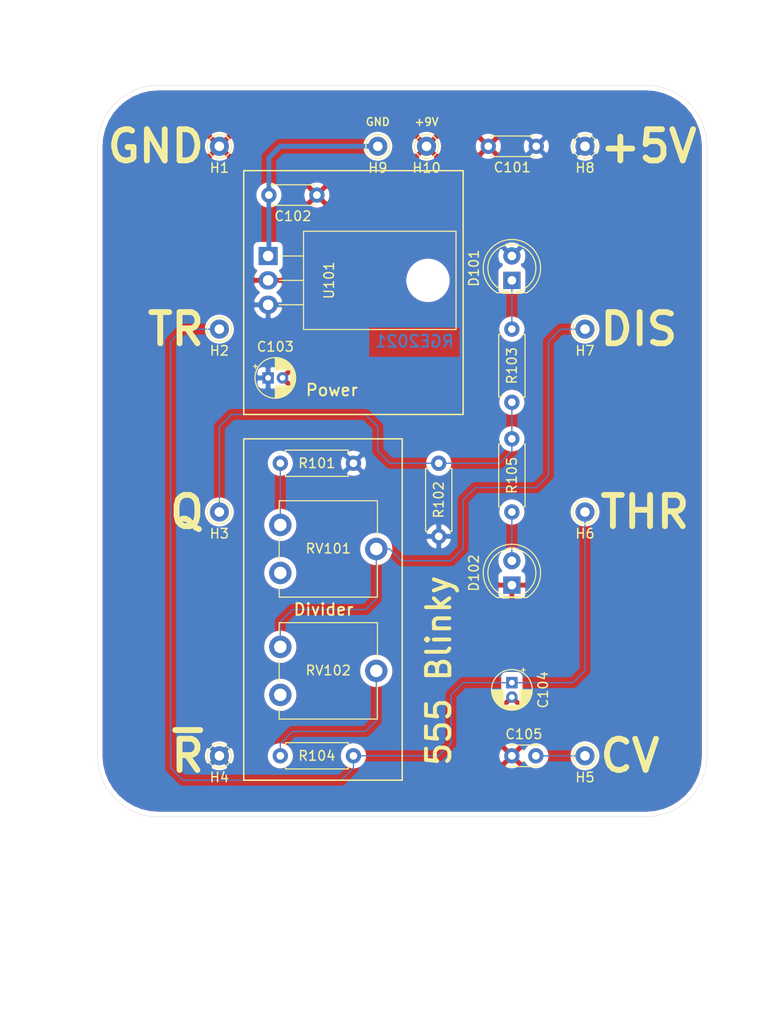
<source format=kicad_pcb>
(kicad_pcb (version 20171130) (host pcbnew "(5.1.8-0-10_14)")

  (general
    (thickness 1.6)
    (drawings 30)
    (tracks 56)
    (zones 0)
    (modules 25)
    (nets 14)
  )

  (page A4)
  (layers
    (0 F.Cu signal hide)
    (31 B.Cu signal)
    (32 B.Adhes user)
    (33 F.Adhes user)
    (34 B.Paste user)
    (35 F.Paste user)
    (36 B.SilkS user)
    (37 F.SilkS user)
    (38 B.Mask user)
    (39 F.Mask user)
    (40 Dwgs.User user)
    (41 Cmts.User user)
    (42 Eco1.User user)
    (43 Eco2.User user)
    (44 Edge.Cuts user)
    (45 Margin user)
    (46 B.CrtYd user)
    (47 F.CrtYd user)
    (48 B.Fab user)
    (49 F.Fab user)
  )

  (setup
    (last_trace_width 0.508)
    (user_trace_width 0.127)
    (user_trace_width 0.15)
    (user_trace_width 0.2)
    (user_trace_width 0.254)
    (user_trace_width 0.4)
    (user_trace_width 0.508)
    (user_trace_width 0.6)
    (trace_clearance 0.127)
    (zone_clearance 0.508)
    (zone_45_only no)
    (trace_min 0.127)
    (via_size 0.6)
    (via_drill 0.3)
    (via_min_size 0.6)
    (via_min_drill 0.3)
    (user_via 0.6 0.3)
    (user_via 0.9 0.4)
    (uvia_size 0.6858)
    (uvia_drill 0.3302)
    (uvias_allowed no)
    (uvia_min_size 0)
    (uvia_min_drill 0)
    (edge_width 0.0381)
    (segment_width 0.254)
    (pcb_text_width 0.3048)
    (pcb_text_size 1.524 1.524)
    (mod_edge_width 0.1524)
    (mod_text_size 0.8128 0.8128)
    (mod_text_width 0.1524)
    (pad_size 2 2)
    (pad_drill 1)
    (pad_to_mask_clearance 0)
    (aux_axis_origin 0 0)
    (visible_elements FEFFFF7F)
    (pcbplotparams
      (layerselection 0x010fc_ffffffff)
      (usegerberextensions false)
      (usegerberattributes false)
      (usegerberadvancedattributes false)
      (creategerberjobfile false)
      (excludeedgelayer true)
      (linewidth 0.152400)
      (plotframeref false)
      (viasonmask false)
      (mode 1)
      (useauxorigin false)
      (hpglpennumber 1)
      (hpglpenspeed 20)
      (hpglpendiameter 15.000000)
      (psnegative false)
      (psa4output false)
      (plotreference true)
      (plotvalue false)
      (plotinvisibletext false)
      (padsonsilk false)
      (subtractmaskfromsilk true)
      (outputformat 1)
      (mirror false)
      (drillshape 0)
      (scaleselection 1)
      (outputdirectory "./gerbers"))
  )

  (net 0 "")
  (net 1 GND)
  (net 2 +5V)
  (net 3 +9V)
  (net 4 /TRTHR)
  (net 5 "Net-(D101-Pad1)")
  (net 6 "Net-(D102-Pad2)")
  (net 7 "Net-(H3-Pad1)")
  (net 8 /DIVIDER)
  (net 9 "Net-(R101-Pad2)")
  (net 10 "Net-(R104-Pad2)")
  (net 11 "Net-(C105-Pad2)")
  (net 12 "Net-(RV102-Pad1)")
  (net 13 "Net-(RV101-Pad1)")

  (net_class Default "This is the default net class."
    (clearance 0.127)
    (trace_width 0.127)
    (via_dia 0.6)
    (via_drill 0.3)
    (uvia_dia 0.6858)
    (uvia_drill 0.3302)
    (diff_pair_width 0.1524)
    (diff_pair_gap 0.254)
    (add_net +5V)
    (add_net +9V)
    (add_net /DIVIDER)
    (add_net /TRTHR)
    (add_net GND)
    (add_net "Net-(C105-Pad2)")
    (add_net "Net-(D101-Pad1)")
    (add_net "Net-(D102-Pad2)")
    (add_net "Net-(H3-Pad1)")
    (add_net "Net-(R101-Pad2)")
    (add_net "Net-(R104-Pad2)")
    (add_net "Net-(RV101-Pad1)")
    (add_net "Net-(RV102-Pad1)")
  )

  (module Connector_Pin:Pin_D1.0mm_L10.0mm (layer F.Cu) (tedit 5A1DC084) (tstamp 607B8424)
    (at 243.84 127)
    (descr "solder Pin_ diameter 1.0mm, hole diameter 1.0mm (press fit), length 10.0mm")
    (tags "solder Pin_ press fit")
    (path /607B6959)
    (fp_text reference H10 (at 0 2.25) (layer F.SilkS)
      (effects (font (size 1 1) (thickness 0.15)))
    )
    (fp_text value GND (at 0 -2.05) (layer F.Fab)
      (effects (font (size 1 1) (thickness 0.15)))
    )
    (fp_circle (center 0 0) (end 1.5 0) (layer F.CrtYd) (width 0.05))
    (fp_circle (center 0 0) (end 0.5 0) (layer F.Fab) (width 0.12))
    (fp_circle (center 0 0) (end 1 0) (layer F.Fab) (width 0.12))
    (fp_circle (center 0 0) (end 1.25 0.05) (layer F.SilkS) (width 0.12))
    (fp_text user %R (at 0 2.25) (layer F.Fab)
      (effects (font (size 1 1) (thickness 0.15)))
    )
    (pad 1 thru_hole circle (at 0 0) (size 2 2) (drill 1) (layers *.Cu *.Mask)
      (net 1 GND))
    (model ${KISYS3DMOD}/Connector_Pin.3dshapes/Pin_D1.0mm_L10.0mm.wrl
      (at (xyz 0 0 0))
      (scale (xyz 1 1 1))
      (rotate (xyz 0 0 0))
    )
  )

  (module Package_TO_SOT_THT:TO-220-3_Horizontal_TabDown (layer F.Cu) (tedit 5AC8BA0D) (tstamp 607B84F2)
    (at 227.33 138.43 270)
    (descr "TO-220-3, Horizontal, RM 2.54mm, see https://www.vishay.com/docs/66542/to-220-1.pdf")
    (tags "TO-220-3 Horizontal RM 2.54mm")
    (path /607B83FF)
    (fp_text reference U101 (at 2.54 -6.35 90) (layer F.SilkS)
      (effects (font (size 1 1) (thickness 0.15)))
    )
    (fp_text value LF50_TO220 (at 2.54 2 90) (layer F.Fab)
      (effects (font (size 1 1) (thickness 0.15)))
    )
    (fp_line (start 7.79 -19.71) (end -2.71 -19.71) (layer F.CrtYd) (width 0.05))
    (fp_line (start 7.79 1.25) (end 7.79 -19.71) (layer F.CrtYd) (width 0.05))
    (fp_line (start -2.71 1.25) (end 7.79 1.25) (layer F.CrtYd) (width 0.05))
    (fp_line (start -2.71 -19.71) (end -2.71 1.25) (layer F.CrtYd) (width 0.05))
    (fp_line (start 5.08 -3.69) (end 5.08 -1.15) (layer F.SilkS) (width 0.12))
    (fp_line (start 2.54 -3.69) (end 2.54 -1.15) (layer F.SilkS) (width 0.12))
    (fp_line (start 0 -3.69) (end 0 -1.15) (layer F.SilkS) (width 0.12))
    (fp_line (start 7.66 -19.58) (end 7.66 -3.69) (layer F.SilkS) (width 0.12))
    (fp_line (start -2.58 -19.58) (end -2.58 -3.69) (layer F.SilkS) (width 0.12))
    (fp_line (start -2.58 -19.58) (end 7.66 -19.58) (layer F.SilkS) (width 0.12))
    (fp_line (start -2.58 -3.69) (end 7.66 -3.69) (layer F.SilkS) (width 0.12))
    (fp_line (start 5.08 -3.81) (end 5.08 0) (layer F.Fab) (width 0.1))
    (fp_line (start 2.54 -3.81) (end 2.54 0) (layer F.Fab) (width 0.1))
    (fp_line (start 0 -3.81) (end 0 0) (layer F.Fab) (width 0.1))
    (fp_line (start 7.54 -3.81) (end -2.46 -3.81) (layer F.Fab) (width 0.1))
    (fp_line (start 7.54 -13.06) (end 7.54 -3.81) (layer F.Fab) (width 0.1))
    (fp_line (start -2.46 -13.06) (end 7.54 -13.06) (layer F.Fab) (width 0.1))
    (fp_line (start -2.46 -3.81) (end -2.46 -13.06) (layer F.Fab) (width 0.1))
    (fp_line (start 7.54 -13.06) (end -2.46 -13.06) (layer F.Fab) (width 0.1))
    (fp_line (start 7.54 -19.46) (end 7.54 -13.06) (layer F.Fab) (width 0.1))
    (fp_line (start -2.46 -19.46) (end 7.54 -19.46) (layer F.Fab) (width 0.1))
    (fp_line (start -2.46 -13.06) (end -2.46 -19.46) (layer F.Fab) (width 0.1))
    (fp_circle (center 2.54 -16.66) (end 4.39 -16.66) (layer F.Fab) (width 0.1))
    (fp_text user %R (at 2.54 -20.58 90) (layer F.Fab)
      (effects (font (size 1 1) (thickness 0.15)))
    )
    (pad 3 thru_hole oval (at 5.08 0 270) (size 1.905 2) (drill 1.1) (layers *.Cu *.Mask)
      (net 2 +5V))
    (pad 2 thru_hole oval (at 2.54 0 270) (size 1.905 2) (drill 1.1) (layers *.Cu *.Mask)
      (net 1 GND))
    (pad 1 thru_hole rect (at 0 0 270) (size 1.905 2) (drill 1.1) (layers *.Cu *.Mask)
      (net 3 +9V))
    (pad "" np_thru_hole oval (at 2.54 -16.66 270) (size 3.5 3.5) (drill 3.5) (layers *.Cu *.Mask))
    (model ${KISYS3DMOD}/Package_TO_SOT_THT.3dshapes/TO-220-3_Horizontal_TabDown.wrl
      (at (xyz 0 0 0))
      (scale (xyz 1 1 1))
      (rotate (xyz 0 0 0))
    )
  )

  (module Potentiometer_THT:Potentiometer_ACP_CA9-V10_Vertical (layer F.Cu) (tedit 5A3D4994) (tstamp 607B84C7)
    (at 228.6 184.15)
    (descr "Potentiometer, vertical, ACP CA9-V10, http://www.acptechnologies.com/wp-content/uploads/2017/05/02-ACP-CA9-CE9.pdf")
    (tags "Potentiometer vertical ACP CA9-V10")
    (path /607DB6FB)
    (fp_text reference RV102 (at 5 -2.54) (layer F.SilkS)
      (effects (font (size 1 1) (thickness 0.15)))
    )
    (fp_text value 10k (at 5 3.65) (layer F.Fab)
      (effects (font (size 1 1) (thickness 0.15)))
    )
    (fp_circle (center 5 -2.5) (end 6.05 -2.5) (layer F.Fab) (width 0.1))
    (fp_line (start 0 -7.4) (end 0 2.4) (layer F.Fab) (width 0.1))
    (fp_line (start 0 2.4) (end 10 2.4) (layer F.Fab) (width 0.1))
    (fp_line (start 10 2.4) (end 10 -7.4) (layer F.Fab) (width 0.1))
    (fp_line (start 10 -7.4) (end 0 -7.4) (layer F.Fab) (width 0.1))
    (fp_line (start -0.12 -7.521) (end 10.12 -7.521) (layer F.SilkS) (width 0.12))
    (fp_line (start -0.12 2.52) (end 10.12 2.52) (layer F.SilkS) (width 0.12))
    (fp_line (start -0.12 -7.521) (end -0.12 -6.426) (layer F.SilkS) (width 0.12))
    (fp_line (start -0.12 -3.574) (end -0.12 -1.425) (layer F.SilkS) (width 0.12))
    (fp_line (start -0.12 1.425) (end -0.12 2.52) (layer F.SilkS) (width 0.12))
    (fp_line (start 10.12 -7.521) (end 10.12 -3.925) (layer F.SilkS) (width 0.12))
    (fp_line (start 10.12 -1.075) (end 10.12 2.52) (layer F.SilkS) (width 0.12))
    (fp_line (start -1.45 -7.65) (end -1.45 2.7) (layer F.CrtYd) (width 0.05))
    (fp_line (start -1.45 2.7) (end 11.45 2.7) (layer F.CrtYd) (width 0.05))
    (fp_line (start 11.45 2.7) (end 11.45 -7.65) (layer F.CrtYd) (width 0.05))
    (fp_line (start 11.45 -7.65) (end -1.45 -7.65) (layer F.CrtYd) (width 0.05))
    (fp_text user %R (at 1 -2.5 90) (layer F.Fab)
      (effects (font (size 1 1) (thickness 0.15)))
    )
    (pad 1 thru_hole circle (at 0 0) (size 2.34 2.34) (drill 1.3) (layers *.Cu *.Mask)
      (net 12 "Net-(RV102-Pad1)"))
    (pad 2 thru_hole circle (at 10 -2.5) (size 2.34 2.34) (drill 1.3) (layers *.Cu *.Mask)
      (net 10 "Net-(R104-Pad2)"))
    (pad 3 thru_hole circle (at 0 -5) (size 2.34 2.34) (drill 1.3) (layers *.Cu *.Mask)
      (net 8 /DIVIDER))
    (model ${KISYS3DMOD}/Potentiometer_THT.3dshapes/Potentiometer_ACP_CA9-V10_Vertical.wrl
      (at (xyz 0 0 0))
      (scale (xyz 1 1 1))
      (rotate (xyz 0 0 0))
    )
  )

  (module Potentiometer_THT:Potentiometer_ACP_CA9-V10_Vertical (layer F.Cu) (tedit 5A3D4994) (tstamp 607BAEA9)
    (at 228.6 171.45)
    (descr "Potentiometer, vertical, ACP CA9-V10, http://www.acptechnologies.com/wp-content/uploads/2017/05/02-ACP-CA9-CE9.pdf")
    (tags "Potentiometer vertical ACP CA9-V10")
    (path /607D79EA)
    (fp_text reference RV101 (at 5 -2.54) (layer F.SilkS)
      (effects (font (size 1 1) (thickness 0.15)))
    )
    (fp_text value 10k (at 5 3.65) (layer F.Fab)
      (effects (font (size 1 1) (thickness 0.15)))
    )
    (fp_circle (center 5 -2.5) (end 6.05 -2.5) (layer F.Fab) (width 0.1))
    (fp_line (start 0 -7.4) (end 0 2.4) (layer F.Fab) (width 0.1))
    (fp_line (start 0 2.4) (end 10 2.4) (layer F.Fab) (width 0.1))
    (fp_line (start 10 2.4) (end 10 -7.4) (layer F.Fab) (width 0.1))
    (fp_line (start 10 -7.4) (end 0 -7.4) (layer F.Fab) (width 0.1))
    (fp_line (start -0.12 -7.521) (end 10.12 -7.521) (layer F.SilkS) (width 0.12))
    (fp_line (start -0.12 2.52) (end 10.12 2.52) (layer F.SilkS) (width 0.12))
    (fp_line (start -0.12 -7.521) (end -0.12 -6.426) (layer F.SilkS) (width 0.12))
    (fp_line (start -0.12 -3.574) (end -0.12 -1.425) (layer F.SilkS) (width 0.12))
    (fp_line (start -0.12 1.425) (end -0.12 2.52) (layer F.SilkS) (width 0.12))
    (fp_line (start 10.12 -7.521) (end 10.12 -3.925) (layer F.SilkS) (width 0.12))
    (fp_line (start 10.12 -1.075) (end 10.12 2.52) (layer F.SilkS) (width 0.12))
    (fp_line (start -1.45 -7.65) (end -1.45 2.7) (layer F.CrtYd) (width 0.05))
    (fp_line (start -1.45 2.7) (end 11.45 2.7) (layer F.CrtYd) (width 0.05))
    (fp_line (start 11.45 2.7) (end 11.45 -7.65) (layer F.CrtYd) (width 0.05))
    (fp_line (start 11.45 -7.65) (end -1.45 -7.65) (layer F.CrtYd) (width 0.05))
    (fp_text user %R (at 1 -2.5 90) (layer F.Fab)
      (effects (font (size 1 1) (thickness 0.15)))
    )
    (pad 1 thru_hole circle (at 0 0) (size 2.34 2.34) (drill 1.3) (layers *.Cu *.Mask)
      (net 13 "Net-(RV101-Pad1)"))
    (pad 2 thru_hole circle (at 10 -2.5) (size 2.34 2.34) (drill 1.3) (layers *.Cu *.Mask)
      (net 8 /DIVIDER))
    (pad 3 thru_hole circle (at 0 -5) (size 2.34 2.34) (drill 1.3) (layers *.Cu *.Mask)
      (net 9 "Net-(R101-Pad2)"))
    (model ${KISYS3DMOD}/Potentiometer_THT.3dshapes/Potentiometer_ACP_CA9-V10_Vertical.wrl
      (at (xyz 0 0 0))
      (scale (xyz 1 1 1))
      (rotate (xyz 0 0 0))
    )
  )

  (module Resistor_THT:R_Axial_DIN0207_L6.3mm_D2.5mm_P7.62mm_Horizontal (layer F.Cu) (tedit 5AE5139B) (tstamp 607B8497)
    (at 252.73 157.48 270)
    (descr "Resistor, Axial_DIN0207 series, Axial, Horizontal, pin pitch=7.62mm, 0.25W = 1/4W, length*diameter=6.3*2.5mm^2, http://cdn-reichelt.de/documents/datenblatt/B400/1_4W%23YAG.pdf")
    (tags "Resistor Axial_DIN0207 series Axial Horizontal pin pitch 7.62mm 0.25W = 1/4W length 6.3mm diameter 2.5mm")
    (path /607CB666)
    (fp_text reference R105 (at 3.81 0 90) (layer F.SilkS)
      (effects (font (size 1 1) (thickness 0.15)))
    )
    (fp_text value 1k (at 3.81 2.37 90) (layer F.Fab)
      (effects (font (size 1 1) (thickness 0.15)))
    )
    (fp_line (start 0.66 -1.25) (end 0.66 1.25) (layer F.Fab) (width 0.1))
    (fp_line (start 0.66 1.25) (end 6.96 1.25) (layer F.Fab) (width 0.1))
    (fp_line (start 6.96 1.25) (end 6.96 -1.25) (layer F.Fab) (width 0.1))
    (fp_line (start 6.96 -1.25) (end 0.66 -1.25) (layer F.Fab) (width 0.1))
    (fp_line (start 0 0) (end 0.66 0) (layer F.Fab) (width 0.1))
    (fp_line (start 7.62 0) (end 6.96 0) (layer F.Fab) (width 0.1))
    (fp_line (start 0.54 -1.04) (end 0.54 -1.37) (layer F.SilkS) (width 0.12))
    (fp_line (start 0.54 -1.37) (end 7.08 -1.37) (layer F.SilkS) (width 0.12))
    (fp_line (start 7.08 -1.37) (end 7.08 -1.04) (layer F.SilkS) (width 0.12))
    (fp_line (start 0.54 1.04) (end 0.54 1.37) (layer F.SilkS) (width 0.12))
    (fp_line (start 0.54 1.37) (end 7.08 1.37) (layer F.SilkS) (width 0.12))
    (fp_line (start 7.08 1.37) (end 7.08 1.04) (layer F.SilkS) (width 0.12))
    (fp_line (start -1.05 -1.5) (end -1.05 1.5) (layer F.CrtYd) (width 0.05))
    (fp_line (start -1.05 1.5) (end 8.67 1.5) (layer F.CrtYd) (width 0.05))
    (fp_line (start 8.67 1.5) (end 8.67 -1.5) (layer F.CrtYd) (width 0.05))
    (fp_line (start 8.67 -1.5) (end -1.05 -1.5) (layer F.CrtYd) (width 0.05))
    (fp_text user %R (at 3.81 0 90) (layer F.Fab)
      (effects (font (size 1 1) (thickness 0.15)))
    )
    (pad 2 thru_hole oval (at 7.62 0 270) (size 1.6 1.6) (drill 0.8) (layers *.Cu *.Mask)
      (net 6 "Net-(D102-Pad2)"))
    (pad 1 thru_hole circle (at 0 0 270) (size 1.6 1.6) (drill 0.8) (layers *.Cu *.Mask)
      (net 7 "Net-(H3-Pad1)"))
    (model ${KISYS3DMOD}/Resistor_THT.3dshapes/R_Axial_DIN0207_L6.3mm_D2.5mm_P7.62mm_Horizontal.wrl
      (at (xyz 0 0 0))
      (scale (xyz 1 1 1))
      (rotate (xyz 0 0 0))
    )
  )

  (module Resistor_THT:R_Axial_DIN0207_L6.3mm_D2.5mm_P7.62mm_Horizontal (layer F.Cu) (tedit 5AE5139B) (tstamp 607B8480)
    (at 236.22 190.5 180)
    (descr "Resistor, Axial_DIN0207 series, Axial, Horizontal, pin pitch=7.62mm, 0.25W = 1/4W, length*diameter=6.3*2.5mm^2, http://cdn-reichelt.de/documents/datenblatt/B400/1_4W%23YAG.pdf")
    (tags "Resistor Axial_DIN0207 series Axial Horizontal pin pitch 7.62mm 0.25W = 1/4W length 6.3mm diameter 2.5mm")
    (path /607D4571)
    (fp_text reference R104 (at 3.81 0) (layer F.SilkS)
      (effects (font (size 1 1) (thickness 0.15)))
    )
    (fp_text value 1k (at 3.81 2.37) (layer F.Fab)
      (effects (font (size 1 1) (thickness 0.15)))
    )
    (fp_line (start 0.66 -1.25) (end 0.66 1.25) (layer F.Fab) (width 0.1))
    (fp_line (start 0.66 1.25) (end 6.96 1.25) (layer F.Fab) (width 0.1))
    (fp_line (start 6.96 1.25) (end 6.96 -1.25) (layer F.Fab) (width 0.1))
    (fp_line (start 6.96 -1.25) (end 0.66 -1.25) (layer F.Fab) (width 0.1))
    (fp_line (start 0 0) (end 0.66 0) (layer F.Fab) (width 0.1))
    (fp_line (start 7.62 0) (end 6.96 0) (layer F.Fab) (width 0.1))
    (fp_line (start 0.54 -1.04) (end 0.54 -1.37) (layer F.SilkS) (width 0.12))
    (fp_line (start 0.54 -1.37) (end 7.08 -1.37) (layer F.SilkS) (width 0.12))
    (fp_line (start 7.08 -1.37) (end 7.08 -1.04) (layer F.SilkS) (width 0.12))
    (fp_line (start 0.54 1.04) (end 0.54 1.37) (layer F.SilkS) (width 0.12))
    (fp_line (start 0.54 1.37) (end 7.08 1.37) (layer F.SilkS) (width 0.12))
    (fp_line (start 7.08 1.37) (end 7.08 1.04) (layer F.SilkS) (width 0.12))
    (fp_line (start -1.05 -1.5) (end -1.05 1.5) (layer F.CrtYd) (width 0.05))
    (fp_line (start -1.05 1.5) (end 8.67 1.5) (layer F.CrtYd) (width 0.05))
    (fp_line (start 8.67 1.5) (end 8.67 -1.5) (layer F.CrtYd) (width 0.05))
    (fp_line (start 8.67 -1.5) (end -1.05 -1.5) (layer F.CrtYd) (width 0.05))
    (fp_text user %R (at 3.81 0) (layer F.Fab)
      (effects (font (size 1 1) (thickness 0.15)))
    )
    (pad 2 thru_hole oval (at 7.62 0 180) (size 1.6 1.6) (drill 0.8) (layers *.Cu *.Mask)
      (net 10 "Net-(R104-Pad2)"))
    (pad 1 thru_hole circle (at 0 0 180) (size 1.6 1.6) (drill 0.8) (layers *.Cu *.Mask)
      (net 4 /TRTHR))
    (model ${KISYS3DMOD}/Resistor_THT.3dshapes/R_Axial_DIN0207_L6.3mm_D2.5mm_P7.62mm_Horizontal.wrl
      (at (xyz 0 0 0))
      (scale (xyz 1 1 1))
      (rotate (xyz 0 0 0))
    )
  )

  (module Resistor_THT:R_Axial_DIN0207_L6.3mm_D2.5mm_P7.62mm_Horizontal (layer F.Cu) (tedit 5AE5139B) (tstamp 607B8469)
    (at 252.73 146.05 270)
    (descr "Resistor, Axial_DIN0207 series, Axial, Horizontal, pin pitch=7.62mm, 0.25W = 1/4W, length*diameter=6.3*2.5mm^2, http://cdn-reichelt.de/documents/datenblatt/B400/1_4W%23YAG.pdf")
    (tags "Resistor Axial_DIN0207 series Axial Horizontal pin pitch 7.62mm 0.25W = 1/4W length 6.3mm diameter 2.5mm")
    (path /607CAF19)
    (fp_text reference R103 (at 3.81 0 90) (layer F.SilkS)
      (effects (font (size 1 1) (thickness 0.15)))
    )
    (fp_text value 1k (at 3.81 2.37 90) (layer F.Fab)
      (effects (font (size 1 1) (thickness 0.15)))
    )
    (fp_line (start 0.66 -1.25) (end 0.66 1.25) (layer F.Fab) (width 0.1))
    (fp_line (start 0.66 1.25) (end 6.96 1.25) (layer F.Fab) (width 0.1))
    (fp_line (start 6.96 1.25) (end 6.96 -1.25) (layer F.Fab) (width 0.1))
    (fp_line (start 6.96 -1.25) (end 0.66 -1.25) (layer F.Fab) (width 0.1))
    (fp_line (start 0 0) (end 0.66 0) (layer F.Fab) (width 0.1))
    (fp_line (start 7.62 0) (end 6.96 0) (layer F.Fab) (width 0.1))
    (fp_line (start 0.54 -1.04) (end 0.54 -1.37) (layer F.SilkS) (width 0.12))
    (fp_line (start 0.54 -1.37) (end 7.08 -1.37) (layer F.SilkS) (width 0.12))
    (fp_line (start 7.08 -1.37) (end 7.08 -1.04) (layer F.SilkS) (width 0.12))
    (fp_line (start 0.54 1.04) (end 0.54 1.37) (layer F.SilkS) (width 0.12))
    (fp_line (start 0.54 1.37) (end 7.08 1.37) (layer F.SilkS) (width 0.12))
    (fp_line (start 7.08 1.37) (end 7.08 1.04) (layer F.SilkS) (width 0.12))
    (fp_line (start -1.05 -1.5) (end -1.05 1.5) (layer F.CrtYd) (width 0.05))
    (fp_line (start -1.05 1.5) (end 8.67 1.5) (layer F.CrtYd) (width 0.05))
    (fp_line (start 8.67 1.5) (end 8.67 -1.5) (layer F.CrtYd) (width 0.05))
    (fp_line (start 8.67 -1.5) (end -1.05 -1.5) (layer F.CrtYd) (width 0.05))
    (fp_text user %R (at 3.81 0 90) (layer F.Fab)
      (effects (font (size 1 1) (thickness 0.15)))
    )
    (pad 2 thru_hole oval (at 7.62 0 270) (size 1.6 1.6) (drill 0.8) (layers *.Cu *.Mask)
      (net 7 "Net-(H3-Pad1)"))
    (pad 1 thru_hole circle (at 0 0 270) (size 1.6 1.6) (drill 0.8) (layers *.Cu *.Mask)
      (net 5 "Net-(D101-Pad1)"))
    (model ${KISYS3DMOD}/Resistor_THT.3dshapes/R_Axial_DIN0207_L6.3mm_D2.5mm_P7.62mm_Horizontal.wrl
      (at (xyz 0 0 0))
      (scale (xyz 1 1 1))
      (rotate (xyz 0 0 0))
    )
  )

  (module Resistor_THT:R_Axial_DIN0207_L6.3mm_D2.5mm_P7.62mm_Horizontal (layer F.Cu) (tedit 5AE5139B) (tstamp 607B8452)
    (at 245.11 160.02 270)
    (descr "Resistor, Axial_DIN0207 series, Axial, Horizontal, pin pitch=7.62mm, 0.25W = 1/4W, length*diameter=6.3*2.5mm^2, http://cdn-reichelt.de/documents/datenblatt/B400/1_4W%23YAG.pdf")
    (tags "Resistor Axial_DIN0207 series Axial Horizontal pin pitch 7.62mm 0.25W = 1/4W length 6.3mm diameter 2.5mm")
    (path /607C9229)
    (fp_text reference R102 (at 3.81 0 90) (layer F.SilkS)
      (effects (font (size 1 1) (thickness 0.15)))
    )
    (fp_text value 1k (at 3.81 2.37 90) (layer F.Fab)
      (effects (font (size 1 1) (thickness 0.15)))
    )
    (fp_line (start 0.66 -1.25) (end 0.66 1.25) (layer F.Fab) (width 0.1))
    (fp_line (start 0.66 1.25) (end 6.96 1.25) (layer F.Fab) (width 0.1))
    (fp_line (start 6.96 1.25) (end 6.96 -1.25) (layer F.Fab) (width 0.1))
    (fp_line (start 6.96 -1.25) (end 0.66 -1.25) (layer F.Fab) (width 0.1))
    (fp_line (start 0 0) (end 0.66 0) (layer F.Fab) (width 0.1))
    (fp_line (start 7.62 0) (end 6.96 0) (layer F.Fab) (width 0.1))
    (fp_line (start 0.54 -1.04) (end 0.54 -1.37) (layer F.SilkS) (width 0.12))
    (fp_line (start 0.54 -1.37) (end 7.08 -1.37) (layer F.SilkS) (width 0.12))
    (fp_line (start 7.08 -1.37) (end 7.08 -1.04) (layer F.SilkS) (width 0.12))
    (fp_line (start 0.54 1.04) (end 0.54 1.37) (layer F.SilkS) (width 0.12))
    (fp_line (start 0.54 1.37) (end 7.08 1.37) (layer F.SilkS) (width 0.12))
    (fp_line (start 7.08 1.37) (end 7.08 1.04) (layer F.SilkS) (width 0.12))
    (fp_line (start -1.05 -1.5) (end -1.05 1.5) (layer F.CrtYd) (width 0.05))
    (fp_line (start -1.05 1.5) (end 8.67 1.5) (layer F.CrtYd) (width 0.05))
    (fp_line (start 8.67 1.5) (end 8.67 -1.5) (layer F.CrtYd) (width 0.05))
    (fp_line (start 8.67 -1.5) (end -1.05 -1.5) (layer F.CrtYd) (width 0.05))
    (fp_text user %R (at 3.81 0 90) (layer F.Fab)
      (effects (font (size 1 1) (thickness 0.15)))
    )
    (pad 2 thru_hole oval (at 7.62 0 270) (size 1.6 1.6) (drill 0.8) (layers *.Cu *.Mask)
      (net 2 +5V))
    (pad 1 thru_hole circle (at 0 0 270) (size 1.6 1.6) (drill 0.8) (layers *.Cu *.Mask)
      (net 7 "Net-(H3-Pad1)"))
    (model ${KISYS3DMOD}/Resistor_THT.3dshapes/R_Axial_DIN0207_L6.3mm_D2.5mm_P7.62mm_Horizontal.wrl
      (at (xyz 0 0 0))
      (scale (xyz 1 1 1))
      (rotate (xyz 0 0 0))
    )
  )

  (module Resistor_THT:R_Axial_DIN0207_L6.3mm_D2.5mm_P7.62mm_Horizontal (layer F.Cu) (tedit 5AE5139B) (tstamp 607B843B)
    (at 236.22 160.02 180)
    (descr "Resistor, Axial_DIN0207 series, Axial, Horizontal, pin pitch=7.62mm, 0.25W = 1/4W, length*diameter=6.3*2.5mm^2, http://cdn-reichelt.de/documents/datenblatt/B400/1_4W%23YAG.pdf")
    (tags "Resistor Axial_DIN0207 series Axial Horizontal pin pitch 7.62mm 0.25W = 1/4W length 6.3mm diameter 2.5mm")
    (path /607D3B62)
    (fp_text reference R101 (at 3.81 0) (layer F.SilkS)
      (effects (font (size 1 1) (thickness 0.15)))
    )
    (fp_text value 1k (at 3.81 2.37) (layer F.Fab)
      (effects (font (size 1 1) (thickness 0.15)))
    )
    (fp_line (start 0.66 -1.25) (end 0.66 1.25) (layer F.Fab) (width 0.1))
    (fp_line (start 0.66 1.25) (end 6.96 1.25) (layer F.Fab) (width 0.1))
    (fp_line (start 6.96 1.25) (end 6.96 -1.25) (layer F.Fab) (width 0.1))
    (fp_line (start 6.96 -1.25) (end 0.66 -1.25) (layer F.Fab) (width 0.1))
    (fp_line (start 0 0) (end 0.66 0) (layer F.Fab) (width 0.1))
    (fp_line (start 7.62 0) (end 6.96 0) (layer F.Fab) (width 0.1))
    (fp_line (start 0.54 -1.04) (end 0.54 -1.37) (layer F.SilkS) (width 0.12))
    (fp_line (start 0.54 -1.37) (end 7.08 -1.37) (layer F.SilkS) (width 0.12))
    (fp_line (start 7.08 -1.37) (end 7.08 -1.04) (layer F.SilkS) (width 0.12))
    (fp_line (start 0.54 1.04) (end 0.54 1.37) (layer F.SilkS) (width 0.12))
    (fp_line (start 0.54 1.37) (end 7.08 1.37) (layer F.SilkS) (width 0.12))
    (fp_line (start 7.08 1.37) (end 7.08 1.04) (layer F.SilkS) (width 0.12))
    (fp_line (start -1.05 -1.5) (end -1.05 1.5) (layer F.CrtYd) (width 0.05))
    (fp_line (start -1.05 1.5) (end 8.67 1.5) (layer F.CrtYd) (width 0.05))
    (fp_line (start 8.67 1.5) (end 8.67 -1.5) (layer F.CrtYd) (width 0.05))
    (fp_line (start 8.67 -1.5) (end -1.05 -1.5) (layer F.CrtYd) (width 0.05))
    (fp_text user %R (at 3.81 0) (layer F.Fab)
      (effects (font (size 1 1) (thickness 0.15)))
    )
    (pad 2 thru_hole oval (at 7.62 0 180) (size 1.6 1.6) (drill 0.8) (layers *.Cu *.Mask)
      (net 9 "Net-(R101-Pad2)"))
    (pad 1 thru_hole circle (at 0 0 180) (size 1.6 1.6) (drill 0.8) (layers *.Cu *.Mask)
      (net 2 +5V))
    (model ${KISYS3DMOD}/Resistor_THT.3dshapes/R_Axial_DIN0207_L6.3mm_D2.5mm_P7.62mm_Horizontal.wrl
      (at (xyz 0 0 0))
      (scale (xyz 1 1 1))
      (rotate (xyz 0 0 0))
    )
  )

  (module Connector_Pin:Pin_D1.0mm_L10.0mm (layer F.Cu) (tedit 5A1DC084) (tstamp 607B8408)
    (at 260.35 127)
    (descr "solder Pin_ diameter 1.0mm, hole diameter 1.0mm (press fit), length 10.0mm")
    (tags "solder Pin_ press fit")
    (path /607BEA31)
    (fp_text reference H8 (at 0 2.25) (layer F.SilkS)
      (effects (font (size 1 1) (thickness 0.15)))
    )
    (fp_text value VCC (at 0 -2.05) (layer F.Fab)
      (effects (font (size 1 1) (thickness 0.15)))
    )
    (fp_circle (center 0 0) (end 1.5 0) (layer F.CrtYd) (width 0.05))
    (fp_circle (center 0 0) (end 0.5 0) (layer F.Fab) (width 0.12))
    (fp_circle (center 0 0) (end 1 0) (layer F.Fab) (width 0.12))
    (fp_circle (center 0 0) (end 1.25 0.05) (layer F.SilkS) (width 0.12))
    (fp_text user %R (at 0 2.25) (layer F.Fab)
      (effects (font (size 1 1) (thickness 0.15)))
    )
    (pad 1 thru_hole circle (at 0 0) (size 2 2) (drill 1) (layers *.Cu *.Mask)
      (net 2 +5V))
    (model ${KISYS3DMOD}/Connector_Pin.3dshapes/Pin_D1.0mm_L10.0mm.wrl
      (at (xyz 0 0 0))
      (scale (xyz 1 1 1))
      (rotate (xyz 0 0 0))
    )
  )

  (module Connector_Pin:Pin_D1.0mm_L10.0mm (layer F.Cu) (tedit 5A1DC084) (tstamp 607B83FE)
    (at 260.35 146.05)
    (descr "solder Pin_ diameter 1.0mm, hole diameter 1.0mm (press fit), length 10.0mm")
    (tags "solder Pin_ press fit")
    (path /607C0A2B)
    (fp_text reference H7 (at 0 2.25) (layer F.SilkS)
      (effects (font (size 1 1) (thickness 0.15)))
    )
    (fp_text value DIS (at 0 -2.05) (layer F.Fab)
      (effects (font (size 1 1) (thickness 0.15)))
    )
    (fp_circle (center 0 0) (end 1.5 0) (layer F.CrtYd) (width 0.05))
    (fp_circle (center 0 0) (end 0.5 0) (layer F.Fab) (width 0.12))
    (fp_circle (center 0 0) (end 1 0) (layer F.Fab) (width 0.12))
    (fp_circle (center 0 0) (end 1.25 0.05) (layer F.SilkS) (width 0.12))
    (fp_text user %R (at 0 2.25) (layer F.Fab)
      (effects (font (size 1 1) (thickness 0.15)))
    )
    (pad 1 thru_hole circle (at 0 0) (size 2 2) (drill 1) (layers *.Cu *.Mask)
      (net 8 /DIVIDER))
    (model ${KISYS3DMOD}/Connector_Pin.3dshapes/Pin_D1.0mm_L10.0mm.wrl
      (at (xyz 0 0 0))
      (scale (xyz 1 1 1))
      (rotate (xyz 0 0 0))
    )
  )

  (module Connector_Pin:Pin_D1.0mm_L10.0mm (layer F.Cu) (tedit 5A1DC084) (tstamp 607B83F4)
    (at 260.35 165.1)
    (descr "solder Pin_ diameter 1.0mm, hole diameter 1.0mm (press fit), length 10.0mm")
    (tags "solder Pin_ press fit")
    (path /607C0F9F)
    (fp_text reference H6 (at 0 2.25) (layer F.SilkS)
      (effects (font (size 1 1) (thickness 0.15)))
    )
    (fp_text value THR (at 0 -2.05) (layer F.Fab)
      (effects (font (size 1 1) (thickness 0.15)))
    )
    (fp_circle (center 0 0) (end 1.5 0) (layer F.CrtYd) (width 0.05))
    (fp_circle (center 0 0) (end 0.5 0) (layer F.Fab) (width 0.12))
    (fp_circle (center 0 0) (end 1 0) (layer F.Fab) (width 0.12))
    (fp_circle (center 0 0) (end 1.25 0.05) (layer F.SilkS) (width 0.12))
    (fp_text user %R (at 0 2.25) (layer F.Fab)
      (effects (font (size 1 1) (thickness 0.15)))
    )
    (pad 1 thru_hole circle (at 0 0) (size 2 2) (drill 1) (layers *.Cu *.Mask)
      (net 4 /TRTHR))
    (model ${KISYS3DMOD}/Connector_Pin.3dshapes/Pin_D1.0mm_L10.0mm.wrl
      (at (xyz 0 0 0))
      (scale (xyz 1 1 1))
      (rotate (xyz 0 0 0))
    )
  )

  (module Connector_Pin:Pin_D1.0mm_L10.0mm (layer F.Cu) (tedit 5A1DC084) (tstamp 607B83EA)
    (at 260.35 190.5)
    (descr "solder Pin_ diameter 1.0mm, hole diameter 1.0mm (press fit), length 10.0mm")
    (tags "solder Pin_ press fit")
    (path /607C3159)
    (fp_text reference H5 (at 0 2.25) (layer F.SilkS)
      (effects (font (size 1 1) (thickness 0.15)))
    )
    (fp_text value CV (at 0 -2.05) (layer F.Fab)
      (effects (font (size 1 1) (thickness 0.15)))
    )
    (fp_circle (center 0 0) (end 1.5 0) (layer F.CrtYd) (width 0.05))
    (fp_circle (center 0 0) (end 0.5 0) (layer F.Fab) (width 0.12))
    (fp_circle (center 0 0) (end 1 0) (layer F.Fab) (width 0.12))
    (fp_circle (center 0 0) (end 1.25 0.05) (layer F.SilkS) (width 0.12))
    (fp_text user %R (at 0 2.25) (layer F.Fab)
      (effects (font (size 1 1) (thickness 0.15)))
    )
    (pad 1 thru_hole circle (at 0 0) (size 2 2) (drill 1) (layers *.Cu *.Mask)
      (net 11 "Net-(C105-Pad2)"))
    (model ${KISYS3DMOD}/Connector_Pin.3dshapes/Pin_D1.0mm_L10.0mm.wrl
      (at (xyz 0 0 0))
      (scale (xyz 1 1 1))
      (rotate (xyz 0 0 0))
    )
  )

  (module Connector_Pin:Pin_D1.0mm_L10.0mm (layer F.Cu) (tedit 5A1DC084) (tstamp 607B83E0)
    (at 222.25 190.5)
    (descr "solder Pin_ diameter 1.0mm, hole diameter 1.0mm (press fit), length 10.0mm")
    (tags "solder Pin_ press fit")
    (path /607C3153)
    (fp_text reference H4 (at 0 2.25) (layer F.SilkS)
      (effects (font (size 1 1) (thickness 0.15)))
    )
    (fp_text value ~R (at 0 -2.05) (layer F.Fab)
      (effects (font (size 1 1) (thickness 0.15)))
    )
    (fp_circle (center 0 0) (end 1.5 0) (layer F.CrtYd) (width 0.05))
    (fp_circle (center 0 0) (end 0.5 0) (layer F.Fab) (width 0.12))
    (fp_circle (center 0 0) (end 1 0) (layer F.Fab) (width 0.12))
    (fp_circle (center 0 0) (end 1.25 0.05) (layer F.SilkS) (width 0.12))
    (fp_text user %R (at 0 2.25) (layer F.Fab)
      (effects (font (size 1 1) (thickness 0.15)))
    )
    (pad 1 thru_hole circle (at 0 0) (size 2 2) (drill 1) (layers *.Cu *.Mask)
      (net 2 +5V))
    (model ${KISYS3DMOD}/Connector_Pin.3dshapes/Pin_D1.0mm_L10.0mm.wrl
      (at (xyz 0 0 0))
      (scale (xyz 1 1 1))
      (rotate (xyz 0 0 0))
    )
  )

  (module Connector_Pin:Pin_D1.0mm_L10.0mm (layer F.Cu) (tedit 5A1DC084) (tstamp 607B83D6)
    (at 222.25 165.1)
    (descr "solder Pin_ diameter 1.0mm, hole diameter 1.0mm (press fit), length 10.0mm")
    (tags "solder Pin_ press fit")
    (path /607BFCFF)
    (fp_text reference H3 (at 0 2.25) (layer F.SilkS)
      (effects (font (size 1 1) (thickness 0.15)))
    )
    (fp_text value Q (at 0 -2.05) (layer F.Fab)
      (effects (font (size 1 1) (thickness 0.15)))
    )
    (fp_circle (center 0 0) (end 1.5 0) (layer F.CrtYd) (width 0.05))
    (fp_circle (center 0 0) (end 0.5 0) (layer F.Fab) (width 0.12))
    (fp_circle (center 0 0) (end 1 0) (layer F.Fab) (width 0.12))
    (fp_circle (center 0 0) (end 1.25 0.05) (layer F.SilkS) (width 0.12))
    (fp_text user %R (at 0 2.25) (layer F.Fab)
      (effects (font (size 1 1) (thickness 0.15)))
    )
    (pad 1 thru_hole circle (at 0 0) (size 2 2) (drill 1) (layers *.Cu *.Mask)
      (net 7 "Net-(H3-Pad1)"))
    (model ${KISYS3DMOD}/Connector_Pin.3dshapes/Pin_D1.0mm_L10.0mm.wrl
      (at (xyz 0 0 0))
      (scale (xyz 1 1 1))
      (rotate (xyz 0 0 0))
    )
  )

  (module Connector_Pin:Pin_D1.0mm_L10.0mm (layer F.Cu) (tedit 5A1DC084) (tstamp 607B83CC)
    (at 222.25 146.05)
    (descr "solder Pin_ diameter 1.0mm, hole diameter 1.0mm (press fit), length 10.0mm")
    (tags "solder Pin_ press fit")
    (path /607C315F)
    (fp_text reference H2 (at 0 2.25) (layer F.SilkS)
      (effects (font (size 1 1) (thickness 0.15)))
    )
    (fp_text value TR (at 0 -2.05) (layer F.Fab)
      (effects (font (size 1 1) (thickness 0.15)))
    )
    (fp_circle (center 0 0) (end 1.5 0) (layer F.CrtYd) (width 0.05))
    (fp_circle (center 0 0) (end 0.5 0) (layer F.Fab) (width 0.12))
    (fp_circle (center 0 0) (end 1 0) (layer F.Fab) (width 0.12))
    (fp_circle (center 0 0) (end 1.25 0.05) (layer F.SilkS) (width 0.12))
    (fp_text user %R (at 0 2.25) (layer F.Fab)
      (effects (font (size 1 1) (thickness 0.15)))
    )
    (pad 1 thru_hole circle (at 0 0) (size 2 2) (drill 1) (layers *.Cu *.Mask)
      (net 4 /TRTHR))
    (model ${KISYS3DMOD}/Connector_Pin.3dshapes/Pin_D1.0mm_L10.0mm.wrl
      (at (xyz 0 0 0))
      (scale (xyz 1 1 1))
      (rotate (xyz 0 0 0))
    )
  )

  (module Connector_Pin:Pin_D1.0mm_L10.0mm (layer F.Cu) (tedit 5A1DC084) (tstamp 607B83C2)
    (at 222.25 127)
    (descr "solder Pin_ diameter 1.0mm, hole diameter 1.0mm (press fit), length 10.0mm")
    (tags "solder Pin_ press fit")
    (path /607C19B2)
    (fp_text reference H1 (at 0 2.25) (layer F.SilkS)
      (effects (font (size 1 1) (thickness 0.15)))
    )
    (fp_text value GND (at 0 -2.05) (layer F.Fab)
      (effects (font (size 1 1) (thickness 0.15)))
    )
    (fp_circle (center 0 0) (end 1.5 0) (layer F.CrtYd) (width 0.05))
    (fp_circle (center 0 0) (end 0.5 0) (layer F.Fab) (width 0.12))
    (fp_circle (center 0 0) (end 1 0) (layer F.Fab) (width 0.12))
    (fp_circle (center 0 0) (end 1.25 0.05) (layer F.SilkS) (width 0.12))
    (fp_text user %R (at 0 2.25) (layer F.Fab)
      (effects (font (size 1 1) (thickness 0.15)))
    )
    (pad 1 thru_hole circle (at 0 0) (size 2 2) (drill 1) (layers *.Cu *.Mask)
      (net 1 GND))
    (model ${KISYS3DMOD}/Connector_Pin.3dshapes/Pin_D1.0mm_L10.0mm.wrl
      (at (xyz 0 0 0))
      (scale (xyz 1 1 1))
      (rotate (xyz 0 0 0))
    )
  )

  (module LED_THT:LED_D5.0mm (layer F.Cu) (tedit 5995936A) (tstamp 607B83B8)
    (at 252.73 172.72 90)
    (descr "LED, diameter 5.0mm, 2 pins, http://cdn-reichelt.de/documents/datenblatt/A500/LL-504BC2E-009.pdf")
    (tags "LED diameter 5.0mm 2 pins")
    (path /607CC5EE)
    (fp_text reference D102 (at 1.27 -3.96 90) (layer F.SilkS)
      (effects (font (size 1 1) (thickness 0.15)))
    )
    (fp_text value LED (at 1.27 3.96 90) (layer F.Fab)
      (effects (font (size 1 1) (thickness 0.15)))
    )
    (fp_circle (center 1.27 0) (end 3.77 0) (layer F.Fab) (width 0.1))
    (fp_circle (center 1.27 0) (end 3.77 0) (layer F.SilkS) (width 0.12))
    (fp_line (start -1.23 -1.469694) (end -1.23 1.469694) (layer F.Fab) (width 0.1))
    (fp_line (start -1.29 -1.545) (end -1.29 1.545) (layer F.SilkS) (width 0.12))
    (fp_line (start -1.95 -3.25) (end -1.95 3.25) (layer F.CrtYd) (width 0.05))
    (fp_line (start -1.95 3.25) (end 4.5 3.25) (layer F.CrtYd) (width 0.05))
    (fp_line (start 4.5 3.25) (end 4.5 -3.25) (layer F.CrtYd) (width 0.05))
    (fp_line (start 4.5 -3.25) (end -1.95 -3.25) (layer F.CrtYd) (width 0.05))
    (fp_text user %R (at 1.25 0 90) (layer F.Fab)
      (effects (font (size 0.8 0.8) (thickness 0.2)))
    )
    (fp_arc (start 1.27 0) (end -1.29 1.54483) (angle -148.9) (layer F.SilkS) (width 0.12))
    (fp_arc (start 1.27 0) (end -1.29 -1.54483) (angle 148.9) (layer F.SilkS) (width 0.12))
    (fp_arc (start 1.27 0) (end -1.23 -1.469694) (angle 299.1) (layer F.Fab) (width 0.1))
    (pad 2 thru_hole circle (at 2.54 0 90) (size 1.8 1.8) (drill 0.9) (layers *.Cu *.Mask)
      (net 6 "Net-(D102-Pad2)"))
    (pad 1 thru_hole rect (at 0 0 90) (size 1.8 1.8) (drill 0.9) (layers *.Cu *.Mask)
      (net 1 GND))
    (model ${KISYS3DMOD}/LED_THT.3dshapes/LED_D5.0mm.wrl
      (at (xyz 0 0 0))
      (scale (xyz 1 1 1))
      (rotate (xyz 0 0 0))
    )
  )

  (module LED_THT:LED_D5.0mm (layer F.Cu) (tedit 5995936A) (tstamp 607B83A6)
    (at 252.73 140.97 90)
    (descr "LED, diameter 5.0mm, 2 pins, http://cdn-reichelt.de/documents/datenblatt/A500/LL-504BC2E-009.pdf")
    (tags "LED diameter 5.0mm 2 pins")
    (path /607CBF06)
    (fp_text reference D101 (at 1.27 -3.96 90) (layer F.SilkS)
      (effects (font (size 1 1) (thickness 0.15)))
    )
    (fp_text value LED (at 1.27 3.96 90) (layer F.Fab)
      (effects (font (size 1 1) (thickness 0.15)))
    )
    (fp_circle (center 1.27 0) (end 3.77 0) (layer F.Fab) (width 0.1))
    (fp_circle (center 1.27 0) (end 3.77 0) (layer F.SilkS) (width 0.12))
    (fp_line (start -1.23 -1.469694) (end -1.23 1.469694) (layer F.Fab) (width 0.1))
    (fp_line (start -1.29 -1.545) (end -1.29 1.545) (layer F.SilkS) (width 0.12))
    (fp_line (start -1.95 -3.25) (end -1.95 3.25) (layer F.CrtYd) (width 0.05))
    (fp_line (start -1.95 3.25) (end 4.5 3.25) (layer F.CrtYd) (width 0.05))
    (fp_line (start 4.5 3.25) (end 4.5 -3.25) (layer F.CrtYd) (width 0.05))
    (fp_line (start 4.5 -3.25) (end -1.95 -3.25) (layer F.CrtYd) (width 0.05))
    (fp_text user %R (at 1.25 0 90) (layer F.Fab)
      (effects (font (size 0.8 0.8) (thickness 0.2)))
    )
    (fp_arc (start 1.27 0) (end -1.29 1.54483) (angle -148.9) (layer F.SilkS) (width 0.12))
    (fp_arc (start 1.27 0) (end -1.29 -1.54483) (angle 148.9) (layer F.SilkS) (width 0.12))
    (fp_arc (start 1.27 0) (end -1.23 -1.469694) (angle 299.1) (layer F.Fab) (width 0.1))
    (pad 2 thru_hole circle (at 2.54 0 90) (size 1.8 1.8) (drill 0.9) (layers *.Cu *.Mask)
      (net 2 +5V))
    (pad 1 thru_hole rect (at 0 0 90) (size 1.8 1.8) (drill 0.9) (layers *.Cu *.Mask)
      (net 5 "Net-(D101-Pad1)"))
    (model ${KISYS3DMOD}/LED_THT.3dshapes/LED_D5.0mm.wrl
      (at (xyz 0 0 0))
      (scale (xyz 1 1 1))
      (rotate (xyz 0 0 0))
    )
  )

  (module Capacitor_THT:C_Disc_D3.0mm_W2.0mm_P2.50mm (layer F.Cu) (tedit 5AE50EF0) (tstamp 607B8394)
    (at 252.73 190.5)
    (descr "C, Disc series, Radial, pin pitch=2.50mm, , diameter*width=3*2mm^2, Capacitor")
    (tags "C Disc series Radial pin pitch 2.50mm  diameter 3mm width 2mm Capacitor")
    (path /607C69DE)
    (fp_text reference C105 (at 1.25 -2.25) (layer F.SilkS)
      (effects (font (size 1 1) (thickness 0.15)))
    )
    (fp_text value 0.01uF (at 1.25 2.25) (layer F.Fab)
      (effects (font (size 1 1) (thickness 0.15)))
    )
    (fp_line (start -0.25 -1) (end -0.25 1) (layer F.Fab) (width 0.1))
    (fp_line (start -0.25 1) (end 2.75 1) (layer F.Fab) (width 0.1))
    (fp_line (start 2.75 1) (end 2.75 -1) (layer F.Fab) (width 0.1))
    (fp_line (start 2.75 -1) (end -0.25 -1) (layer F.Fab) (width 0.1))
    (fp_line (start -0.37 -1.12) (end 2.87 -1.12) (layer F.SilkS) (width 0.12))
    (fp_line (start -0.37 1.12) (end 2.87 1.12) (layer F.SilkS) (width 0.12))
    (fp_line (start -0.37 -1.12) (end -0.37 -1.055) (layer F.SilkS) (width 0.12))
    (fp_line (start -0.37 1.055) (end -0.37 1.12) (layer F.SilkS) (width 0.12))
    (fp_line (start 2.87 -1.12) (end 2.87 -1.055) (layer F.SilkS) (width 0.12))
    (fp_line (start 2.87 1.055) (end 2.87 1.12) (layer F.SilkS) (width 0.12))
    (fp_line (start -1.05 -1.25) (end -1.05 1.25) (layer F.CrtYd) (width 0.05))
    (fp_line (start -1.05 1.25) (end 3.55 1.25) (layer F.CrtYd) (width 0.05))
    (fp_line (start 3.55 1.25) (end 3.55 -1.25) (layer F.CrtYd) (width 0.05))
    (fp_line (start 3.55 -1.25) (end -1.05 -1.25) (layer F.CrtYd) (width 0.05))
    (fp_text user %R (at 1.25 0) (layer F.Fab)
      (effects (font (size 0.6 0.6) (thickness 0.09)))
    )
    (pad 2 thru_hole circle (at 2.5 0) (size 1.6 1.6) (drill 0.8) (layers *.Cu *.Mask)
      (net 11 "Net-(C105-Pad2)"))
    (pad 1 thru_hole circle (at 0 0) (size 1.6 1.6) (drill 0.8) (layers *.Cu *.Mask)
      (net 1 GND))
    (model ${KISYS3DMOD}/Capacitor_THT.3dshapes/C_Disc_D3.0mm_W2.0mm_P2.50mm.wrl
      (at (xyz 0 0 0))
      (scale (xyz 1 1 1))
      (rotate (xyz 0 0 0))
    )
  )

  (module Capacitor_THT:CP_Radial_D4.0mm_P1.50mm (layer F.Cu) (tedit 5AE50EF0) (tstamp 607B837F)
    (at 252.73 182.88 270)
    (descr "CP, Radial series, Radial, pin pitch=1.50mm, , diameter=4mm, Electrolytic Capacitor")
    (tags "CP Radial series Radial pin pitch 1.50mm  diameter 4mm Electrolytic Capacitor")
    (path /607D505F)
    (fp_text reference C104 (at 0.75 -3.25 90) (layer F.SilkS)
      (effects (font (size 1 1) (thickness 0.15)))
    )
    (fp_text value 100uF (at 0.75 3.25 90) (layer F.Fab)
      (effects (font (size 1 1) (thickness 0.15)))
    )
    (fp_circle (center 0.75 0) (end 2.75 0) (layer F.Fab) (width 0.1))
    (fp_circle (center 0.75 0) (end 2.87 0) (layer F.SilkS) (width 0.12))
    (fp_circle (center 0.75 0) (end 3 0) (layer F.CrtYd) (width 0.05))
    (fp_line (start -0.952554 -0.8675) (end -0.552554 -0.8675) (layer F.Fab) (width 0.1))
    (fp_line (start -0.752554 -1.0675) (end -0.752554 -0.6675) (layer F.Fab) (width 0.1))
    (fp_line (start 0.75 0.84) (end 0.75 2.08) (layer F.SilkS) (width 0.12))
    (fp_line (start 0.75 -2.08) (end 0.75 -0.84) (layer F.SilkS) (width 0.12))
    (fp_line (start 0.79 0.84) (end 0.79 2.08) (layer F.SilkS) (width 0.12))
    (fp_line (start 0.79 -2.08) (end 0.79 -0.84) (layer F.SilkS) (width 0.12))
    (fp_line (start 0.83 0.84) (end 0.83 2.079) (layer F.SilkS) (width 0.12))
    (fp_line (start 0.83 -2.079) (end 0.83 -0.84) (layer F.SilkS) (width 0.12))
    (fp_line (start 0.87 -2.077) (end 0.87 -0.84) (layer F.SilkS) (width 0.12))
    (fp_line (start 0.87 0.84) (end 0.87 2.077) (layer F.SilkS) (width 0.12))
    (fp_line (start 0.91 -2.074) (end 0.91 -0.84) (layer F.SilkS) (width 0.12))
    (fp_line (start 0.91 0.84) (end 0.91 2.074) (layer F.SilkS) (width 0.12))
    (fp_line (start 0.95 -2.071) (end 0.95 -0.84) (layer F.SilkS) (width 0.12))
    (fp_line (start 0.95 0.84) (end 0.95 2.071) (layer F.SilkS) (width 0.12))
    (fp_line (start 0.99 -2.067) (end 0.99 -0.84) (layer F.SilkS) (width 0.12))
    (fp_line (start 0.99 0.84) (end 0.99 2.067) (layer F.SilkS) (width 0.12))
    (fp_line (start 1.03 -2.062) (end 1.03 -0.84) (layer F.SilkS) (width 0.12))
    (fp_line (start 1.03 0.84) (end 1.03 2.062) (layer F.SilkS) (width 0.12))
    (fp_line (start 1.07 -2.056) (end 1.07 -0.84) (layer F.SilkS) (width 0.12))
    (fp_line (start 1.07 0.84) (end 1.07 2.056) (layer F.SilkS) (width 0.12))
    (fp_line (start 1.11 -2.05) (end 1.11 -0.84) (layer F.SilkS) (width 0.12))
    (fp_line (start 1.11 0.84) (end 1.11 2.05) (layer F.SilkS) (width 0.12))
    (fp_line (start 1.15 -2.042) (end 1.15 -0.84) (layer F.SilkS) (width 0.12))
    (fp_line (start 1.15 0.84) (end 1.15 2.042) (layer F.SilkS) (width 0.12))
    (fp_line (start 1.19 -2.034) (end 1.19 -0.84) (layer F.SilkS) (width 0.12))
    (fp_line (start 1.19 0.84) (end 1.19 2.034) (layer F.SilkS) (width 0.12))
    (fp_line (start 1.23 -2.025) (end 1.23 -0.84) (layer F.SilkS) (width 0.12))
    (fp_line (start 1.23 0.84) (end 1.23 2.025) (layer F.SilkS) (width 0.12))
    (fp_line (start 1.27 -2.016) (end 1.27 -0.84) (layer F.SilkS) (width 0.12))
    (fp_line (start 1.27 0.84) (end 1.27 2.016) (layer F.SilkS) (width 0.12))
    (fp_line (start 1.31 -2.005) (end 1.31 -0.84) (layer F.SilkS) (width 0.12))
    (fp_line (start 1.31 0.84) (end 1.31 2.005) (layer F.SilkS) (width 0.12))
    (fp_line (start 1.35 -1.994) (end 1.35 -0.84) (layer F.SilkS) (width 0.12))
    (fp_line (start 1.35 0.84) (end 1.35 1.994) (layer F.SilkS) (width 0.12))
    (fp_line (start 1.39 -1.982) (end 1.39 -0.84) (layer F.SilkS) (width 0.12))
    (fp_line (start 1.39 0.84) (end 1.39 1.982) (layer F.SilkS) (width 0.12))
    (fp_line (start 1.43 -1.968) (end 1.43 -0.84) (layer F.SilkS) (width 0.12))
    (fp_line (start 1.43 0.84) (end 1.43 1.968) (layer F.SilkS) (width 0.12))
    (fp_line (start 1.471 -1.954) (end 1.471 -0.84) (layer F.SilkS) (width 0.12))
    (fp_line (start 1.471 0.84) (end 1.471 1.954) (layer F.SilkS) (width 0.12))
    (fp_line (start 1.511 -1.94) (end 1.511 -0.84) (layer F.SilkS) (width 0.12))
    (fp_line (start 1.511 0.84) (end 1.511 1.94) (layer F.SilkS) (width 0.12))
    (fp_line (start 1.551 -1.924) (end 1.551 -0.84) (layer F.SilkS) (width 0.12))
    (fp_line (start 1.551 0.84) (end 1.551 1.924) (layer F.SilkS) (width 0.12))
    (fp_line (start 1.591 -1.907) (end 1.591 -0.84) (layer F.SilkS) (width 0.12))
    (fp_line (start 1.591 0.84) (end 1.591 1.907) (layer F.SilkS) (width 0.12))
    (fp_line (start 1.631 -1.889) (end 1.631 -0.84) (layer F.SilkS) (width 0.12))
    (fp_line (start 1.631 0.84) (end 1.631 1.889) (layer F.SilkS) (width 0.12))
    (fp_line (start 1.671 -1.87) (end 1.671 -0.84) (layer F.SilkS) (width 0.12))
    (fp_line (start 1.671 0.84) (end 1.671 1.87) (layer F.SilkS) (width 0.12))
    (fp_line (start 1.711 -1.851) (end 1.711 -0.84) (layer F.SilkS) (width 0.12))
    (fp_line (start 1.711 0.84) (end 1.711 1.851) (layer F.SilkS) (width 0.12))
    (fp_line (start 1.751 -1.83) (end 1.751 -0.84) (layer F.SilkS) (width 0.12))
    (fp_line (start 1.751 0.84) (end 1.751 1.83) (layer F.SilkS) (width 0.12))
    (fp_line (start 1.791 -1.808) (end 1.791 -0.84) (layer F.SilkS) (width 0.12))
    (fp_line (start 1.791 0.84) (end 1.791 1.808) (layer F.SilkS) (width 0.12))
    (fp_line (start 1.831 -1.785) (end 1.831 -0.84) (layer F.SilkS) (width 0.12))
    (fp_line (start 1.831 0.84) (end 1.831 1.785) (layer F.SilkS) (width 0.12))
    (fp_line (start 1.871 -1.76) (end 1.871 -0.84) (layer F.SilkS) (width 0.12))
    (fp_line (start 1.871 0.84) (end 1.871 1.76) (layer F.SilkS) (width 0.12))
    (fp_line (start 1.911 -1.735) (end 1.911 -0.84) (layer F.SilkS) (width 0.12))
    (fp_line (start 1.911 0.84) (end 1.911 1.735) (layer F.SilkS) (width 0.12))
    (fp_line (start 1.951 -1.708) (end 1.951 -0.84) (layer F.SilkS) (width 0.12))
    (fp_line (start 1.951 0.84) (end 1.951 1.708) (layer F.SilkS) (width 0.12))
    (fp_line (start 1.991 -1.68) (end 1.991 -0.84) (layer F.SilkS) (width 0.12))
    (fp_line (start 1.991 0.84) (end 1.991 1.68) (layer F.SilkS) (width 0.12))
    (fp_line (start 2.031 -1.65) (end 2.031 -0.84) (layer F.SilkS) (width 0.12))
    (fp_line (start 2.031 0.84) (end 2.031 1.65) (layer F.SilkS) (width 0.12))
    (fp_line (start 2.071 -1.619) (end 2.071 -0.84) (layer F.SilkS) (width 0.12))
    (fp_line (start 2.071 0.84) (end 2.071 1.619) (layer F.SilkS) (width 0.12))
    (fp_line (start 2.111 -1.587) (end 2.111 -0.84) (layer F.SilkS) (width 0.12))
    (fp_line (start 2.111 0.84) (end 2.111 1.587) (layer F.SilkS) (width 0.12))
    (fp_line (start 2.151 -1.552) (end 2.151 -0.84) (layer F.SilkS) (width 0.12))
    (fp_line (start 2.151 0.84) (end 2.151 1.552) (layer F.SilkS) (width 0.12))
    (fp_line (start 2.191 -1.516) (end 2.191 -0.84) (layer F.SilkS) (width 0.12))
    (fp_line (start 2.191 0.84) (end 2.191 1.516) (layer F.SilkS) (width 0.12))
    (fp_line (start 2.231 -1.478) (end 2.231 -0.84) (layer F.SilkS) (width 0.12))
    (fp_line (start 2.231 0.84) (end 2.231 1.478) (layer F.SilkS) (width 0.12))
    (fp_line (start 2.271 -1.438) (end 2.271 -0.84) (layer F.SilkS) (width 0.12))
    (fp_line (start 2.271 0.84) (end 2.271 1.438) (layer F.SilkS) (width 0.12))
    (fp_line (start 2.311 -1.396) (end 2.311 -0.84) (layer F.SilkS) (width 0.12))
    (fp_line (start 2.311 0.84) (end 2.311 1.396) (layer F.SilkS) (width 0.12))
    (fp_line (start 2.351 -1.351) (end 2.351 1.351) (layer F.SilkS) (width 0.12))
    (fp_line (start 2.391 -1.304) (end 2.391 1.304) (layer F.SilkS) (width 0.12))
    (fp_line (start 2.431 -1.254) (end 2.431 1.254) (layer F.SilkS) (width 0.12))
    (fp_line (start 2.471 -1.2) (end 2.471 1.2) (layer F.SilkS) (width 0.12))
    (fp_line (start 2.511 -1.142) (end 2.511 1.142) (layer F.SilkS) (width 0.12))
    (fp_line (start 2.551 -1.08) (end 2.551 1.08) (layer F.SilkS) (width 0.12))
    (fp_line (start 2.591 -1.013) (end 2.591 1.013) (layer F.SilkS) (width 0.12))
    (fp_line (start 2.631 -0.94) (end 2.631 0.94) (layer F.SilkS) (width 0.12))
    (fp_line (start 2.671 -0.859) (end 2.671 0.859) (layer F.SilkS) (width 0.12))
    (fp_line (start 2.711 -0.768) (end 2.711 0.768) (layer F.SilkS) (width 0.12))
    (fp_line (start 2.751 -0.664) (end 2.751 0.664) (layer F.SilkS) (width 0.12))
    (fp_line (start 2.791 -0.537) (end 2.791 0.537) (layer F.SilkS) (width 0.12))
    (fp_line (start 2.831 -0.37) (end 2.831 0.37) (layer F.SilkS) (width 0.12))
    (fp_line (start -1.519801 -1.195) (end -1.119801 -1.195) (layer F.SilkS) (width 0.12))
    (fp_line (start -1.319801 -1.395) (end -1.319801 -0.995) (layer F.SilkS) (width 0.12))
    (fp_text user %R (at 0.75 0 90) (layer F.Fab)
      (effects (font (size 0.8 0.8) (thickness 0.12)))
    )
    (pad 2 thru_hole circle (at 1.5 0 270) (size 1.2 1.2) (drill 0.6) (layers *.Cu *.Mask)
      (net 1 GND))
    (pad 1 thru_hole rect (at 0 0 270) (size 1.2 1.2) (drill 0.6) (layers *.Cu *.Mask)
      (net 4 /TRTHR))
    (model ${KISYS3DMOD}/Capacitor_THT.3dshapes/CP_Radial_D4.0mm_P1.50mm.wrl
      (at (xyz 0 0 0))
      (scale (xyz 1 1 1))
      (rotate (xyz 0 0 0))
    )
  )

  (module Capacitor_THT:CP_Radial_D4.0mm_P1.50mm (layer F.Cu) (tedit 5AE50EF0) (tstamp 607B8314)
    (at 227.33 151.13)
    (descr "CP, Radial series, Radial, pin pitch=1.50mm, , diameter=4mm, Electrolytic Capacitor")
    (tags "CP Radial series Radial pin pitch 1.50mm  diameter 4mm Electrolytic Capacitor")
    (path /607BBCE0)
    (fp_text reference C103 (at 0.75 -3.25) (layer F.SilkS)
      (effects (font (size 1 1) (thickness 0.15)))
    )
    (fp_text value 10u (at 0.75 3.25) (layer F.Fab)
      (effects (font (size 1 1) (thickness 0.15)))
    )
    (fp_circle (center 0.75 0) (end 2.75 0) (layer F.Fab) (width 0.1))
    (fp_circle (center 0.75 0) (end 2.87 0) (layer F.SilkS) (width 0.12))
    (fp_circle (center 0.75 0) (end 3 0) (layer F.CrtYd) (width 0.05))
    (fp_line (start -0.952554 -0.8675) (end -0.552554 -0.8675) (layer F.Fab) (width 0.1))
    (fp_line (start -0.752554 -1.0675) (end -0.752554 -0.6675) (layer F.Fab) (width 0.1))
    (fp_line (start 0.75 0.84) (end 0.75 2.08) (layer F.SilkS) (width 0.12))
    (fp_line (start 0.75 -2.08) (end 0.75 -0.84) (layer F.SilkS) (width 0.12))
    (fp_line (start 0.79 0.84) (end 0.79 2.08) (layer F.SilkS) (width 0.12))
    (fp_line (start 0.79 -2.08) (end 0.79 -0.84) (layer F.SilkS) (width 0.12))
    (fp_line (start 0.83 0.84) (end 0.83 2.079) (layer F.SilkS) (width 0.12))
    (fp_line (start 0.83 -2.079) (end 0.83 -0.84) (layer F.SilkS) (width 0.12))
    (fp_line (start 0.87 -2.077) (end 0.87 -0.84) (layer F.SilkS) (width 0.12))
    (fp_line (start 0.87 0.84) (end 0.87 2.077) (layer F.SilkS) (width 0.12))
    (fp_line (start 0.91 -2.074) (end 0.91 -0.84) (layer F.SilkS) (width 0.12))
    (fp_line (start 0.91 0.84) (end 0.91 2.074) (layer F.SilkS) (width 0.12))
    (fp_line (start 0.95 -2.071) (end 0.95 -0.84) (layer F.SilkS) (width 0.12))
    (fp_line (start 0.95 0.84) (end 0.95 2.071) (layer F.SilkS) (width 0.12))
    (fp_line (start 0.99 -2.067) (end 0.99 -0.84) (layer F.SilkS) (width 0.12))
    (fp_line (start 0.99 0.84) (end 0.99 2.067) (layer F.SilkS) (width 0.12))
    (fp_line (start 1.03 -2.062) (end 1.03 -0.84) (layer F.SilkS) (width 0.12))
    (fp_line (start 1.03 0.84) (end 1.03 2.062) (layer F.SilkS) (width 0.12))
    (fp_line (start 1.07 -2.056) (end 1.07 -0.84) (layer F.SilkS) (width 0.12))
    (fp_line (start 1.07 0.84) (end 1.07 2.056) (layer F.SilkS) (width 0.12))
    (fp_line (start 1.11 -2.05) (end 1.11 -0.84) (layer F.SilkS) (width 0.12))
    (fp_line (start 1.11 0.84) (end 1.11 2.05) (layer F.SilkS) (width 0.12))
    (fp_line (start 1.15 -2.042) (end 1.15 -0.84) (layer F.SilkS) (width 0.12))
    (fp_line (start 1.15 0.84) (end 1.15 2.042) (layer F.SilkS) (width 0.12))
    (fp_line (start 1.19 -2.034) (end 1.19 -0.84) (layer F.SilkS) (width 0.12))
    (fp_line (start 1.19 0.84) (end 1.19 2.034) (layer F.SilkS) (width 0.12))
    (fp_line (start 1.23 -2.025) (end 1.23 -0.84) (layer F.SilkS) (width 0.12))
    (fp_line (start 1.23 0.84) (end 1.23 2.025) (layer F.SilkS) (width 0.12))
    (fp_line (start 1.27 -2.016) (end 1.27 -0.84) (layer F.SilkS) (width 0.12))
    (fp_line (start 1.27 0.84) (end 1.27 2.016) (layer F.SilkS) (width 0.12))
    (fp_line (start 1.31 -2.005) (end 1.31 -0.84) (layer F.SilkS) (width 0.12))
    (fp_line (start 1.31 0.84) (end 1.31 2.005) (layer F.SilkS) (width 0.12))
    (fp_line (start 1.35 -1.994) (end 1.35 -0.84) (layer F.SilkS) (width 0.12))
    (fp_line (start 1.35 0.84) (end 1.35 1.994) (layer F.SilkS) (width 0.12))
    (fp_line (start 1.39 -1.982) (end 1.39 -0.84) (layer F.SilkS) (width 0.12))
    (fp_line (start 1.39 0.84) (end 1.39 1.982) (layer F.SilkS) (width 0.12))
    (fp_line (start 1.43 -1.968) (end 1.43 -0.84) (layer F.SilkS) (width 0.12))
    (fp_line (start 1.43 0.84) (end 1.43 1.968) (layer F.SilkS) (width 0.12))
    (fp_line (start 1.471 -1.954) (end 1.471 -0.84) (layer F.SilkS) (width 0.12))
    (fp_line (start 1.471 0.84) (end 1.471 1.954) (layer F.SilkS) (width 0.12))
    (fp_line (start 1.511 -1.94) (end 1.511 -0.84) (layer F.SilkS) (width 0.12))
    (fp_line (start 1.511 0.84) (end 1.511 1.94) (layer F.SilkS) (width 0.12))
    (fp_line (start 1.551 -1.924) (end 1.551 -0.84) (layer F.SilkS) (width 0.12))
    (fp_line (start 1.551 0.84) (end 1.551 1.924) (layer F.SilkS) (width 0.12))
    (fp_line (start 1.591 -1.907) (end 1.591 -0.84) (layer F.SilkS) (width 0.12))
    (fp_line (start 1.591 0.84) (end 1.591 1.907) (layer F.SilkS) (width 0.12))
    (fp_line (start 1.631 -1.889) (end 1.631 -0.84) (layer F.SilkS) (width 0.12))
    (fp_line (start 1.631 0.84) (end 1.631 1.889) (layer F.SilkS) (width 0.12))
    (fp_line (start 1.671 -1.87) (end 1.671 -0.84) (layer F.SilkS) (width 0.12))
    (fp_line (start 1.671 0.84) (end 1.671 1.87) (layer F.SilkS) (width 0.12))
    (fp_line (start 1.711 -1.851) (end 1.711 -0.84) (layer F.SilkS) (width 0.12))
    (fp_line (start 1.711 0.84) (end 1.711 1.851) (layer F.SilkS) (width 0.12))
    (fp_line (start 1.751 -1.83) (end 1.751 -0.84) (layer F.SilkS) (width 0.12))
    (fp_line (start 1.751 0.84) (end 1.751 1.83) (layer F.SilkS) (width 0.12))
    (fp_line (start 1.791 -1.808) (end 1.791 -0.84) (layer F.SilkS) (width 0.12))
    (fp_line (start 1.791 0.84) (end 1.791 1.808) (layer F.SilkS) (width 0.12))
    (fp_line (start 1.831 -1.785) (end 1.831 -0.84) (layer F.SilkS) (width 0.12))
    (fp_line (start 1.831 0.84) (end 1.831 1.785) (layer F.SilkS) (width 0.12))
    (fp_line (start 1.871 -1.76) (end 1.871 -0.84) (layer F.SilkS) (width 0.12))
    (fp_line (start 1.871 0.84) (end 1.871 1.76) (layer F.SilkS) (width 0.12))
    (fp_line (start 1.911 -1.735) (end 1.911 -0.84) (layer F.SilkS) (width 0.12))
    (fp_line (start 1.911 0.84) (end 1.911 1.735) (layer F.SilkS) (width 0.12))
    (fp_line (start 1.951 -1.708) (end 1.951 -0.84) (layer F.SilkS) (width 0.12))
    (fp_line (start 1.951 0.84) (end 1.951 1.708) (layer F.SilkS) (width 0.12))
    (fp_line (start 1.991 -1.68) (end 1.991 -0.84) (layer F.SilkS) (width 0.12))
    (fp_line (start 1.991 0.84) (end 1.991 1.68) (layer F.SilkS) (width 0.12))
    (fp_line (start 2.031 -1.65) (end 2.031 -0.84) (layer F.SilkS) (width 0.12))
    (fp_line (start 2.031 0.84) (end 2.031 1.65) (layer F.SilkS) (width 0.12))
    (fp_line (start 2.071 -1.619) (end 2.071 -0.84) (layer F.SilkS) (width 0.12))
    (fp_line (start 2.071 0.84) (end 2.071 1.619) (layer F.SilkS) (width 0.12))
    (fp_line (start 2.111 -1.587) (end 2.111 -0.84) (layer F.SilkS) (width 0.12))
    (fp_line (start 2.111 0.84) (end 2.111 1.587) (layer F.SilkS) (width 0.12))
    (fp_line (start 2.151 -1.552) (end 2.151 -0.84) (layer F.SilkS) (width 0.12))
    (fp_line (start 2.151 0.84) (end 2.151 1.552) (layer F.SilkS) (width 0.12))
    (fp_line (start 2.191 -1.516) (end 2.191 -0.84) (layer F.SilkS) (width 0.12))
    (fp_line (start 2.191 0.84) (end 2.191 1.516) (layer F.SilkS) (width 0.12))
    (fp_line (start 2.231 -1.478) (end 2.231 -0.84) (layer F.SilkS) (width 0.12))
    (fp_line (start 2.231 0.84) (end 2.231 1.478) (layer F.SilkS) (width 0.12))
    (fp_line (start 2.271 -1.438) (end 2.271 -0.84) (layer F.SilkS) (width 0.12))
    (fp_line (start 2.271 0.84) (end 2.271 1.438) (layer F.SilkS) (width 0.12))
    (fp_line (start 2.311 -1.396) (end 2.311 -0.84) (layer F.SilkS) (width 0.12))
    (fp_line (start 2.311 0.84) (end 2.311 1.396) (layer F.SilkS) (width 0.12))
    (fp_line (start 2.351 -1.351) (end 2.351 1.351) (layer F.SilkS) (width 0.12))
    (fp_line (start 2.391 -1.304) (end 2.391 1.304) (layer F.SilkS) (width 0.12))
    (fp_line (start 2.431 -1.254) (end 2.431 1.254) (layer F.SilkS) (width 0.12))
    (fp_line (start 2.471 -1.2) (end 2.471 1.2) (layer F.SilkS) (width 0.12))
    (fp_line (start 2.511 -1.142) (end 2.511 1.142) (layer F.SilkS) (width 0.12))
    (fp_line (start 2.551 -1.08) (end 2.551 1.08) (layer F.SilkS) (width 0.12))
    (fp_line (start 2.591 -1.013) (end 2.591 1.013) (layer F.SilkS) (width 0.12))
    (fp_line (start 2.631 -0.94) (end 2.631 0.94) (layer F.SilkS) (width 0.12))
    (fp_line (start 2.671 -0.859) (end 2.671 0.859) (layer F.SilkS) (width 0.12))
    (fp_line (start 2.711 -0.768) (end 2.711 0.768) (layer F.SilkS) (width 0.12))
    (fp_line (start 2.751 -0.664) (end 2.751 0.664) (layer F.SilkS) (width 0.12))
    (fp_line (start 2.791 -0.537) (end 2.791 0.537) (layer F.SilkS) (width 0.12))
    (fp_line (start 2.831 -0.37) (end 2.831 0.37) (layer F.SilkS) (width 0.12))
    (fp_line (start -1.519801 -1.195) (end -1.119801 -1.195) (layer F.SilkS) (width 0.12))
    (fp_line (start -1.319801 -1.395) (end -1.319801 -0.995) (layer F.SilkS) (width 0.12))
    (fp_text user %R (at 0.75 0) (layer F.Fab)
      (effects (font (size 0.8 0.8) (thickness 0.12)))
    )
    (pad 2 thru_hole circle (at 1.5 0) (size 1.2 1.2) (drill 0.6) (layers *.Cu *.Mask)
      (net 1 GND))
    (pad 1 thru_hole rect (at 0 0) (size 1.2 1.2) (drill 0.6) (layers *.Cu *.Mask)
      (net 2 +5V))
    (model ${KISYS3DMOD}/Capacitor_THT.3dshapes/CP_Radial_D4.0mm_P1.50mm.wrl
      (at (xyz 0 0 0))
      (scale (xyz 1 1 1))
      (rotate (xyz 0 0 0))
    )
  )

  (module Capacitor_THT:C_Disc_D4.3mm_W1.9mm_P5.00mm (layer F.Cu) (tedit 5AE50EF0) (tstamp 607B82A9)
    (at 232.41 132.08 180)
    (descr "C, Disc series, Radial, pin pitch=5.00mm, , diameter*width=4.3*1.9mm^2, Capacitor, http://www.vishay.com/docs/45233/krseries.pdf")
    (tags "C Disc series Radial pin pitch 5.00mm  diameter 4.3mm width 1.9mm Capacitor")
    (path /607BB813)
    (fp_text reference C102 (at 2.5 -2.2) (layer F.SilkS)
      (effects (font (size 1 1) (thickness 0.15)))
    )
    (fp_text value 0.1uF (at 2.5 2.2) (layer F.Fab)
      (effects (font (size 1 1) (thickness 0.15)))
    )
    (fp_line (start 0.35 -0.95) (end 0.35 0.95) (layer F.Fab) (width 0.1))
    (fp_line (start 0.35 0.95) (end 4.65 0.95) (layer F.Fab) (width 0.1))
    (fp_line (start 4.65 0.95) (end 4.65 -0.95) (layer F.Fab) (width 0.1))
    (fp_line (start 4.65 -0.95) (end 0.35 -0.95) (layer F.Fab) (width 0.1))
    (fp_line (start 0.23 -1.07) (end 4.77 -1.07) (layer F.SilkS) (width 0.12))
    (fp_line (start 0.23 1.07) (end 4.77 1.07) (layer F.SilkS) (width 0.12))
    (fp_line (start 0.23 -1.07) (end 0.23 -1.055) (layer F.SilkS) (width 0.12))
    (fp_line (start 0.23 1.055) (end 0.23 1.07) (layer F.SilkS) (width 0.12))
    (fp_line (start 4.77 -1.07) (end 4.77 -1.055) (layer F.SilkS) (width 0.12))
    (fp_line (start 4.77 1.055) (end 4.77 1.07) (layer F.SilkS) (width 0.12))
    (fp_line (start -1.05 -1.2) (end -1.05 1.2) (layer F.CrtYd) (width 0.05))
    (fp_line (start -1.05 1.2) (end 6.05 1.2) (layer F.CrtYd) (width 0.05))
    (fp_line (start 6.05 1.2) (end 6.05 -1.2) (layer F.CrtYd) (width 0.05))
    (fp_line (start 6.05 -1.2) (end -1.05 -1.2) (layer F.CrtYd) (width 0.05))
    (fp_text user %R (at 2.5 0) (layer F.Fab)
      (effects (font (size 0.86 0.86) (thickness 0.129)))
    )
    (pad 2 thru_hole circle (at 5 0 180) (size 1.6 1.6) (drill 0.8) (layers *.Cu *.Mask)
      (net 3 +9V))
    (pad 1 thru_hole circle (at 0 0 180) (size 1.6 1.6) (drill 0.8) (layers *.Cu *.Mask)
      (net 1 GND))
    (model ${KISYS3DMOD}/Capacitor_THT.3dshapes/C_Disc_D4.3mm_W1.9mm_P5.00mm.wrl
      (at (xyz 0 0 0))
      (scale (xyz 1 1 1))
      (rotate (xyz 0 0 0))
    )
  )

  (module Capacitor_THT:C_Disc_D4.3mm_W1.9mm_P5.00mm (layer F.Cu) (tedit 5AE50EF0) (tstamp 607BAFC4)
    (at 255.27 127 180)
    (descr "C, Disc series, Radial, pin pitch=5.00mm, , diameter*width=4.3*1.9mm^2, Capacitor, http://www.vishay.com/docs/45233/krseries.pdf")
    (tags "C Disc series Radial pin pitch 5.00mm  diameter 4.3mm width 1.9mm Capacitor")
    (path /607D111C)
    (fp_text reference C101 (at 2.5 -2.2) (layer F.SilkS)
      (effects (font (size 1 1) (thickness 0.15)))
    )
    (fp_text value 0.1uF (at 2.5 2.2) (layer F.Fab)
      (effects (font (size 1 1) (thickness 0.15)))
    )
    (fp_line (start 0.35 -0.95) (end 0.35 0.95) (layer F.Fab) (width 0.1))
    (fp_line (start 0.35 0.95) (end 4.65 0.95) (layer F.Fab) (width 0.1))
    (fp_line (start 4.65 0.95) (end 4.65 -0.95) (layer F.Fab) (width 0.1))
    (fp_line (start 4.65 -0.95) (end 0.35 -0.95) (layer F.Fab) (width 0.1))
    (fp_line (start 0.23 -1.07) (end 4.77 -1.07) (layer F.SilkS) (width 0.12))
    (fp_line (start 0.23 1.07) (end 4.77 1.07) (layer F.SilkS) (width 0.12))
    (fp_line (start 0.23 -1.07) (end 0.23 -1.055) (layer F.SilkS) (width 0.12))
    (fp_line (start 0.23 1.055) (end 0.23 1.07) (layer F.SilkS) (width 0.12))
    (fp_line (start 4.77 -1.07) (end 4.77 -1.055) (layer F.SilkS) (width 0.12))
    (fp_line (start 4.77 1.055) (end 4.77 1.07) (layer F.SilkS) (width 0.12))
    (fp_line (start -1.05 -1.2) (end -1.05 1.2) (layer F.CrtYd) (width 0.05))
    (fp_line (start -1.05 1.2) (end 6.05 1.2) (layer F.CrtYd) (width 0.05))
    (fp_line (start 6.05 1.2) (end 6.05 -1.2) (layer F.CrtYd) (width 0.05))
    (fp_line (start 6.05 -1.2) (end -1.05 -1.2) (layer F.CrtYd) (width 0.05))
    (fp_text user %R (at 2.5 0) (layer F.Fab)
      (effects (font (size 0.86 0.86) (thickness 0.129)))
    )
    (pad 2 thru_hole circle (at 5 0 180) (size 1.6 1.6) (drill 0.8) (layers *.Cu *.Mask)
      (net 1 GND))
    (pad 1 thru_hole circle (at 0 0 180) (size 1.6 1.6) (drill 0.8) (layers *.Cu *.Mask)
      (net 2 +5V))
    (model ${KISYS3DMOD}/Capacitor_THT.3dshapes/C_Disc_D4.3mm_W1.9mm_P5.00mm.wrl
      (at (xyz 0 0 0))
      (scale (xyz 1 1 1))
      (rotate (xyz 0 0 0))
    )
  )

  (module Connector_Pin:Pin_D1.0mm_L10.0mm (layer F.Cu) (tedit 5A1DC084) (tstamp 607B6AE4)
    (at 238.76 127)
    (descr "solder Pin_ diameter 1.0mm, hole diameter 1.0mm (press fit), length 10.0mm")
    (tags "solder Pin_ press fit")
    (path /607B60AB)
    (fp_text reference H9 (at 0 2.25) (layer F.SilkS)
      (effects (font (size 1 1) (thickness 0.15)))
    )
    (fp_text value +9V (at 0 -2.05) (layer F.Fab)
      (effects (font (size 1 1) (thickness 0.15)))
    )
    (fp_circle (center 0 0) (end 1.25 0.05) (layer F.SilkS) (width 0.12))
    (fp_circle (center 0 0) (end 1 0) (layer F.Fab) (width 0.12))
    (fp_circle (center 0 0) (end 0.5 0) (layer F.Fab) (width 0.12))
    (fp_circle (center 0 0) (end 1.5 0) (layer F.CrtYd) (width 0.05))
    (fp_text user %R (at 0 2.25) (layer F.Fab)
      (effects (font (size 1 1) (thickness 0.15)))
    )
    (pad 1 thru_hole circle (at 0 0) (size 2 2) (drill 1) (layers *.Cu *.Mask)
      (net 3 +9V))
    (model ${KISYS3DMOD}/Connector_Pin.3dshapes/Pin_D1.0mm_L10.0mm.wrl
      (at (xyz 0 0 0))
      (scale (xyz 1 1 1))
      (rotate (xyz 0 0 0))
    )
  )

  (gr_text Divider (at 229.87 175.26) (layer F.SilkS)
    (effects (font (size 1.2192 1.2192) (thickness 0.2032)) (justify left))
  )
  (gr_text Power (at 231.14 152.4) (layer F.SilkS)
    (effects (font (size 1.2192 1.2192) (thickness 0.2032)) (justify left))
  )
  (gr_line (start 224.79 193.04) (end 224.79 157.48) (layer F.SilkS) (width 0.1524) (tstamp 607C829A))
  (gr_line (start 241.3 193.04) (end 224.79 193.04) (layer F.SilkS) (width 0.1524))
  (gr_line (start 241.3 157.48) (end 241.3 193.04) (layer F.SilkS) (width 0.1524))
  (gr_line (start 224.79 157.48) (end 241.3 157.48) (layer F.SilkS) (width 0.1524))
  (gr_line (start 224.79 154.94) (end 224.79 129.54) (layer F.SilkS) (width 0.1524) (tstamp 607C826B))
  (gr_line (start 247.65 154.94) (end 224.79 154.94) (layer F.SilkS) (width 0.1524))
  (gr_line (start 247.65 129.54) (end 247.65 154.94) (layer F.SilkS) (width 0.1524))
  (gr_line (start 224.79 129.54) (end 247.65 129.54) (layer F.SilkS) (width 0.1524))
  (gr_text +5V (at 261.62 127) (layer F.SilkS) (tstamp 607B9131)
    (effects (font (size 3.2512 3.2512) (thickness 0.6096)) (justify left))
  )
  (gr_text GND (at 220.98 127) (layer F.SilkS) (tstamp 607B9131)
    (effects (font (size 3.2512 3.2512) (thickness 0.6096)) (justify right))
  )
  (gr_text GND (at 238.76 124.46) (layer F.SilkS)
    (effects (font (size 0.8128 0.8128) (thickness 0.1524)))
  )
  (gr_text +9V (at 243.84 124.46) (layer F.SilkS)
    (effects (font (size 0.8128 0.8128) (thickness 0.1524)))
  )
  (gr_text "555 Blinky" (at 245.11 191.77 90) (layer F.SilkS)
    (effects (font (size 2.4384 2.4384) (thickness 0.4064)) (justify left))
  )
  (gr_text RGE2021 (at 242.57 147.32) (layer B.Cu)
    (effects (font (size 1.2192 1.2192) (thickness 0.2032)) (justify mirror))
  )
  (gr_text TR (at 220.98 146.05) (layer F.SilkS) (tstamp 607B907A)
    (effects (font (size 3.2512 3.2512) (thickness 0.6096)) (justify right))
  )
  (gr_text Q (at 220.98 165.1) (layer F.SilkS) (tstamp 607B907A)
    (effects (font (size 3.2512 3.2512) (thickness 0.6096)) (justify right))
  )
  (gr_text ~R (at 220.98 190.5) (layer F.SilkS) (tstamp 607B9071)
    (effects (font (size 3.2512 3.2512) (thickness 0.6096)) (justify right))
  )
  (gr_text DIS (at 261.62 146.05) (layer F.SilkS) (tstamp 607B9071)
    (effects (font (size 3.2512 3.2512) (thickness 0.6096)) (justify left))
  )
  (gr_text THR (at 261.62 165.1) (layer F.SilkS) (tstamp 607B9071)
    (effects (font (size 3.2512 3.2512) (thickness 0.6096)) (justify left))
  )
  (gr_text CV (at 261.62 190.5) (layer F.SilkS)
    (effects (font (size 3.2512 3.2512) (thickness 0.6096)) (justify left))
  )
  (gr_line (start 209.55 127) (end 209.55 190.5) (layer Edge.Cuts) (width 0.0381) (tstamp 607BB22B))
  (gr_line (start 266.7 120.65) (end 215.9 120.65) (layer Edge.Cuts) (width 0.0381) (tstamp 607BB22A))
  (gr_line (start 273.05 190.5) (end 273.05 127) (layer Edge.Cuts) (width 0.0381) (tstamp 607BB229))
  (gr_line (start 215.9 196.85) (end 266.7 196.85) (layer Edge.Cuts) (width 0.0381) (tstamp 607BB228))
  (gr_arc (start 215.9 190.5) (end 209.55 190.5) (angle -90) (layer Edge.Cuts) (width 0.0381) (tstamp 607BB21E))
  (gr_arc (start 266.7 190.5) (end 266.7 196.85) (angle -90) (layer Edge.Cuts) (width 0.0381) (tstamp 607BB21E))
  (gr_arc (start 266.7 127) (end 273.05 127) (angle -90) (layer Edge.Cuts) (width 0.0381) (tstamp 607BB21E))
  (gr_arc (start 215.9 127) (end 215.9 120.65) (angle -90) (layer Edge.Cuts) (width 0.0381))

  (segment (start 238.76 127) (end 228.6 127) (width 0.508) (layer B.Cu) (net 3))
  (segment (start 227.41 128.19) (end 227.41 132.08) (width 0.508) (layer B.Cu) (net 3))
  (segment (start 228.6 127) (end 227.41 128.19) (width 0.508) (layer B.Cu) (net 3))
  (segment (start 227.41 138.35) (end 227.33 138.43) (width 0.508) (layer B.Cu) (net 3))
  (segment (start 227.41 132.08) (end 227.41 138.35) (width 0.508) (layer B.Cu) (net 3))
  (segment (start 260.35 165.1) (end 260.35 181.61) (width 0.127) (layer B.Cu) (net 4))
  (segment (start 260.35 181.61) (end 259.08 182.88) (width 0.127) (layer B.Cu) (net 4))
  (segment (start 259.08 182.88) (end 252.73 182.88) (width 0.127) (layer B.Cu) (net 4))
  (segment (start 236.22 190.5) (end 245.11 190.5) (width 0.127) (layer B.Cu) (net 4))
  (segment (start 245.11 190.5) (end 246.38 189.23) (width 0.127) (layer B.Cu) (net 4))
  (segment (start 246.38 189.23) (end 246.38 184.15) (width 0.127) (layer B.Cu) (net 4))
  (segment (start 246.38 184.15) (end 247.65 182.88) (width 0.127) (layer B.Cu) (net 4))
  (segment (start 247.65 182.88) (end 252.73 182.88) (width 0.127) (layer B.Cu) (net 4))
  (segment (start 236.22 190.5) (end 236.22 191.77) (width 0.127) (layer B.Cu) (net 4))
  (segment (start 236.22 191.77) (end 234.95 193.04) (width 0.127) (layer B.Cu) (net 4))
  (segment (start 234.95 193.04) (end 218.44 193.04) (width 0.127) (layer B.Cu) (net 4))
  (segment (start 218.44 193.04) (end 217.17 191.77) (width 0.127) (layer B.Cu) (net 4))
  (segment (start 217.17 191.77) (end 217.17 147.32) (width 0.127) (layer B.Cu) (net 4))
  (segment (start 217.17 147.32) (end 218.44 146.05) (width 0.127) (layer B.Cu) (net 4))
  (segment (start 218.44 146.05) (end 222.25 146.05) (width 0.127) (layer B.Cu) (net 4))
  (segment (start 252.73 140.97) (end 252.73 146.05) (width 0.127) (layer B.Cu) (net 5))
  (segment (start 252.73 165.1) (end 252.73 170.18) (width 0.127) (layer B.Cu) (net 6))
  (segment (start 252.73 157.48) (end 252.73 153.67) (width 0.127) (layer B.Cu) (net 7))
  (segment (start 252.73 157.48) (end 252.73 158.75) (width 0.127) (layer B.Cu) (net 7))
  (segment (start 251.46 160.02) (end 243.84 160.02) (width 0.127) (layer B.Cu) (net 7))
  (segment (start 252.73 158.75) (end 251.46 160.02) (width 0.127) (layer B.Cu) (net 7))
  (segment (start 243.84 160.02) (end 240.03 160.02) (width 0.127) (layer B.Cu) (net 7))
  (segment (start 240.03 160.02) (end 238.76 158.75) (width 0.127) (layer B.Cu) (net 7))
  (segment (start 238.76 158.75) (end 238.76 156.21) (width 0.127) (layer B.Cu) (net 7))
  (segment (start 238.76 156.21) (end 237.49 154.94) (width 0.127) (layer B.Cu) (net 7))
  (segment (start 237.49 154.94) (end 223.52 154.94) (width 0.127) (layer B.Cu) (net 7))
  (segment (start 223.52 154.94) (end 222.25 156.21) (width 0.127) (layer B.Cu) (net 7))
  (segment (start 222.25 156.21) (end 222.25 165.1) (width 0.127) (layer B.Cu) (net 7))
  (segment (start 238.6 168.95) (end 238.6 174.15) (width 0.127) (layer B.Cu) (net 8))
  (segment (start 238.6 174.15) (end 237.49 175.26) (width 0.127) (layer B.Cu) (net 8))
  (segment (start 237.49 175.26) (end 229.87 175.26) (width 0.127) (layer B.Cu) (net 8))
  (segment (start 228.6 176.53) (end 228.6 179.15) (width 0.127) (layer B.Cu) (net 8))
  (segment (start 229.87 175.26) (end 228.6 176.53) (width 0.127) (layer B.Cu) (net 8))
  (segment (start 238.6 168.95) (end 239.99 168.95) (width 0.127) (layer B.Cu) (net 8))
  (segment (start 239.99 168.95) (end 241.22 170.18) (width 0.127) (layer B.Cu) (net 8))
  (segment (start 241.22 170.18) (end 246.38 170.18) (width 0.127) (layer B.Cu) (net 8))
  (segment (start 246.38 170.18) (end 247.65 168.91) (width 0.127) (layer B.Cu) (net 8))
  (segment (start 247.65 168.91) (end 247.65 163.83) (width 0.127) (layer B.Cu) (net 8))
  (segment (start 247.65 163.83) (end 248.92 162.56) (width 0.127) (layer B.Cu) (net 8))
  (segment (start 248.92 162.56) (end 255.27 162.56) (width 0.127) (layer B.Cu) (net 8))
  (segment (start 255.27 162.56) (end 256.54 161.29) (width 0.127) (layer B.Cu) (net 8))
  (segment (start 256.54 161.29) (end 256.54 147.32) (width 0.127) (layer B.Cu) (net 8))
  (segment (start 256.54 147.32) (end 257.81 146.05) (width 0.127) (layer B.Cu) (net 8))
  (segment (start 257.81 146.05) (end 260.35 146.05) (width 0.127) (layer B.Cu) (net 8))
  (segment (start 228.6 160.02) (end 228.6 166.45) (width 0.127) (layer B.Cu) (net 9))
  (segment (start 228.6 190.5) (end 228.6 189.23) (width 0.127) (layer B.Cu) (net 10))
  (segment (start 228.6 189.23) (end 229.87 187.96) (width 0.127) (layer B.Cu) (net 10))
  (segment (start 229.87 187.96) (end 237.49 187.96) (width 0.127) (layer B.Cu) (net 10))
  (segment (start 238.6 181.65) (end 238.6 186.85) (width 0.127) (layer B.Cu) (net 10))
  (segment (start 238.6 186.85) (end 237.49 187.96) (width 0.127) (layer B.Cu) (net 10))
  (segment (start 255.23 190.5) (end 260.35 190.5) (width 0.127) (layer B.Cu) (net 11))

  (zone (net 2) (net_name +5V) (layer B.Cu) (tstamp 0) (hatch edge 0.508)
    (connect_pads (clearance 0.508))
    (min_thickness 0.254)
    (fill yes (arc_segments 32) (thermal_gap 0.508) (thermal_bridge_width 0.508))
    (polygon
      (pts
        (xy 280.67 218.44) (xy 199.39 218.44) (xy 199.39 111.76) (xy 280.67 111.76)
      )
    )
    (filled_polygon
      (pts
        (xy 267.590725 121.376174) (xy 268.45952 121.584752) (xy 269.284989 121.926673) (xy 270.046808 122.393518) (xy 270.726215 122.973785)
        (xy 271.306485 123.653195) (xy 271.773327 124.415011) (xy 272.115245 125.240474) (xy 272.323826 126.109274) (xy 272.395951 127.025713)
        (xy 272.39595 190.4743) (xy 272.323826 191.390726) (xy 272.115245 192.259526) (xy 271.773327 193.084989) (xy 271.306485 193.846805)
        (xy 270.726215 194.526215) (xy 270.046808 195.106482) (xy 269.284989 195.573327) (xy 268.45952 195.915248) (xy 267.590725 196.123826)
        (xy 266.6743 196.19595) (xy 215.9257 196.19595) (xy 215.009274 196.123826) (xy 214.140474 195.915245) (xy 213.315011 195.573327)
        (xy 212.553195 195.106485) (xy 211.873785 194.526215) (xy 211.293518 193.846808) (xy 210.826673 193.084989) (xy 210.484752 192.25952)
        (xy 210.276174 191.390725) (xy 210.20405 190.4743) (xy 210.20405 147.32) (xy 216.468122 147.32) (xy 216.471501 147.354308)
        (xy 216.4715 191.735702) (xy 216.468122 191.77) (xy 216.4715 191.804298) (xy 216.4715 191.804308) (xy 216.481607 191.906929)
        (xy 216.521548 192.038596) (xy 216.521549 192.038598) (xy 216.586409 192.159943) (xy 216.651826 192.239653) (xy 216.651828 192.239655)
        (xy 216.673697 192.266302) (xy 216.700344 192.288171) (xy 217.921833 193.509662) (xy 217.943697 193.536303) (xy 217.970337 193.558166)
        (xy 217.970345 193.558174) (xy 218.050056 193.623591) (xy 218.145798 193.674766) (xy 218.171403 193.688452) (xy 218.30307 193.728393)
        (xy 218.405691 193.7385) (xy 218.405701 193.7385) (xy 218.439999 193.741878) (xy 218.474297 193.7385) (xy 234.915702 193.7385)
        (xy 234.95 193.741878) (xy 234.984298 193.7385) (xy 234.984309 193.7385) (xy 235.08693 193.728393) (xy 235.218597 193.688452)
        (xy 235.339943 193.623591) (xy 235.446303 193.536303) (xy 235.468175 193.509652) (xy 236.689662 192.288167) (xy 236.716303 192.266303)
        (xy 236.738166 192.239663) (xy 236.738174 192.239655) (xy 236.803591 192.159944) (xy 236.868451 192.038599) (xy 236.868789 192.037486)
        (xy 236.908393 191.90693) (xy 236.9185 191.804309) (xy 236.9185 191.804299) (xy 236.921878 191.770001) (xy 236.920665 191.757689)
        (xy 237.134759 191.614637) (xy 237.334637 191.414759) (xy 237.479136 191.1985) (xy 245.075702 191.1985) (xy 245.11 191.201878)
        (xy 245.144298 191.1985) (xy 245.144309 191.1985) (xy 245.24693 191.188393) (xy 245.378597 191.148452) (xy 245.499943 191.083591)
        (xy 245.606303 190.996303) (xy 245.628175 190.969652) (xy 246.239163 190.358665) (xy 251.295 190.358665) (xy 251.295 190.641335)
        (xy 251.350147 190.918574) (xy 251.45832 191.179727) (xy 251.615363 191.414759) (xy 251.815241 191.614637) (xy 252.050273 191.77168)
        (xy 252.311426 191.879853) (xy 252.588665 191.935) (xy 252.871335 191.935) (xy 253.148574 191.879853) (xy 253.409727 191.77168)
        (xy 253.644759 191.614637) (xy 253.844637 191.414759) (xy 253.98 191.212173) (xy 254.115363 191.414759) (xy 254.315241 191.614637)
        (xy 254.550273 191.77168) (xy 254.811426 191.879853) (xy 255.088665 191.935) (xy 255.371335 191.935) (xy 255.648574 191.879853)
        (xy 255.909727 191.77168) (xy 256.144759 191.614637) (xy 256.344637 191.414759) (xy 256.489136 191.1985) (xy 258.869617 191.1985)
        (xy 258.901082 191.274463) (xy 259.080013 191.542252) (xy 259.307748 191.769987) (xy 259.575537 191.948918) (xy 259.873088 192.072168)
        (xy 260.188967 192.135) (xy 260.511033 192.135) (xy 260.826912 192.072168) (xy 261.124463 191.948918) (xy 261.392252 191.769987)
        (xy 261.619987 191.542252) (xy 261.798918 191.274463) (xy 261.922168 190.976912) (xy 261.985 190.661033) (xy 261.985 190.338967)
        (xy 261.922168 190.023088) (xy 261.798918 189.725537) (xy 261.619987 189.457748) (xy 261.392252 189.230013) (xy 261.124463 189.051082)
        (xy 260.826912 188.927832) (xy 260.511033 188.865) (xy 260.188967 188.865) (xy 259.873088 188.927832) (xy 259.575537 189.051082)
        (xy 259.307748 189.230013) (xy 259.080013 189.457748) (xy 258.901082 189.725537) (xy 258.869617 189.8015) (xy 256.489136 189.8015)
        (xy 256.344637 189.585241) (xy 256.144759 189.385363) (xy 255.909727 189.22832) (xy 255.648574 189.120147) (xy 255.371335 189.065)
        (xy 255.088665 189.065) (xy 254.811426 189.120147) (xy 254.550273 189.22832) (xy 254.315241 189.385363) (xy 254.115363 189.585241)
        (xy 253.98 189.787827) (xy 253.844637 189.585241) (xy 253.644759 189.385363) (xy 253.409727 189.22832) (xy 253.148574 189.120147)
        (xy 252.871335 189.065) (xy 252.588665 189.065) (xy 252.311426 189.120147) (xy 252.050273 189.22832) (xy 251.815241 189.385363)
        (xy 251.615363 189.585241) (xy 251.45832 189.820273) (xy 251.350147 190.081426) (xy 251.295 190.358665) (xy 246.239163 190.358665)
        (xy 246.849667 189.748162) (xy 246.876302 189.726303) (xy 246.898162 189.699667) (xy 246.898174 189.699655) (xy 246.963591 189.619944)
        (xy 247.028451 189.498599) (xy 247.040843 189.457748) (xy 247.068393 189.36693) (xy 247.0785 189.264309) (xy 247.0785 189.264299)
        (xy 247.081878 189.230001) (xy 247.0785 189.195703) (xy 247.0785 184.439327) (xy 247.939329 183.5785) (xy 251.501629 183.5785)
        (xy 251.504188 183.604482) (xy 251.540498 183.72418) (xy 251.599463 183.834494) (xy 251.612581 183.850478) (xy 251.54246 184.019764)
        (xy 251.495 184.258363) (xy 251.495 184.501637) (xy 251.54246 184.740236) (xy 251.635557 184.964992) (xy 251.770713 185.167267)
        (xy 251.942733 185.339287) (xy 252.145008 185.474443) (xy 252.369764 185.56754) (xy 252.608363 185.615) (xy 252.851637 185.615)
        (xy 253.090236 185.56754) (xy 253.314992 185.474443) (xy 253.517267 185.339287) (xy 253.689287 185.167267) (xy 253.824443 184.964992)
        (xy 253.91754 184.740236) (xy 253.965 184.501637) (xy 253.965 184.258363) (xy 253.91754 184.019764) (xy 253.847419 183.850478)
        (xy 253.860537 183.834494) (xy 253.919502 183.72418) (xy 253.955812 183.604482) (xy 253.958371 183.5785) (xy 259.045702 183.5785)
        (xy 259.08 183.581878) (xy 259.114298 183.5785) (xy 259.114309 183.5785) (xy 259.21693 183.568393) (xy 259.348597 183.528452)
        (xy 259.469943 183.463591) (xy 259.576303 183.376303) (xy 259.598175 183.349652) (xy 260.819662 182.128167) (xy 260.846303 182.106303)
        (xy 260.868166 182.079663) (xy 260.868174 182.079655) (xy 260.933591 181.999944) (xy 260.998451 181.878599) (xy 261.013868 181.827777)
        (xy 261.038393 181.74693) (xy 261.0485 181.644309) (xy 261.0485 181.644299) (xy 261.051878 181.610001) (xy 261.0485 181.575703)
        (xy 261.0485 166.580383) (xy 261.124463 166.548918) (xy 261.392252 166.369987) (xy 261.619987 166.142252) (xy 261.798918 165.874463)
        (xy 261.922168 165.576912) (xy 261.985 165.261033) (xy 261.985 164.938967) (xy 261.922168 164.623088) (xy 261.798918 164.325537)
        (xy 261.619987 164.057748) (xy 261.392252 163.830013) (xy 261.124463 163.651082) (xy 260.826912 163.527832) (xy 260.511033 163.465)
        (xy 260.188967 163.465) (xy 259.873088 163.527832) (xy 259.575537 163.651082) (xy 259.307748 163.830013) (xy 259.080013 164.057748)
        (xy 258.901082 164.325537) (xy 258.777832 164.623088) (xy 258.715 164.938967) (xy 258.715 165.261033) (xy 258.777832 165.576912)
        (xy 258.901082 165.874463) (xy 259.080013 166.142252) (xy 259.307748 166.369987) (xy 259.575537 166.548918) (xy 259.6515 166.580383)
        (xy 259.651501 181.32067) (xy 258.790673 182.1815) (xy 253.958371 182.1815) (xy 253.955812 182.155518) (xy 253.919502 182.03582)
        (xy 253.860537 181.925506) (xy 253.781185 181.828815) (xy 253.684494 181.749463) (xy 253.57418 181.690498) (xy 253.454482 181.654188)
        (xy 253.33 181.641928) (xy 252.13 181.641928) (xy 252.005518 181.654188) (xy 251.88582 181.690498) (xy 251.775506 181.749463)
        (xy 251.678815 181.828815) (xy 251.599463 181.925506) (xy 251.540498 182.03582) (xy 251.504188 182.155518) (xy 251.501629 182.1815)
        (xy 247.684297 182.1815) (xy 247.649999 182.178122) (xy 247.615701 182.1815) (xy 247.615691 182.1815) (xy 247.51307 182.191607)
        (xy 247.381403 182.231548) (xy 247.381401 182.231549) (xy 247.260056 182.296409) (xy 247.180345 182.361826) (xy 247.180337 182.361834)
        (xy 247.153697 182.383697) (xy 247.131833 182.410338) (xy 245.910343 183.63183) (xy 245.883698 183.653697) (xy 245.86183 183.680343)
        (xy 245.861826 183.680347) (xy 245.796409 183.760057) (xy 245.731549 183.881402) (xy 245.731549 183.881403) (xy 245.692377 184.010537)
        (xy 245.691608 184.013071) (xy 245.678122 184.15) (xy 245.681501 184.184308) (xy 245.6815 188.940671) (xy 244.820673 189.8015)
        (xy 237.479136 189.8015) (xy 237.334637 189.585241) (xy 237.134759 189.385363) (xy 236.899727 189.22832) (xy 236.638574 189.120147)
        (xy 236.361335 189.065) (xy 236.078665 189.065) (xy 235.801426 189.120147) (xy 235.540273 189.22832) (xy 235.305241 189.385363)
        (xy 235.105363 189.585241) (xy 234.94832 189.820273) (xy 234.840147 190.081426) (xy 234.785 190.358665) (xy 234.785 190.641335)
        (xy 234.840147 190.918574) (xy 234.94832 191.179727) (xy 235.105363 191.414759) (xy 235.305241 191.614637) (xy 235.354572 191.647599)
        (xy 234.660673 192.3415) (xy 218.729329 192.3415) (xy 218.023241 191.635413) (xy 221.294192 191.635413) (xy 221.389956 191.899814)
        (xy 221.679571 192.040704) (xy 221.991108 192.122384) (xy 222.312595 192.141718) (xy 222.631675 192.097961) (xy 222.936088 191.992795)
        (xy 223.110044 191.899814) (xy 223.205808 191.635413) (xy 222.25 190.679605) (xy 221.294192 191.635413) (xy 218.023241 191.635413)
        (xy 217.8685 191.480673) (xy 217.8685 190.562595) (xy 220.608282 190.562595) (xy 220.652039 190.881675) (xy 220.757205 191.186088)
        (xy 220.850186 191.360044) (xy 221.114587 191.455808) (xy 222.070395 190.5) (xy 222.429605 190.5) (xy 223.385413 191.455808)
        (xy 223.649814 191.360044) (xy 223.790704 191.070429) (xy 223.872384 190.758892) (xy 223.891718 190.437405) (xy 223.88092 190.358665)
        (xy 227.165 190.358665) (xy 227.165 190.641335) (xy 227.220147 190.918574) (xy 227.32832 191.179727) (xy 227.485363 191.414759)
        (xy 227.685241 191.614637) (xy 227.920273 191.77168) (xy 228.181426 191.879853) (xy 228.458665 191.935) (xy 228.741335 191.935)
        (xy 229.018574 191.879853) (xy 229.279727 191.77168) (xy 229.514759 191.614637) (xy 229.714637 191.414759) (xy 229.87168 191.179727)
        (xy 229.979853 190.918574) (xy 230.035 190.641335) (xy 230.035 190.358665) (xy 229.979853 190.081426) (xy 229.87168 189.820273)
        (xy 229.714637 189.585241) (xy 229.514759 189.385363) (xy 229.465427 189.352401) (xy 230.159329 188.6585) (xy 237.455702 188.6585)
        (xy 237.49 188.661878) (xy 237.524298 188.6585) (xy 237.524309 188.6585) (xy 237.62693 188.648393) (xy 237.758597 188.608452)
        (xy 237.879943 188.543591) (xy 237.986303 188.456303) (xy 238.008175 188.429652) (xy 239.069657 187.368171) (xy 239.096303 187.346303)
        (xy 239.118171 187.319657) (xy 239.118174 187.319654) (xy 239.183591 187.239944) (xy 239.248451 187.118599) (xy 239.248452 187.118597)
        (xy 239.288393 186.98693) (xy 239.2985 186.884309) (xy 239.2985 186.884299) (xy 239.301878 186.850001) (xy 239.2985 186.815703)
        (xy 239.2985 183.31439) (xy 239.454988 183.249571) (xy 239.750621 183.052035) (xy 240.002035 182.800621) (xy 240.199571 182.504988)
        (xy 240.335635 182.176499) (xy 240.405 181.827777) (xy 240.405 181.472223) (xy 240.335635 181.123501) (xy 240.199571 180.795012)
        (xy 240.002035 180.499379) (xy 239.750621 180.247965) (xy 239.454988 180.050429) (xy 239.126499 179.914365) (xy 238.777777 179.845)
        (xy 238.422223 179.845) (xy 238.073501 179.914365) (xy 237.745012 180.050429) (xy 237.449379 180.247965) (xy 237.197965 180.499379)
        (xy 237.000429 180.795012) (xy 236.864365 181.123501) (xy 236.795 181.472223) (xy 236.795 181.827777) (xy 236.864365 182.176499)
        (xy 237.000429 182.504988) (xy 237.197965 182.800621) (xy 237.449379 183.052035) (xy 237.745012 183.249571) (xy 237.9015 183.31439)
        (xy 237.901501 186.560671) (xy 237.200673 187.2615) (xy 229.904297 187.2615) (xy 229.869999 187.258122) (xy 229.835701 187.2615)
        (xy 229.835691 187.2615) (xy 229.73307 187.271607) (xy 229.601403 187.311548) (xy 229.601401 187.311549) (xy 229.480056 187.376409)
        (xy 229.400345 187.441826) (xy 229.400337 187.441834) (xy 229.373697 187.463697) (xy 229.351833 187.490338) (xy 228.130343 188.71183)
        (xy 228.103698 188.733697) (xy 228.08183 188.760343) (xy 228.081826 188.760347) (xy 228.016409 188.840057) (xy 227.951549 188.961402)
        (xy 227.911608 189.093071) (xy 227.898122 189.23) (xy 227.899334 189.242311) (xy 227.685241 189.385363) (xy 227.485363 189.585241)
        (xy 227.32832 189.820273) (xy 227.220147 190.081426) (xy 227.165 190.358665) (xy 223.88092 190.358665) (xy 223.847961 190.118325)
        (xy 223.742795 189.813912) (xy 223.649814 189.639956) (xy 223.385413 189.544192) (xy 222.429605 190.5) (xy 222.070395 190.5)
        (xy 221.114587 189.544192) (xy 220.850186 189.639956) (xy 220.709296 189.929571) (xy 220.627616 190.241108) (xy 220.608282 190.562595)
        (xy 217.8685 190.562595) (xy 217.8685 189.364587) (xy 221.294192 189.364587) (xy 222.25 190.320395) (xy 223.205808 189.364587)
        (xy 223.110044 189.100186) (xy 222.820429 188.959296) (xy 222.508892 188.877616) (xy 222.187405 188.858282) (xy 221.868325 188.902039)
        (xy 221.563912 189.007205) (xy 221.389956 189.100186) (xy 221.294192 189.364587) (xy 217.8685 189.364587) (xy 217.8685 183.972223)
        (xy 226.795 183.972223) (xy 226.795 184.327777) (xy 226.864365 184.676499) (xy 227.000429 185.004988) (xy 227.197965 185.300621)
        (xy 227.449379 185.552035) (xy 227.745012 185.749571) (xy 228.073501 185.885635) (xy 228.422223 185.955) (xy 228.777777 185.955)
        (xy 229.126499 185.885635) (xy 229.454988 185.749571) (xy 229.750621 185.552035) (xy 230.002035 185.300621) (xy 230.199571 185.004988)
        (xy 230.335635 184.676499) (xy 230.405 184.327777) (xy 230.405 183.972223) (xy 230.335635 183.623501) (xy 230.199571 183.295012)
        (xy 230.002035 182.999379) (xy 229.750621 182.747965) (xy 229.454988 182.550429) (xy 229.126499 182.414365) (xy 228.777777 182.345)
        (xy 228.422223 182.345) (xy 228.073501 182.414365) (xy 227.745012 182.550429) (xy 227.449379 182.747965) (xy 227.197965 182.999379)
        (xy 227.000429 183.295012) (xy 226.864365 183.623501) (xy 226.795 183.972223) (xy 217.8685 183.972223) (xy 217.8685 178.972223)
        (xy 226.795 178.972223) (xy 226.795 179.327777) (xy 226.864365 179.676499) (xy 227.000429 180.004988) (xy 227.197965 180.300621)
        (xy 227.449379 180.552035) (xy 227.745012 180.749571) (xy 228.073501 180.885635) (xy 228.422223 180.955) (xy 228.777777 180.955)
        (xy 229.126499 180.885635) (xy 229.454988 180.749571) (xy 229.750621 180.552035) (xy 230.002035 180.300621) (xy 230.199571 180.004988)
        (xy 230.335635 179.676499) (xy 230.405 179.327777) (xy 230.405 178.972223) (xy 230.335635 178.623501) (xy 230.199571 178.295012)
        (xy 230.002035 177.999379) (xy 229.750621 177.747965) (xy 229.454988 177.550429) (xy 229.2985 177.48561) (xy 229.2985 176.819327)
        (xy 230.159329 175.9585) (xy 237.455702 175.9585) (xy 237.49 175.961878) (xy 237.524298 175.9585) (xy 237.524309 175.9585)
        (xy 237.62693 175.948393) (xy 237.758597 175.908452) (xy 237.879943 175.843591) (xy 237.986303 175.756303) (xy 238.008175 175.729652)
        (xy 239.069657 174.668171) (xy 239.096303 174.646303) (xy 239.118171 174.619657) (xy 239.118174 174.619654) (xy 239.183591 174.539944)
        (xy 239.248451 174.418599) (xy 239.248452 174.418597) (xy 239.288393 174.28693) (xy 239.2985 174.184309) (xy 239.2985 174.184299)
        (xy 239.301878 174.150001) (xy 239.2985 174.115703) (xy 239.2985 171.82) (xy 251.191928 171.82) (xy 251.191928 173.62)
        (xy 251.204188 173.744482) (xy 251.240498 173.86418) (xy 251.299463 173.974494) (xy 251.378815 174.071185) (xy 251.475506 174.150537)
        (xy 251.58582 174.209502) (xy 251.705518 174.245812) (xy 251.83 174.258072) (xy 253.63 174.258072) (xy 253.754482 174.245812)
        (xy 253.87418 174.209502) (xy 253.984494 174.150537) (xy 254.081185 174.071185) (xy 254.160537 173.974494) (xy 254.219502 173.86418)
        (xy 254.255812 173.744482) (xy 254.268072 173.62) (xy 254.268072 171.82) (xy 254.255812 171.695518) (xy 254.219502 171.57582)
        (xy 254.160537 171.465506) (xy 254.081185 171.368815) (xy 253.984494 171.289463) (xy 253.87418 171.230498) (xy 253.855873 171.224944)
        (xy 253.922312 171.158505) (xy 254.090299 170.907095) (xy 254.206011 170.627743) (xy 254.265 170.331184) (xy 254.265 170.028816)
        (xy 254.206011 169.732257) (xy 254.090299 169.452905) (xy 253.922312 169.201495) (xy 253.708505 168.987688) (xy 253.457095 168.819701)
        (xy 253.4285 168.807857) (xy 253.4285 166.359136) (xy 253.644759 166.214637) (xy 253.844637 166.014759) (xy 254.00168 165.779727)
        (xy 254.109853 165.518574) (xy 254.165 165.241335) (xy 254.165 164.958665) (xy 254.109853 164.681426) (xy 254.00168 164.420273)
        (xy 253.844637 164.185241) (xy 253.644759 163.985363) (xy 253.409727 163.82832) (xy 253.148574 163.720147) (xy 252.871335 163.665)
        (xy 252.588665 163.665) (xy 252.311426 163.720147) (xy 252.050273 163.82832) (xy 251.815241 163.985363) (xy 251.615363 164.185241)
        (xy 251.45832 164.420273) (xy 251.350147 164.681426) (xy 251.295 164.958665) (xy 251.295 165.241335) (xy 251.350147 165.518574)
        (xy 251.45832 165.779727) (xy 251.615363 166.014759) (xy 251.815241 166.214637) (xy 252.0315 166.359136) (xy 252.031501 168.807856)
        (xy 252.002905 168.819701) (xy 251.751495 168.987688) (xy 251.537688 169.201495) (xy 251.369701 169.452905) (xy 251.253989 169.732257)
        (xy 251.195 170.028816) (xy 251.195 170.331184) (xy 251.253989 170.627743) (xy 251.369701 170.907095) (xy 251.537688 171.158505)
        (xy 251.604127 171.224944) (xy 251.58582 171.230498) (xy 251.475506 171.289463) (xy 251.378815 171.368815) (xy 251.299463 171.465506)
        (xy 251.240498 171.57582) (xy 251.204188 171.695518) (xy 251.191928 171.82) (xy 239.2985 171.82) (xy 239.2985 170.61439)
        (xy 239.454988 170.549571) (xy 239.750621 170.352035) (xy 240.002035 170.100621) (xy 240.06242 170.010248) (xy 240.701829 170.649657)
        (xy 240.723697 170.676303) (xy 240.750343 170.698171) (xy 240.750346 170.698174) (xy 240.830056 170.763591) (xy 240.894917 170.79826)
        (xy 240.951403 170.828452) (xy 241.08307 170.868393) (xy 241.185691 170.8785) (xy 241.185702 170.8785) (xy 241.22 170.881878)
        (xy 241.254298 170.8785) (xy 246.345702 170.8785) (xy 246.38 170.881878) (xy 246.414298 170.8785) (xy 246.414309 170.8785)
        (xy 246.51693 170.868393) (xy 246.648597 170.828452) (xy 246.769943 170.763591) (xy 246.876303 170.676303) (xy 246.898175 170.649652)
        (xy 248.119667 169.428162) (xy 248.146302 169.406303) (xy 248.168162 169.379667) (xy 248.168174 169.379655) (xy 248.233591 169.299944)
        (xy 248.298451 169.178599) (xy 248.313868 169.127777) (xy 248.338393 169.04693) (xy 248.3485 168.944309) (xy 248.3485 168.944299)
        (xy 248.351878 168.910001) (xy 248.3485 168.875703) (xy 248.3485 164.119327) (xy 249.209329 163.2585) (xy 255.235702 163.2585)
        (xy 255.27 163.261878) (xy 255.304298 163.2585) (xy 255.304309 163.2585) (xy 255.40693 163.248393) (xy 255.538597 163.208452)
        (xy 255.659943 163.143591) (xy 255.766303 163.056303) (xy 255.788175 163.029652) (xy 257.009667 161.808162) (xy 257.036302 161.786303)
        (xy 257.058162 161.759667) (xy 257.058174 161.759655) (xy 257.123591 161.679944) (xy 257.188451 161.558599) (xy 257.218295 161.460217)
        (xy 257.228393 161.42693) (xy 257.2385 161.324309) (xy 257.2385 161.324299) (xy 257.241878 161.290001) (xy 257.2385 161.255703)
        (xy 257.2385 147.609327) (xy 258.099329 146.7485) (xy 258.869617 146.7485) (xy 258.901082 146.824463) (xy 259.080013 147.092252)
        (xy 259.307748 147.319987) (xy 259.575537 147.498918) (xy 259.873088 147.622168) (xy 260.188967 147.685) (xy 260.511033 147.685)
        (xy 260.826912 147.622168) (xy 261.124463 147.498918) (xy 261.392252 147.319987) (xy 261.619987 147.092252) (xy 261.798918 146.824463)
        (xy 261.922168 146.526912) (xy 261.985 146.211033) (xy 261.985 145.888967) (xy 261.922168 145.573088) (xy 261.798918 145.275537)
        (xy 261.619987 145.007748) (xy 261.392252 144.780013) (xy 261.124463 144.601082) (xy 260.826912 144.477832) (xy 260.511033 144.415)
        (xy 260.188967 144.415) (xy 259.873088 144.477832) (xy 259.575537 144.601082) (xy 259.307748 144.780013) (xy 259.080013 145.007748)
        (xy 258.901082 145.275537) (xy 258.869617 145.3515) (xy 257.844297 145.3515) (xy 257.809999 145.348122) (xy 257.775701 145.3515)
        (xy 257.775691 145.3515) (xy 257.67307 145.361607) (xy 257.541403 145.401548) (xy 257.541401 145.401549) (xy 257.420056 145.466409)
        (xy 257.340345 145.531826) (xy 257.340337 145.531834) (xy 257.313697 145.553697) (xy 257.291833 145.580338) (xy 256.070343 146.80183)
        (xy 256.043698 146.823697) (xy 256.02183 146.850343) (xy 256.021826 146.850347) (xy 255.956409 146.930057) (xy 255.891549 147.051402)
        (xy 255.851608 147.183071) (xy 255.838122 147.32) (xy 255.841501 147.354308) (xy 255.8415 161.000671) (xy 254.980673 161.8615)
        (xy 248.954297 161.8615) (xy 248.919999 161.858122) (xy 248.885701 161.8615) (xy 248.885691 161.8615) (xy 248.78307 161.871607)
        (xy 248.651403 161.911548) (xy 248.651401 161.911549) (xy 248.530056 161.976409) (xy 248.450345 162.041826) (xy 248.450337 162.041834)
        (xy 248.423697 162.063697) (xy 248.401833 162.090338) (xy 247.180343 163.31183) (xy 247.153698 163.333697) (xy 247.13183 163.360343)
        (xy 247.131826 163.360347) (xy 247.066409 163.440057) (xy 247.001549 163.561402) (xy 246.961608 163.693071) (xy 246.948122 163.83)
        (xy 246.951501 163.864308) (xy 246.9515 168.620671) (xy 246.090673 169.4815) (xy 241.509328 169.4815) (xy 240.508175 168.480348)
        (xy 240.486303 168.453697) (xy 240.379943 168.366409) (xy 240.292663 168.319757) (xy 240.199571 168.095012) (xy 240.128763 167.98904)
        (xy 243.718091 167.98904) (xy 243.81293 168.253881) (xy 243.957615 168.495131) (xy 244.146586 168.703519) (xy 244.37258 168.871037)
        (xy 244.626913 168.991246) (xy 244.760961 169.031904) (xy 244.983 168.909915) (xy 244.983 167.767) (xy 245.237 167.767)
        (xy 245.237 168.909915) (xy 245.459039 169.031904) (xy 245.593087 168.991246) (xy 245.84742 168.871037) (xy 246.073414 168.703519)
        (xy 246.262385 168.495131) (xy 246.40707 168.253881) (xy 246.501909 167.98904) (xy 246.380624 167.767) (xy 245.237 167.767)
        (xy 244.983 167.767) (xy 243.839376 167.767) (xy 243.718091 167.98904) (xy 240.128763 167.98904) (xy 240.002035 167.799379)
        (xy 239.750621 167.547965) (xy 239.454988 167.350429) (xy 239.311417 167.29096) (xy 243.718091 167.29096) (xy 243.839376 167.513)
        (xy 244.983 167.513) (xy 244.983 166.370085) (xy 245.237 166.370085) (xy 245.237 167.513) (xy 246.380624 167.513)
        (xy 246.501909 167.29096) (xy 246.40707 167.026119) (xy 246.262385 166.784869) (xy 246.073414 166.576481) (xy 245.84742 166.408963)
        (xy 245.593087 166.288754) (xy 245.459039 166.248096) (xy 245.237 166.370085) (xy 244.983 166.370085) (xy 244.760961 166.248096)
        (xy 244.626913 166.288754) (xy 244.37258 166.408963) (xy 244.146586 166.576481) (xy 243.957615 166.784869) (xy 243.81293 167.026119)
        (xy 243.718091 167.29096) (xy 239.311417 167.29096) (xy 239.126499 167.214365) (xy 238.777777 167.145) (xy 238.422223 167.145)
        (xy 238.073501 167.214365) (xy 237.745012 167.350429) (xy 237.449379 167.547965) (xy 237.197965 167.799379) (xy 237.000429 168.095012)
        (xy 236.864365 168.423501) (xy 236.795 168.772223) (xy 236.795 169.127777) (xy 236.864365 169.476499) (xy 237.000429 169.804988)
        (xy 237.197965 170.100621) (xy 237.449379 170.352035) (xy 237.745012 170.549571) (xy 237.9015 170.61439) (xy 237.901501 173.860671)
        (xy 237.200673 174.5615) (xy 229.904297 174.5615) (xy 229.869999 174.558122) (xy 229.835701 174.5615) (xy 229.835691 174.5615)
        (xy 229.73307 174.571607) (xy 229.601403 174.611548) (xy 229.601401 174.611549) (xy 229.480056 174.676409) (xy 229.400345 174.741826)
        (xy 229.400337 174.741834) (xy 229.373697 174.763697) (xy 229.351833 174.790338) (xy 228.130344 176.011829) (xy 228.103697 176.033698)
        (xy 228.081829 176.060344) (xy 228.081826 176.060347) (xy 228.016409 176.140057) (xy 227.951549 176.261402) (xy 227.951548 176.261404)
        (xy 227.911607 176.393071) (xy 227.9015 176.495692) (xy 227.9015 176.495702) (xy 227.898122 176.53) (xy 227.9015 176.564299)
        (xy 227.9015 177.48561) (xy 227.745012 177.550429) (xy 227.449379 177.747965) (xy 227.197965 177.999379) (xy 227.000429 178.295012)
        (xy 226.864365 178.623501) (xy 226.795 178.972223) (xy 217.8685 178.972223) (xy 217.8685 171.272223) (xy 226.795 171.272223)
        (xy 226.795 171.627777) (xy 226.864365 171.976499) (xy 227.000429 172.304988) (xy 227.197965 172.600621) (xy 227.449379 172.852035)
        (xy 227.745012 173.049571) (xy 228.073501 173.185635) (xy 228.422223 173.255) (xy 228.777777 173.255) (xy 229.126499 173.185635)
        (xy 229.454988 173.049571) (xy 229.750621 172.852035) (xy 230.002035 172.600621) (xy 230.199571 172.304988) (xy 230.335635 171.976499)
        (xy 230.405 171.627777) (xy 230.405 171.272223) (xy 230.335635 170.923501) (xy 230.199571 170.595012) (xy 230.002035 170.299379)
        (xy 229.750621 170.047965) (xy 229.454988 169.850429) (xy 229.126499 169.714365) (xy 228.777777 169.645) (xy 228.422223 169.645)
        (xy 228.073501 169.714365) (xy 227.745012 169.850429) (xy 227.449379 170.047965) (xy 227.197965 170.299379) (xy 227.000429 170.595012)
        (xy 226.864365 170.923501) (xy 226.795 171.272223) (xy 217.8685 171.272223) (xy 217.8685 164.938967) (xy 220.615 164.938967)
        (xy 220.615 165.261033) (xy 220.677832 165.576912) (xy 220.801082 165.874463) (xy 220.980013 166.142252) (xy 221.207748 166.369987)
        (xy 221.475537 166.548918) (xy 221.773088 166.672168) (xy 222.088967 166.735) (xy 222.411033 166.735) (xy 222.726912 166.672168)
        (xy 223.024463 166.548918) (xy 223.292252 166.369987) (xy 223.390016 166.272223) (xy 226.795 166.272223) (xy 226.795 166.627777)
        (xy 226.864365 166.976499) (xy 227.000429 167.304988) (xy 227.197965 167.600621) (xy 227.449379 167.852035) (xy 227.745012 168.049571)
        (xy 228.073501 168.185635) (xy 228.422223 168.255) (xy 228.777777 168.255) (xy 229.126499 168.185635) (xy 229.454988 168.049571)
        (xy 229.750621 167.852035) (xy 230.002035 167.600621) (xy 230.199571 167.304988) (xy 230.335635 166.976499) (xy 230.405 166.627777)
        (xy 230.405 166.272223) (xy 230.335635 165.923501) (xy 230.199571 165.595012) (xy 230.002035 165.299379) (xy 229.750621 165.047965)
        (xy 229.454988 164.850429) (xy 229.2985 164.78561) (xy 229.2985 161.279136) (xy 229.514759 161.134637) (xy 229.636694 161.012702)
        (xy 235.406903 161.012702) (xy 235.478486 161.256671) (xy 235.733996 161.377571) (xy 236.008184 161.4463) (xy 236.290512 161.460217)
        (xy 236.57013 161.418787) (xy 236.836292 161.323603) (xy 236.961514 161.256671) (xy 237.033097 161.012702) (xy 236.22 160.199605)
        (xy 235.406903 161.012702) (xy 229.636694 161.012702) (xy 229.714637 160.934759) (xy 229.87168 160.699727) (xy 229.979853 160.438574)
        (xy 230.035 160.161335) (xy 230.035 160.090512) (xy 234.779783 160.090512) (xy 234.821213 160.37013) (xy 234.916397 160.636292)
        (xy 234.983329 160.761514) (xy 235.227298 160.833097) (xy 236.040395 160.02) (xy 236.399605 160.02) (xy 237.212702 160.833097)
        (xy 237.456671 160.761514) (xy 237.577571 160.506004) (xy 237.6463 160.231816) (xy 237.660217 159.949488) (xy 237.618787 159.66987)
        (xy 237.523603 159.403708) (xy 237.456671 159.278486) (xy 237.212702 159.206903) (xy 236.399605 160.02) (xy 236.040395 160.02)
        (xy 235.227298 159.206903) (xy 234.983329 159.278486) (xy 234.862429 159.533996) (xy 234.7937 159.808184) (xy 234.779783 160.090512)
        (xy 230.035 160.090512) (xy 230.035 159.878665) (xy 229.979853 159.601426) (xy 229.87168 159.340273) (xy 229.714637 159.105241)
        (xy 229.636694 159.027298) (xy 235.406903 159.027298) (xy 236.22 159.840395) (xy 237.033097 159.027298) (xy 236.961514 158.783329)
        (xy 236.706004 158.662429) (xy 236.431816 158.5937) (xy 236.149488 158.579783) (xy 235.86987 158.621213) (xy 235.603708 158.716397)
        (xy 235.478486 158.783329) (xy 235.406903 159.027298) (xy 229.636694 159.027298) (xy 229.514759 158.905363) (xy 229.279727 158.74832)
        (xy 229.018574 158.640147) (xy 228.741335 158.585) (xy 228.458665 158.585) (xy 228.181426 158.640147) (xy 227.920273 158.74832)
        (xy 227.685241 158.905363) (xy 227.485363 159.105241) (xy 227.32832 159.340273) (xy 227.220147 159.601426) (xy 227.165 159.878665)
        (xy 227.165 160.161335) (xy 227.220147 160.438574) (xy 227.32832 160.699727) (xy 227.485363 160.934759) (xy 227.685241 161.134637)
        (xy 227.9015 161.279136) (xy 227.901501 164.78561) (xy 227.745012 164.850429) (xy 227.449379 165.047965) (xy 227.197965 165.299379)
        (xy 227.000429 165.595012) (xy 226.864365 165.923501) (xy 226.795 166.272223) (xy 223.390016 166.272223) (xy 223.519987 166.142252)
        (xy 223.698918 165.874463) (xy 223.822168 165.576912) (xy 223.885 165.261033) (xy 223.885 164.938967) (xy 223.822168 164.623088)
        (xy 223.698918 164.325537) (xy 223.519987 164.057748) (xy 223.292252 163.830013) (xy 223.024463 163.651082) (xy 222.9485 163.619617)
        (xy 222.9485 156.499327) (xy 223.809329 155.6385) (xy 237.200673 155.6385) (xy 238.061501 156.49933) (xy 238.0615 158.715701)
        (xy 238.058122 158.75) (xy 238.0615 158.784298) (xy 238.0615 158.784308) (xy 238.071607 158.886929) (xy 238.111548 159.018596)
        (xy 238.111549 159.018598) (xy 238.176409 159.139943) (xy 238.241826 159.219653) (xy 238.241828 159.219655) (xy 238.263697 159.246302)
        (xy 238.290344 159.268171) (xy 239.511833 160.489662) (xy 239.533697 160.516303) (xy 239.560337 160.538166) (xy 239.560345 160.538174)
        (xy 239.640056 160.603591) (xy 239.701236 160.636292) (xy 239.761403 160.668452) (xy 239.89307 160.708393) (xy 239.995691 160.7185)
        (xy 239.995701 160.7185) (xy 240.029999 160.721878) (xy 240.064297 160.7185) (xy 243.850864 160.7185) (xy 243.995363 160.934759)
        (xy 244.195241 161.134637) (xy 244.430273 161.29168) (xy 244.691426 161.399853) (xy 244.968665 161.455) (xy 245.251335 161.455)
        (xy 245.528574 161.399853) (xy 245.789727 161.29168) (xy 246.024759 161.134637) (xy 246.224637 160.934759) (xy 246.369136 160.7185)
        (xy 251.425702 160.7185) (xy 251.46 160.721878) (xy 251.494298 160.7185) (xy 251.494309 160.7185) (xy 251.59693 160.708393)
        (xy 251.728597 160.668452) (xy 251.849943 160.603591) (xy 251.956303 160.516303) (xy 251.978175 160.489652) (xy 253.199662 159.268167)
        (xy 253.226303 159.246303) (xy 253.248166 159.219663) (xy 253.248174 159.219655) (xy 253.313591 159.139944) (xy 253.378451 159.018599)
        (xy 253.378452 159.018596) (xy 253.418393 158.88693) (xy 253.4285 158.784309) (xy 253.4285 158.784299) (xy 253.431878 158.750001)
        (xy 253.430665 158.737689) (xy 253.644759 158.594637) (xy 253.844637 158.394759) (xy 254.00168 158.159727) (xy 254.109853 157.898574)
        (xy 254.165 157.621335) (xy 254.165 157.338665) (xy 254.109853 157.061426) (xy 254.00168 156.800273) (xy 253.844637 156.565241)
        (xy 253.644759 156.365363) (xy 253.4285 156.220864) (xy 253.4285 154.929136) (xy 253.644759 154.784637) (xy 253.844637 154.584759)
        (xy 254.00168 154.349727) (xy 254.109853 154.088574) (xy 254.165 153.811335) (xy 254.165 153.528665) (xy 254.109853 153.251426)
        (xy 254.00168 152.990273) (xy 253.844637 152.755241) (xy 253.644759 152.555363) (xy 253.409727 152.39832) (xy 253.148574 152.290147)
        (xy 252.871335 152.235) (xy 252.588665 152.235) (xy 252.311426 152.290147) (xy 252.050273 152.39832) (xy 251.815241 152.555363)
        (xy 251.615363 152.755241) (xy 251.45832 152.990273) (xy 251.350147 153.251426) (xy 251.295 153.528665) (xy 251.295 153.811335)
        (xy 251.350147 154.088574) (xy 251.45832 154.349727) (xy 251.615363 154.584759) (xy 251.815241 154.784637) (xy 252.031501 154.929137)
        (xy 252.0315 156.220863) (xy 251.815241 156.365363) (xy 251.615363 156.565241) (xy 251.45832 156.800273) (xy 251.350147 157.061426)
        (xy 251.295 157.338665) (xy 251.295 157.621335) (xy 251.350147 157.898574) (xy 251.45832 158.159727) (xy 251.615363 158.394759)
        (xy 251.815241 158.594637) (xy 251.864572 158.627599) (xy 251.170673 159.3215) (xy 246.369136 159.3215) (xy 246.224637 159.105241)
        (xy 246.024759 158.905363) (xy 245.789727 158.74832) (xy 245.528574 158.640147) (xy 245.251335 158.585) (xy 244.968665 158.585)
        (xy 244.691426 158.640147) (xy 244.430273 158.74832) (xy 244.195241 158.905363) (xy 243.995363 159.105241) (xy 243.850864 159.3215)
        (xy 240.319329 159.3215) (xy 239.4585 158.460673) (xy 239.4585 156.244297) (xy 239.461878 156.209999) (xy 239.4585 156.175701)
        (xy 239.4585 156.175691) (xy 239.448393 156.07307) (xy 239.408452 155.941403) (xy 239.343592 155.820058) (xy 239.343591 155.820056)
        (xy 239.278174 155.740345) (xy 239.278166 155.740337) (xy 239.256303 155.713697) (xy 239.229662 155.691833) (xy 238.008175 154.470348)
        (xy 237.986303 154.443697) (xy 237.879943 154.356409) (xy 237.758597 154.291548) (xy 237.62693 154.251607) (xy 237.524309 154.2415)
        (xy 237.524298 154.2415) (xy 237.49 154.238122) (xy 237.455702 154.2415) (xy 223.554297 154.2415) (xy 223.519999 154.238122)
        (xy 223.485701 154.2415) (xy 223.485691 154.2415) (xy 223.38307 154.251607) (xy 223.251403 154.291548) (xy 223.251401 154.291549)
        (xy 223.130056 154.356409) (xy 223.050345 154.421826) (xy 223.050337 154.421834) (xy 223.023697 154.443697) (xy 223.001833 154.470338)
        (xy 221.780344 155.691829) (xy 221.753697 155.713698) (xy 221.731829 155.740344) (xy 221.731826 155.740347) (xy 221.666409 155.820057)
        (xy 221.60155 155.941401) (xy 221.601548 155.941404) (xy 221.561607 156.073071) (xy 221.5515 156.175692) (xy 221.5515 156.175702)
        (xy 221.548122 156.21) (xy 221.5515 156.244298) (xy 221.551501 163.619617) (xy 221.475537 163.651082) (xy 221.207748 163.830013)
        (xy 220.980013 164.057748) (xy 220.801082 164.325537) (xy 220.677832 164.623088) (xy 220.615 164.938967) (xy 217.8685 164.938967)
        (xy 217.8685 151.73) (xy 226.091928 151.73) (xy 226.104188 151.854482) (xy 226.140498 151.97418) (xy 226.199463 152.084494)
        (xy 226.278815 152.181185) (xy 226.375506 152.260537) (xy 226.48582 152.319502) (xy 226.605518 152.355812) (xy 226.73 152.368072)
        (xy 227.04425 152.365) (xy 227.203 152.20625) (xy 227.203 151.257) (xy 226.25375 151.257) (xy 226.095 151.41575)
        (xy 226.091928 151.73) (xy 217.8685 151.73) (xy 217.8685 150.53) (xy 226.091928 150.53) (xy 226.095 150.84425)
        (xy 226.25375 151.003) (xy 227.203 151.003) (xy 227.203 150.05375) (xy 227.457 150.05375) (xy 227.457 151.003)
        (xy 227.477 151.003) (xy 227.477 151.257) (xy 227.457 151.257) (xy 227.457 152.20625) (xy 227.61575 152.365)
        (xy 227.93 152.368072) (xy 228.054482 152.355812) (xy 228.17418 152.319502) (xy 228.284494 152.260537) (xy 228.300478 152.247419)
        (xy 228.469764 152.31754) (xy 228.708363 152.365) (xy 228.951637 152.365) (xy 229.190236 152.31754) (xy 229.414992 152.224443)
        (xy 229.617267 152.089287) (xy 229.789287 151.917267) (xy 229.924443 151.714992) (xy 230.01754 151.490236) (xy 230.065 151.251637)
        (xy 230.065 151.008363) (xy 230.01754 150.769764) (xy 229.924443 150.545008) (xy 229.789287 150.342733) (xy 229.617267 150.170713)
        (xy 229.414992 150.035557) (xy 229.190236 149.94246) (xy 228.951637 149.895) (xy 228.708363 149.895) (xy 228.469764 149.94246)
        (xy 228.300478 150.012581) (xy 228.284494 149.999463) (xy 228.17418 149.940498) (xy 228.054482 149.904188) (xy 227.93 149.891928)
        (xy 227.61575 149.895) (xy 227.457 150.05375) (xy 227.203 150.05375) (xy 227.04425 149.895) (xy 226.73 149.891928)
        (xy 226.605518 149.904188) (xy 226.48582 149.940498) (xy 226.375506 149.999463) (xy 226.278815 150.078815) (xy 226.199463 150.175506)
        (xy 226.140498 150.28582) (xy 226.104188 150.405518) (xy 226.091928 150.53) (xy 217.8685 150.53) (xy 217.8685 147.609327)
        (xy 218.729329 146.7485) (xy 220.769617 146.7485) (xy 220.801082 146.824463) (xy 220.980013 147.092252) (xy 221.207748 147.319987)
        (xy 221.475537 147.498918) (xy 221.773088 147.622168) (xy 222.088967 147.685) (xy 222.411033 147.685) (xy 222.726912 147.622168)
        (xy 223.024463 147.498918) (xy 223.292252 147.319987) (xy 223.519987 147.092252) (xy 223.698918 146.824463) (xy 223.822168 146.526912)
        (xy 223.885 146.211033) (xy 223.885 145.888967) (xy 223.858627 145.756376) (xy 237.740372 145.756376) (xy 237.740372 149.058376)
        (xy 247.399629 149.058376) (xy 247.399629 145.756376) (xy 237.740372 145.756376) (xy 223.858627 145.756376) (xy 223.822168 145.573088)
        (xy 223.698918 145.275537) (xy 223.519987 145.007748) (xy 223.292252 144.780013) (xy 223.024463 144.601082) (xy 222.726912 144.477832)
        (xy 222.411033 144.415) (xy 222.088967 144.415) (xy 221.773088 144.477832) (xy 221.475537 144.601082) (xy 221.207748 144.780013)
        (xy 220.980013 145.007748) (xy 220.801082 145.275537) (xy 220.769617 145.3515) (xy 218.474297 145.3515) (xy 218.439999 145.348122)
        (xy 218.405701 145.3515) (xy 218.405691 145.3515) (xy 218.30307 145.361607) (xy 218.171403 145.401548) (xy 218.171401 145.401549)
        (xy 218.050056 145.466409) (xy 217.970345 145.531826) (xy 217.970337 145.531834) (xy 217.943697 145.553697) (xy 217.921833 145.580338)
        (xy 216.700343 146.80183) (xy 216.673698 146.823697) (xy 216.65183 146.850343) (xy 216.651826 146.850347) (xy 216.586409 146.930057)
        (xy 216.521549 147.051402) (xy 216.481608 147.183071) (xy 216.468122 147.32) (xy 210.20405 147.32) (xy 210.20405 143.88298)
        (xy 225.739437 143.88298) (xy 225.810429 144.101094) (xy 225.954031 144.376923) (xy 226.148685 144.619437) (xy 226.386911 144.819316)
        (xy 226.659554 144.968879) (xy 226.956137 145.062378) (xy 227.203 144.93557) (xy 227.203 143.637) (xy 227.457 143.637)
        (xy 227.457 144.93557) (xy 227.703863 145.062378) (xy 228.000446 144.968879) (xy 228.273089 144.819316) (xy 228.511315 144.619437)
        (xy 228.705969 144.376923) (xy 228.849571 144.101094) (xy 228.920563 143.88298) (xy 228.800594 143.637) (xy 227.457 143.637)
        (xy 227.203 143.637) (xy 225.859406 143.637) (xy 225.739437 143.88298) (xy 210.20405 143.88298) (xy 210.20405 140.97)
        (xy 225.687319 140.97) (xy 225.71797 141.281204) (xy 225.808745 141.580449) (xy 225.956155 141.856235) (xy 226.154537 142.097963)
        (xy 226.333899 142.245163) (xy 226.148685 142.400563) (xy 225.954031 142.643077) (xy 225.810429 142.918906) (xy 225.739437 143.13702)
        (xy 225.859406 143.383) (xy 227.203 143.383) (xy 227.203 143.363) (xy 227.457 143.363) (xy 227.457 143.383)
        (xy 228.800594 143.383) (xy 228.920563 143.13702) (xy 228.849571 142.918906) (xy 228.705969 142.643077) (xy 228.511315 142.400563)
        (xy 228.326101 142.245163) (xy 228.505463 142.097963) (xy 228.703845 141.856235) (xy 228.851255 141.580449) (xy 228.94203 141.281204)
        (xy 228.972681 140.97) (xy 228.949546 140.735098) (xy 241.605 140.735098) (xy 241.605 141.204902) (xy 241.696654 141.665679)
        (xy 241.87644 142.099721) (xy 242.13745 142.490349) (xy 242.469651 142.82255) (xy 242.860279 143.08356) (xy 243.294321 143.263346)
        (xy 243.755098 143.355) (xy 244.224902 143.355) (xy 244.685679 143.263346) (xy 245.119721 143.08356) (xy 245.510349 142.82255)
        (xy 245.84255 142.490349) (xy 246.10356 142.099721) (xy 246.283346 141.665679) (xy 246.375 141.204902) (xy 246.375 140.735098)
        (xy 246.283346 140.274321) (xy 246.10356 139.840279) (xy 245.84255 139.449651) (xy 245.510349 139.11745) (xy 245.119721 138.85644)
        (xy 244.685679 138.676654) (xy 244.224902 138.585) (xy 243.755098 138.585) (xy 243.294321 138.676654) (xy 242.860279 138.85644)
        (xy 242.469651 139.11745) (xy 242.13745 139.449651) (xy 241.87644 139.840279) (xy 241.696654 140.274321) (xy 241.605 140.735098)
        (xy 228.949546 140.735098) (xy 228.94203 140.658796) (xy 228.851255 140.359551) (xy 228.703845 140.083765) (xy 228.600554 139.957905)
        (xy 228.684494 139.913037) (xy 228.781185 139.833685) (xy 228.860537 139.736994) (xy 228.919502 139.62668) (xy 228.955812 139.506982)
        (xy 228.968072 139.3825) (xy 228.968072 138.496553) (xy 251.189009 138.496553) (xy 251.231603 138.795907) (xy 251.331778 139.081199)
        (xy 251.411739 139.230792) (xy 251.665918 139.314474) (xy 251.54997 139.430422) (xy 251.596735 139.477187) (xy 251.58582 139.480498)
        (xy 251.475506 139.539463) (xy 251.378815 139.618815) (xy 251.299463 139.715506) (xy 251.240498 139.82582) (xy 251.204188 139.945518)
        (xy 251.191928 140.07) (xy 251.191928 141.87) (xy 251.204188 141.994482) (xy 251.240498 142.11418) (xy 251.299463 142.224494)
        (xy 251.378815 142.321185) (xy 251.475506 142.400537) (xy 251.58582 142.459502) (xy 251.705518 142.495812) (xy 251.83 142.508072)
        (xy 252.0315 142.508072) (xy 252.031501 144.790863) (xy 251.815241 144.935363) (xy 251.615363 145.135241) (xy 251.45832 145.370273)
        (xy 251.350147 145.631426) (xy 251.295 145.908665) (xy 251.295 146.191335) (xy 251.350147 146.468574) (xy 251.45832 146.729727)
        (xy 251.615363 146.964759) (xy 251.815241 147.164637) (xy 252.050273 147.32168) (xy 252.311426 147.429853) (xy 252.588665 147.485)
        (xy 252.871335 147.485) (xy 253.148574 147.429853) (xy 253.409727 147.32168) (xy 253.644759 147.164637) (xy 253.844637 146.964759)
        (xy 254.00168 146.729727) (xy 254.109853 146.468574) (xy 254.165 146.191335) (xy 254.165 145.908665) (xy 254.109853 145.631426)
        (xy 254.00168 145.370273) (xy 253.844637 145.135241) (xy 253.644759 144.935363) (xy 253.4285 144.790864) (xy 253.4285 142.508072)
        (xy 253.63 142.508072) (xy 253.754482 142.495812) (xy 253.87418 142.459502) (xy 253.984494 142.400537) (xy 254.081185 142.321185)
        (xy 254.160537 142.224494) (xy 254.219502 142.11418) (xy 254.255812 141.994482) (xy 254.268072 141.87) (xy 254.268072 140.07)
        (xy 254.255812 139.945518) (xy 254.219502 139.82582) (xy 254.160537 139.715506) (xy 254.081185 139.618815) (xy 253.984494 139.539463)
        (xy 253.87418 139.480498) (xy 253.863265 139.477187) (xy 253.91003 139.430422) (xy 253.794082 139.314474) (xy 254.048261 139.230792)
        (xy 254.179158 138.958225) (xy 254.254365 138.665358) (xy 254.270991 138.363447) (xy 254.228397 138.064093) (xy 254.128222 137.778801)
        (xy 254.048261 137.629208) (xy 253.79408 137.545525) (xy 252.909605 138.43) (xy 252.923748 138.444143) (xy 252.744143 138.623748)
        (xy 252.73 138.609605) (xy 252.715858 138.623748) (xy 252.536253 138.444143) (xy 252.550395 138.43) (xy 251.66592 137.545525)
        (xy 251.411739 137.629208) (xy 251.280842 137.901775) (xy 251.205635 138.194642) (xy 251.189009 138.496553) (xy 228.968072 138.496553)
        (xy 228.968072 137.4775) (xy 228.957083 137.36592) (xy 251.845525 137.36592) (xy 252.73 138.250395) (xy 253.614475 137.36592)
        (xy 253.530792 137.111739) (xy 253.258225 136.980842) (xy 252.965358 136.905635) (xy 252.663447 136.889009) (xy 252.364093 136.931603)
        (xy 252.078801 137.031778) (xy 251.929208 137.111739) (xy 251.845525 137.36592) (xy 228.957083 137.36592) (xy 228.955812 137.353018)
        (xy 228.919502 137.23332) (xy 228.860537 137.123006) (xy 228.781185 137.026315) (xy 228.684494 136.946963) (xy 228.57418 136.887998)
        (xy 228.454482 136.851688) (xy 228.33 136.839428) (xy 228.299 136.839428) (xy 228.299 133.211849) (xy 228.324759 133.194637)
        (xy 228.524637 132.994759) (xy 228.68168 132.759727) (xy 228.789853 132.498574) (xy 228.845 132.221335) (xy 228.845 131.938665)
        (xy 230.975 131.938665) (xy 230.975 132.221335) (xy 231.030147 132.498574) (xy 231.13832 132.759727) (xy 231.295363 132.994759)
        (xy 231.495241 133.194637) (xy 231.730273 133.35168) (xy 231.991426 133.459853) (xy 232.268665 133.515) (xy 232.551335 133.515)
        (xy 232.828574 133.459853) (xy 233.089727 133.35168) (xy 233.324759 133.194637) (xy 233.524637 132.994759) (xy 233.68168 132.759727)
        (xy 233.789853 132.498574) (xy 233.845 132.221335) (xy 233.845 131.938665) (xy 233.789853 131.661426) (xy 233.68168 131.400273)
        (xy 233.524637 131.165241) (xy 233.324759 130.965363) (xy 233.089727 130.80832) (xy 232.828574 130.700147) (xy 232.551335 130.645)
        (xy 232.268665 130.645) (xy 231.991426 130.700147) (xy 231.730273 130.80832) (xy 231.495241 130.965363) (xy 231.295363 131.165241)
        (xy 231.13832 131.400273) (xy 231.030147 131.661426) (xy 230.975 131.938665) (xy 228.845 131.938665) (xy 228.789853 131.661426)
        (xy 228.68168 131.400273) (xy 228.524637 131.165241) (xy 228.324759 130.965363) (xy 228.299 130.948151) (xy 228.299 128.558235)
        (xy 228.968236 127.889) (xy 237.387613 127.889) (xy 237.490013 128.042252) (xy 237.717748 128.269987) (xy 237.985537 128.448918)
        (xy 238.283088 128.572168) (xy 238.598967 128.635) (xy 238.921033 128.635) (xy 239.236912 128.572168) (xy 239.534463 128.448918)
        (xy 239.802252 128.269987) (xy 240.029987 128.042252) (xy 240.208918 127.774463) (xy 240.332168 127.476912) (xy 240.395 127.161033)
        (xy 240.395 126.838967) (xy 242.205 126.838967) (xy 242.205 127.161033) (xy 242.267832 127.476912) (xy 242.391082 127.774463)
        (xy 242.570013 128.042252) (xy 242.797748 128.269987) (xy 243.065537 128.448918) (xy 243.363088 128.572168) (xy 243.678967 128.635)
        (xy 244.001033 128.635) (xy 244.316912 128.572168) (xy 244.614463 128.448918) (xy 244.882252 128.269987) (xy 245.109987 128.042252)
        (xy 245.288918 127.774463) (xy 245.412168 127.476912) (xy 245.475 127.161033) (xy 245.475 126.858665) (xy 248.835 126.858665)
        (xy 248.835 127.141335) (xy 248.890147 127.418574) (xy 248.99832 127.679727) (xy 249.155363 127.914759) (xy 249.355241 128.114637)
        (xy 249.590273 128.27168) (xy 249.851426 128.379853) (xy 250.128665 128.435) (xy 250.411335 128.435) (xy 250.688574 128.379853)
        (xy 250.949727 128.27168) (xy 251.184759 128.114637) (xy 251.306694 127.992702) (xy 254.456903 127.992702) (xy 254.528486 128.236671)
        (xy 254.783996 128.357571) (xy 255.058184 128.4263) (xy 255.340512 128.440217) (xy 255.62013 128.398787) (xy 255.886292 128.303603)
        (xy 256.011514 128.236671) (xy 256.041224 128.135413) (xy 259.394192 128.135413) (xy 259.489956 128.399814) (xy 259.779571 128.540704)
        (xy 260.091108 128.622384) (xy 260.412595 128.641718) (xy 260.731675 128.597961) (xy 261.036088 128.492795) (xy 261.210044 128.399814)
        (xy 261.305808 128.135413) (xy 260.35 127.179605) (xy 259.394192 128.135413) (xy 256.041224 128.135413) (xy 256.083097 127.992702)
        (xy 255.27 127.179605) (xy 254.456903 127.992702) (xy 251.306694 127.992702) (xy 251.384637 127.914759) (xy 251.54168 127.679727)
        (xy 251.649853 127.418574) (xy 251.705 127.141335) (xy 251.705 127.070512) (xy 253.829783 127.070512) (xy 253.871213 127.35013)
        (xy 253.966397 127.616292) (xy 254.033329 127.741514) (xy 254.277298 127.813097) (xy 255.090395 127) (xy 255.449605 127)
        (xy 256.262702 127.813097) (xy 256.506671 127.741514) (xy 256.627571 127.486004) (xy 256.6963 127.211816) (xy 256.703655 127.062595)
        (xy 258.708282 127.062595) (xy 258.752039 127.381675) (xy 258.857205 127.686088) (xy 258.950186 127.860044) (xy 259.214587 127.955808)
        (xy 260.170395 127) (xy 260.529605 127) (xy 261.485413 127.955808) (xy 261.749814 127.860044) (xy 261.890704 127.570429)
        (xy 261.972384 127.258892) (xy 261.991718 126.937405) (xy 261.947961 126.618325) (xy 261.842795 126.313912) (xy 261.749814 126.139956)
        (xy 261.485413 126.044192) (xy 260.529605 127) (xy 260.170395 127) (xy 259.214587 126.044192) (xy 258.950186 126.139956)
        (xy 258.809296 126.429571) (xy 258.727616 126.741108) (xy 258.708282 127.062595) (xy 256.703655 127.062595) (xy 256.710217 126.929488)
        (xy 256.668787 126.64987) (xy 256.573603 126.383708) (xy 256.506671 126.258486) (xy 256.262702 126.186903) (xy 255.449605 127)
        (xy 255.090395 127) (xy 254.277298 126.186903) (xy 254.033329 126.258486) (xy 253.912429 126.513996) (xy 253.8437 126.788184)
        (xy 253.829783 127.070512) (xy 251.705 127.070512) (xy 251.705 126.858665) (xy 251.649853 126.581426) (xy 251.54168 126.320273)
        (xy 251.384637 126.085241) (xy 251.306694 126.007298) (xy 254.456903 126.007298) (xy 255.27 126.820395) (xy 256.083097 126.007298)
        (xy 256.041225 125.864587) (xy 259.394192 125.864587) (xy 260.35 126.820395) (xy 261.305808 125.864587) (xy 261.210044 125.600186)
        (xy 260.920429 125.459296) (xy 260.608892 125.377616) (xy 260.287405 125.358282) (xy 259.968325 125.402039) (xy 259.663912 125.507205)
        (xy 259.489956 125.600186) (xy 259.394192 125.864587) (xy 256.041225 125.864587) (xy 256.011514 125.763329) (xy 255.756004 125.642429)
        (xy 255.481816 125.5737) (xy 255.199488 125.559783) (xy 254.91987 125.601213) (xy 254.653708 125.696397) (xy 254.528486 125.763329)
        (xy 254.456903 126.007298) (xy 251.306694 126.007298) (xy 251.184759 125.885363) (xy 250.949727 125.72832) (xy 250.688574 125.620147)
        (xy 250.411335 125.565) (xy 250.128665 125.565) (xy 249.851426 125.620147) (xy 249.590273 125.72832) (xy 249.355241 125.885363)
        (xy 249.155363 126.085241) (xy 248.99832 126.320273) (xy 248.890147 126.581426) (xy 248.835 126.858665) (xy 245.475 126.858665)
        (xy 245.475 126.838967) (xy 245.412168 126.523088) (xy 245.288918 126.225537) (xy 245.109987 125.957748) (xy 244.882252 125.730013)
        (xy 244.614463 125.551082) (xy 244.316912 125.427832) (xy 244.001033 125.365) (xy 243.678967 125.365) (xy 243.363088 125.427832)
        (xy 243.065537 125.551082) (xy 242.797748 125.730013) (xy 242.570013 125.957748) (xy 242.391082 126.225537) (xy 242.267832 126.523088)
        (xy 242.205 126.838967) (xy 240.395 126.838967) (xy 240.332168 126.523088) (xy 240.208918 126.225537) (xy 240.029987 125.957748)
        (xy 239.802252 125.730013) (xy 239.534463 125.551082) (xy 239.236912 125.427832) (xy 238.921033 125.365) (xy 238.598967 125.365)
        (xy 238.283088 125.427832) (xy 237.985537 125.551082) (xy 237.717748 125.730013) (xy 237.490013 125.957748) (xy 237.387613 126.111)
        (xy 228.643659 126.111) (xy 228.599999 126.1067) (xy 228.556339 126.111) (xy 228.556333 126.111) (xy 228.458924 126.120594)
        (xy 228.425724 126.123864) (xy 228.324058 126.154704) (xy 228.258149 126.174697) (xy 228.103709 126.257247) (xy 227.968341 126.368341)
        (xy 227.940505 126.402259) (xy 226.812264 127.530501) (xy 226.778341 127.558341) (xy 226.667247 127.69371) (xy 226.584697 127.84815)
        (xy 226.533864 128.015727) (xy 226.521 128.146334) (xy 226.521 128.14634) (xy 226.5167 128.19) (xy 226.521 128.23366)
        (xy 226.521001 130.948151) (xy 226.495241 130.965363) (xy 226.295363 131.165241) (xy 226.13832 131.400273) (xy 226.030147 131.661426)
        (xy 225.975 131.938665) (xy 225.975 132.221335) (xy 226.030147 132.498574) (xy 226.13832 132.759727) (xy 226.295363 132.994759)
        (xy 226.495241 133.194637) (xy 226.521 133.211849) (xy 226.521001 136.839428) (xy 226.33 136.839428) (xy 226.205518 136.851688)
        (xy 226.08582 136.887998) (xy 225.975506 136.946963) (xy 225.878815 137.026315) (xy 225.799463 137.123006) (xy 225.740498 137.23332)
        (xy 225.704188 137.353018) (xy 225.691928 137.4775) (xy 225.691928 139.3825) (xy 225.704188 139.506982) (xy 225.740498 139.62668)
        (xy 225.799463 139.736994) (xy 225.878815 139.833685) (xy 225.975506 139.913037) (xy 226.059446 139.957905) (xy 225.956155 140.083765)
        (xy 225.808745 140.359551) (xy 225.71797 140.658796) (xy 225.687319 140.97) (xy 210.20405 140.97) (xy 210.20405 127.0257)
        (xy 210.218746 126.838967) (xy 220.615 126.838967) (xy 220.615 127.161033) (xy 220.677832 127.476912) (xy 220.801082 127.774463)
        (xy 220.980013 128.042252) (xy 221.207748 128.269987) (xy 221.475537 128.448918) (xy 221.773088 128.572168) (xy 222.088967 128.635)
        (xy 222.411033 128.635) (xy 222.726912 128.572168) (xy 223.024463 128.448918) (xy 223.292252 128.269987) (xy 223.519987 128.042252)
        (xy 223.698918 127.774463) (xy 223.822168 127.476912) (xy 223.885 127.161033) (xy 223.885 126.838967) (xy 223.822168 126.523088)
        (xy 223.698918 126.225537) (xy 223.519987 125.957748) (xy 223.292252 125.730013) (xy 223.024463 125.551082) (xy 222.726912 125.427832)
        (xy 222.411033 125.365) (xy 222.088967 125.365) (xy 221.773088 125.427832) (xy 221.475537 125.551082) (xy 221.207748 125.730013)
        (xy 220.980013 125.957748) (xy 220.801082 126.225537) (xy 220.677832 126.523088) (xy 220.615 126.838967) (xy 210.218746 126.838967)
        (xy 210.276174 126.109275) (xy 210.484752 125.24048) (xy 210.826673 124.415011) (xy 211.293518 123.653192) (xy 211.873785 122.973785)
        (xy 212.553195 122.393515) (xy 213.315011 121.926673) (xy 214.140474 121.584755) (xy 215.009274 121.376174) (xy 215.9257 121.30405)
        (xy 266.6743 121.30405)
      )
    )
  )
  (zone (net 1) (net_name GND) (layer F.Cu) (tstamp 0) (hatch edge 0.508)
    (connect_pads (clearance 0.508))
    (min_thickness 0.254)
    (fill yes (arc_segments 32) (thermal_gap 0.508) (thermal_bridge_width 0.508))
    (polygon
      (pts
        (xy 284.48 222.25) (xy 196.85 222.25) (xy 196.85 109.22) (xy 284.48 109.22)
      )
    )
    (filled_polygon
      (pts
        (xy 267.590725 121.376174) (xy 268.45952 121.584752) (xy 269.284989 121.926673) (xy 270.046808 122.393518) (xy 270.726215 122.973785)
        (xy 271.306485 123.653195) (xy 271.773327 124.415011) (xy 272.115245 125.240474) (xy 272.323826 126.109274) (xy 272.395951 127.025713)
        (xy 272.39595 190.4743) (xy 272.323826 191.390726) (xy 272.115245 192.259526) (xy 271.773327 193.084989) (xy 271.306485 193.846805)
        (xy 270.726215 194.526215) (xy 270.046808 195.106482) (xy 269.284989 195.573327) (xy 268.45952 195.915248) (xy 267.590725 196.123826)
        (xy 266.6743 196.19595) (xy 215.9257 196.19595) (xy 215.009274 196.123826) (xy 214.140474 195.915245) (xy 213.315011 195.573327)
        (xy 212.553195 195.106485) (xy 211.873785 194.526215) (xy 211.293518 193.846808) (xy 210.826673 193.084989) (xy 210.484752 192.25952)
        (xy 210.276174 191.390725) (xy 210.20405 190.4743) (xy 210.20405 190.338967) (xy 220.615 190.338967) (xy 220.615 190.661033)
        (xy 220.677832 190.976912) (xy 220.801082 191.274463) (xy 220.980013 191.542252) (xy 221.207748 191.769987) (xy 221.475537 191.948918)
        (xy 221.773088 192.072168) (xy 222.088967 192.135) (xy 222.411033 192.135) (xy 222.726912 192.072168) (xy 223.024463 191.948918)
        (xy 223.292252 191.769987) (xy 223.519987 191.542252) (xy 223.698918 191.274463) (xy 223.822168 190.976912) (xy 223.885 190.661033)
        (xy 223.885 190.358665) (xy 227.165 190.358665) (xy 227.165 190.641335) (xy 227.220147 190.918574) (xy 227.32832 191.179727)
        (xy 227.485363 191.414759) (xy 227.685241 191.614637) (xy 227.920273 191.77168) (xy 228.181426 191.879853) (xy 228.458665 191.935)
        (xy 228.741335 191.935) (xy 229.018574 191.879853) (xy 229.279727 191.77168) (xy 229.514759 191.614637) (xy 229.714637 191.414759)
        (xy 229.87168 191.179727) (xy 229.979853 190.918574) (xy 230.035 190.641335) (xy 230.035 190.358665) (xy 234.785 190.358665)
        (xy 234.785 190.641335) (xy 234.840147 190.918574) (xy 234.94832 191.179727) (xy 235.105363 191.414759) (xy 235.305241 191.614637)
        (xy 235.540273 191.77168) (xy 235.801426 191.879853) (xy 236.078665 191.935) (xy 236.361335 191.935) (xy 236.638574 191.879853)
        (xy 236.899727 191.77168) (xy 237.134759 191.614637) (xy 237.256694 191.492702) (xy 251.916903 191.492702) (xy 251.988486 191.736671)
        (xy 252.243996 191.857571) (xy 252.518184 191.9263) (xy 252.800512 191.940217) (xy 253.08013 191.898787) (xy 253.346292 191.803603)
        (xy 253.471514 191.736671) (xy 253.543097 191.492702) (xy 252.73 190.679605) (xy 251.916903 191.492702) (xy 237.256694 191.492702)
        (xy 237.334637 191.414759) (xy 237.49168 191.179727) (xy 237.599853 190.918574) (xy 237.655 190.641335) (xy 237.655 190.570512)
        (xy 251.289783 190.570512) (xy 251.331213 190.85013) (xy 251.426397 191.116292) (xy 251.493329 191.241514) (xy 251.737298 191.313097)
        (xy 252.550395 190.5) (xy 252.909605 190.5) (xy 253.722702 191.313097) (xy 253.966671 191.241514) (xy 253.980324 191.212659)
        (xy 254.115363 191.414759) (xy 254.315241 191.614637) (xy 254.550273 191.77168) (xy 254.811426 191.879853) (xy 255.088665 191.935)
        (xy 255.371335 191.935) (xy 255.648574 191.879853) (xy 255.909727 191.77168) (xy 256.144759 191.614637) (xy 256.344637 191.414759)
        (xy 256.50168 191.179727) (xy 256.609853 190.918574) (xy 256.665 190.641335) (xy 256.665 190.358665) (xy 256.661082 190.338967)
        (xy 258.715 190.338967) (xy 258.715 190.661033) (xy 258.777832 190.976912) (xy 258.901082 191.274463) (xy 259.080013 191.542252)
        (xy 259.307748 191.769987) (xy 259.575537 191.948918) (xy 259.873088 192.072168) (xy 260.188967 192.135) (xy 260.511033 192.135)
        (xy 260.826912 192.072168) (xy 261.124463 191.948918) (xy 261.392252 191.769987) (xy 261.619987 191.542252) (xy 261.798918 191.274463)
        (xy 261.922168 190.976912) (xy 261.985 190.661033) (xy 261.985 190.338967) (xy 261.922168 190.023088) (xy 261.798918 189.725537)
        (xy 261.619987 189.457748) (xy 261.392252 189.230013) (xy 261.124463 189.051082) (xy 260.826912 188.927832) (xy 260.511033 188.865)
        (xy 260.188967 188.865) (xy 259.873088 188.927832) (xy 259.575537 189.051082) (xy 259.307748 189.230013) (xy 259.080013 189.457748)
        (xy 258.901082 189.725537) (xy 258.777832 190.023088) (xy 258.715 190.338967) (xy 256.661082 190.338967) (xy 256.609853 190.081426)
        (xy 256.50168 189.820273) (xy 256.344637 189.585241) (xy 256.144759 189.385363) (xy 255.909727 189.22832) (xy 255.648574 189.120147)
        (xy 255.371335 189.065) (xy 255.088665 189.065) (xy 254.811426 189.120147) (xy 254.550273 189.22832) (xy 254.315241 189.385363)
        (xy 254.115363 189.585241) (xy 253.981308 189.785869) (xy 253.966671 189.758486) (xy 253.722702 189.686903) (xy 252.909605 190.5)
        (xy 252.550395 190.5) (xy 251.737298 189.686903) (xy 251.493329 189.758486) (xy 251.372429 190.013996) (xy 251.3037 190.288184)
        (xy 251.289783 190.570512) (xy 237.655 190.570512) (xy 237.655 190.358665) (xy 237.599853 190.081426) (xy 237.49168 189.820273)
        (xy 237.334637 189.585241) (xy 237.256694 189.507298) (xy 251.916903 189.507298) (xy 252.73 190.320395) (xy 253.543097 189.507298)
        (xy 253.471514 189.263329) (xy 253.216004 189.142429) (xy 252.941816 189.0737) (xy 252.659488 189.059783) (xy 252.37987 189.101213)
        (xy 252.113708 189.196397) (xy 251.988486 189.263329) (xy 251.916903 189.507298) (xy 237.256694 189.507298) (xy 237.134759 189.385363)
        (xy 236.899727 189.22832) (xy 236.638574 189.120147) (xy 236.361335 189.065) (xy 236.078665 189.065) (xy 235.801426 189.120147)
        (xy 235.540273 189.22832) (xy 235.305241 189.385363) (xy 235.105363 189.585241) (xy 234.94832 189.820273) (xy 234.840147 190.081426)
        (xy 234.785 190.358665) (xy 230.035 190.358665) (xy 229.979853 190.081426) (xy 229.87168 189.820273) (xy 229.714637 189.585241)
        (xy 229.514759 189.385363) (xy 229.279727 189.22832) (xy 229.018574 189.120147) (xy 228.741335 189.065) (xy 228.458665 189.065)
        (xy 228.181426 189.120147) (xy 227.920273 189.22832) (xy 227.685241 189.385363) (xy 227.485363 189.585241) (xy 227.32832 189.820273)
        (xy 227.220147 190.081426) (xy 227.165 190.358665) (xy 223.885 190.358665) (xy 223.885 190.338967) (xy 223.822168 190.023088)
        (xy 223.698918 189.725537) (xy 223.519987 189.457748) (xy 223.292252 189.230013) (xy 223.024463 189.051082) (xy 222.726912 188.927832)
        (xy 222.411033 188.865) (xy 222.088967 188.865) (xy 221.773088 188.927832) (xy 221.475537 189.051082) (xy 221.207748 189.230013)
        (xy 220.980013 189.457748) (xy 220.801082 189.725537) (xy 220.677832 190.023088) (xy 220.615 190.338967) (xy 210.20405 190.338967)
        (xy 210.20405 183.972223) (xy 226.795 183.972223) (xy 226.795 184.327777) (xy 226.864365 184.676499) (xy 227.000429 185.004988)
        (xy 227.197965 185.300621) (xy 227.449379 185.552035) (xy 227.745012 185.749571) (xy 228.073501 185.885635) (xy 228.422223 185.955)
        (xy 228.777777 185.955) (xy 229.126499 185.885635) (xy 229.454988 185.749571) (xy 229.750621 185.552035) (xy 230.002035 185.300621)
        (xy 230.04938 185.229764) (xy 252.059841 185.229764) (xy 252.107148 185.453348) (xy 252.328516 185.554237) (xy 252.565313 185.61)
        (xy 252.808438 185.618495) (xy 253.048549 185.579395) (xy 253.276418 185.494202) (xy 253.352852 185.453348) (xy 253.400159 185.229764)
        (xy 252.73 184.559605) (xy 252.059841 185.229764) (xy 230.04938 185.229764) (xy 230.199571 185.004988) (xy 230.335635 184.676499)
        (xy 230.379009 184.458438) (xy 251.491505 184.458438) (xy 251.530605 184.698549) (xy 251.615798 184.926418) (xy 251.656652 185.002852)
        (xy 251.880236 185.050159) (xy 252.550395 184.38) (xy 252.536253 184.365858) (xy 252.715858 184.186253) (xy 252.73 184.200395)
        (xy 252.744143 184.186253) (xy 252.923748 184.365858) (xy 252.909605 184.38) (xy 253.579764 185.050159) (xy 253.803348 185.002852)
        (xy 253.904237 184.781484) (xy 253.96 184.544687) (xy 253.968495 184.301562) (xy 253.929395 184.061451) (xy 253.849549 183.847883)
        (xy 253.860537 183.834494) (xy 253.919502 183.72418) (xy 253.955812 183.604482) (xy 253.968072 183.48) (xy 253.968072 182.28)
        (xy 253.955812 182.155518) (xy 253.919502 182.03582) (xy 253.860537 181.925506) (xy 253.781185 181.828815) (xy 253.684494 181.749463)
        (xy 253.57418 181.690498) (xy 253.454482 181.654188) (xy 253.33 181.641928) (xy 252.13 181.641928) (xy 252.005518 181.654188)
        (xy 251.88582 181.690498) (xy 251.775506 181.749463) (xy 251.678815 181.828815) (xy 251.599463 181.925506) (xy 251.540498 182.03582)
        (xy 251.504188 182.155518) (xy 251.491928 182.28) (xy 251.491928 183.48) (xy 251.504188 183.604482) (xy 251.540498 183.72418)
        (xy 251.599463 183.834494) (xy 251.613568 183.851681) (xy 251.555763 183.978516) (xy 251.5 184.215313) (xy 251.491505 184.458438)
        (xy 230.379009 184.458438) (xy 230.405 184.327777) (xy 230.405 183.972223) (xy 230.335635 183.623501) (xy 230.199571 183.295012)
        (xy 230.002035 182.999379) (xy 229.750621 182.747965) (xy 229.454988 182.550429) (xy 229.126499 182.414365) (xy 228.777777 182.345)
        (xy 228.422223 182.345) (xy 228.073501 182.414365) (xy 227.745012 182.550429) (xy 227.449379 182.747965) (xy 227.197965 182.999379)
        (xy 227.000429 183.295012) (xy 226.864365 183.623501) (xy 226.795 183.972223) (xy 210.20405 183.972223) (xy 210.20405 181.472223)
        (xy 236.795 181.472223) (xy 236.795 181.827777) (xy 236.864365 182.176499) (xy 237.000429 182.504988) (xy 237.197965 182.800621)
        (xy 237.449379 183.052035) (xy 237.745012 183.249571) (xy 238.073501 183.385635) (xy 238.422223 183.455) (xy 238.777777 183.455)
        (xy 239.126499 183.385635) (xy 239.454988 183.249571) (xy 239.750621 183.052035) (xy 240.002035 182.800621) (xy 240.199571 182.504988)
        (xy 240.335635 182.176499) (xy 240.405 181.827777) (xy 240.405 181.472223) (xy 240.335635 181.123501) (xy 240.199571 180.795012)
        (xy 240.002035 180.499379) (xy 239.750621 180.247965) (xy 239.454988 180.050429) (xy 239.126499 179.914365) (xy 238.777777 179.845)
        (xy 238.422223 179.845) (xy 238.073501 179.914365) (xy 237.745012 180.050429) (xy 237.449379 180.247965) (xy 237.197965 180.499379)
        (xy 237.000429 180.795012) (xy 236.864365 181.123501) (xy 236.795 181.472223) (xy 210.20405 181.472223) (xy 210.20405 178.972223)
        (xy 226.795 178.972223) (xy 226.795 179.327777) (xy 226.864365 179.676499) (xy 227.000429 180.004988) (xy 227.197965 180.300621)
        (xy 227.449379 180.552035) (xy 227.745012 180.749571) (xy 228.073501 180.885635) (xy 228.422223 180.955) (xy 228.777777 180.955)
        (xy 229.126499 180.885635) (xy 229.454988 180.749571) (xy 229.750621 180.552035) (xy 230.002035 180.300621) (xy 230.199571 180.004988)
        (xy 230.335635 179.676499) (xy 230.405 179.327777) (xy 230.405 178.972223) (xy 230.335635 178.623501) (xy 230.199571 178.295012)
        (xy 230.002035 177.999379) (xy 229.750621 177.747965) (xy 229.454988 177.550429) (xy 229.126499 177.414365) (xy 228.777777 177.345)
        (xy 228.422223 177.345) (xy 228.073501 177.414365) (xy 227.745012 177.550429) (xy 227.449379 177.747965) (xy 227.197965 177.999379)
        (xy 227.000429 178.295012) (xy 226.864365 178.623501) (xy 226.795 178.972223) (xy 210.20405 178.972223) (xy 210.20405 173.62)
        (xy 251.191928 173.62) (xy 251.204188 173.744482) (xy 251.240498 173.86418) (xy 251.299463 173.974494) (xy 251.378815 174.071185)
        (xy 251.475506 174.150537) (xy 251.58582 174.209502) (xy 251.705518 174.245812) (xy 251.83 174.258072) (xy 252.44425 174.255)
        (xy 252.603 174.09625) (xy 252.603 172.847) (xy 252.857 172.847) (xy 252.857 174.09625) (xy 253.01575 174.255)
        (xy 253.63 174.258072) (xy 253.754482 174.245812) (xy 253.87418 174.209502) (xy 253.984494 174.150537) (xy 254.081185 174.071185)
        (xy 254.160537 173.974494) (xy 254.219502 173.86418) (xy 254.255812 173.744482) (xy 254.268072 173.62) (xy 254.265 173.00575)
        (xy 254.10625 172.847) (xy 252.857 172.847) (xy 252.603 172.847) (xy 251.35375 172.847) (xy 251.195 173.00575)
        (xy 251.191928 173.62) (xy 210.20405 173.62) (xy 210.20405 171.272223) (xy 226.795 171.272223) (xy 226.795 171.627777)
        (xy 226.864365 171.976499) (xy 227.000429 172.304988) (xy 227.197965 172.600621) (xy 227.449379 172.852035) (xy 227.745012 173.049571)
        (xy 228.073501 173.185635) (xy 228.422223 173.255) (xy 228.777777 173.255) (xy 229.126499 173.185635) (xy 229.454988 173.049571)
        (xy 229.750621 172.852035) (xy 230.002035 172.600621) (xy 230.199571 172.304988) (xy 230.335635 171.976499) (xy 230.366764 171.82)
        (xy 251.191928 171.82) (xy 251.195 172.43425) (xy 251.35375 172.593) (xy 252.603 172.593) (xy 252.603 172.573)
        (xy 252.857 172.573) (xy 252.857 172.593) (xy 254.10625 172.593) (xy 254.265 172.43425) (xy 254.268072 171.82)
        (xy 254.255812 171.695518) (xy 254.219502 171.57582) (xy 254.160537 171.465506) (xy 254.081185 171.368815) (xy 253.984494 171.289463)
        (xy 253.87418 171.230498) (xy 253.855873 171.224944) (xy 253.922312 171.158505) (xy 254.090299 170.907095) (xy 254.206011 170.627743)
        (xy 254.265 170.331184) (xy 254.265 170.028816) (xy 254.206011 169.732257) (xy 254.090299 169.452905) (xy 253.922312 169.201495)
        (xy 253.708505 168.987688) (xy 253.457095 168.819701) (xy 253.177743 168.703989) (xy 252.881184 168.645) (xy 252.578816 168.645)
        (xy 252.282257 168.703989) (xy 252.002905 168.819701) (xy 251.751495 168.987688) (xy 251.537688 169.201495) (xy 251.369701 169.452905)
        (xy 251.253989 169.732257) (xy 251.195 170.028816) (xy 251.195 170.331184) (xy 251.253989 170.627743) (xy 251.369701 170.907095)
        (xy 251.537688 171.158505) (xy 251.604127 171.224944) (xy 251.58582 171.230498) (xy 251.475506 171.289463) (xy 251.378815 171.368815)
        (xy 251.299463 171.465506) (xy 251.240498 171.57582) (xy 251.204188 171.695518) (xy 251.191928 171.82) (xy 230.366764 171.82)
        (xy 230.405 171.627777) (xy 230.405 171.272223) (xy 230.335635 170.923501) (xy 230.199571 170.595012) (xy 230.002035 170.299379)
        (xy 229.750621 170.047965) (xy 229.454988 169.850429) (xy 229.126499 169.714365) (xy 228.777777 169.645) (xy 228.422223 169.645)
        (xy 228.073501 169.714365) (xy 227.745012 169.850429) (xy 227.449379 170.047965) (xy 227.197965 170.299379) (xy 227.000429 170.595012)
        (xy 226.864365 170.923501) (xy 226.795 171.272223) (xy 210.20405 171.272223) (xy 210.20405 168.772223) (xy 236.795 168.772223)
        (xy 236.795 169.127777) (xy 236.864365 169.476499) (xy 237.000429 169.804988) (xy 237.197965 170.100621) (xy 237.449379 170.352035)
        (xy 237.745012 170.549571) (xy 238.073501 170.685635) (xy 238.422223 170.755) (xy 238.777777 170.755) (xy 239.126499 170.685635)
        (xy 239.454988 170.549571) (xy 239.750621 170.352035) (xy 240.002035 170.100621) (xy 240.199571 169.804988) (xy 240.335635 169.476499)
        (xy 240.405 169.127777) (xy 240.405 168.772223) (xy 240.335635 168.423501) (xy 240.199571 168.095012) (xy 240.002035 167.799379)
        (xy 239.750621 167.547965) (xy 239.676839 167.498665) (xy 243.675 167.498665) (xy 243.675 167.781335) (xy 243.730147 168.058574)
        (xy 243.83832 168.319727) (xy 243.995363 168.554759) (xy 244.195241 168.754637) (xy 244.430273 168.91168) (xy 244.691426 169.019853)
        (xy 244.968665 169.075) (xy 245.251335 169.075) (xy 245.528574 169.019853) (xy 245.789727 168.91168) (xy 246.024759 168.754637)
        (xy 246.224637 168.554759) (xy 246.38168 168.319727) (xy 246.489853 168.058574) (xy 246.545 167.781335) (xy 246.545 167.498665)
        (xy 246.489853 167.221426) (xy 246.38168 166.960273) (xy 246.224637 166.725241) (xy 246.024759 166.525363) (xy 245.789727 166.36832)
        (xy 245.528574 166.260147) (xy 245.251335 166.205) (xy 244.968665 166.205) (xy 244.691426 166.260147) (xy 244.430273 166.36832)
        (xy 244.195241 166.525363) (xy 243.995363 166.725241) (xy 243.83832 166.960273) (xy 243.730147 167.221426) (xy 243.675 167.498665)
        (xy 239.676839 167.498665) (xy 239.454988 167.350429) (xy 239.126499 167.214365) (xy 238.777777 167.145) (xy 238.422223 167.145)
        (xy 238.073501 167.214365) (xy 237.745012 167.350429) (xy 237.449379 167.547965) (xy 237.197965 167.799379) (xy 237.000429 168.095012)
        (xy 236.864365 168.423501) (xy 236.795 168.772223) (xy 210.20405 168.772223) (xy 210.20405 164.938967) (xy 220.615 164.938967)
        (xy 220.615 165.261033) (xy 220.677832 165.576912) (xy 220.801082 165.874463) (xy 220.980013 166.142252) (xy 221.207748 166.369987)
        (xy 221.475537 166.548918) (xy 221.773088 166.672168) (xy 222.088967 166.735) (xy 222.411033 166.735) (xy 222.726912 166.672168)
        (xy 223.024463 166.548918) (xy 223.292252 166.369987) (xy 223.390016 166.272223) (xy 226.795 166.272223) (xy 226.795 166.627777)
        (xy 226.864365 166.976499) (xy 227.000429 167.304988) (xy 227.197965 167.600621) (xy 227.449379 167.852035) (xy 227.745012 168.049571)
        (xy 228.073501 168.185635) (xy 228.422223 168.255) (xy 228.777777 168.255) (xy 229.126499 168.185635) (xy 229.454988 168.049571)
        (xy 229.750621 167.852035) (xy 230.002035 167.600621) (xy 230.199571 167.304988) (xy 230.335635 166.976499) (xy 230.405 166.627777)
        (xy 230.405 166.272223) (xy 230.335635 165.923501) (xy 230.199571 165.595012) (xy 230.002035 165.299379) (xy 229.750621 165.047965)
        (xy 229.616975 164.958665) (xy 251.295 164.958665) (xy 251.295 165.241335) (xy 251.350147 165.518574) (xy 251.45832 165.779727)
        (xy 251.615363 166.014759) (xy 251.815241 166.214637) (xy 252.050273 166.37168) (xy 252.311426 166.479853) (xy 252.588665 166.535)
        (xy 252.871335 166.535) (xy 253.148574 166.479853) (xy 253.409727 166.37168) (xy 253.644759 166.214637) (xy 253.844637 166.014759)
        (xy 254.00168 165.779727) (xy 254.109853 165.518574) (xy 254.165 165.241335) (xy 254.165 164.958665) (xy 254.161082 164.938967)
        (xy 258.715 164.938967) (xy 258.715 165.261033) (xy 258.777832 165.576912) (xy 258.901082 165.874463) (xy 259.080013 166.142252)
        (xy 259.307748 166.369987) (xy 259.575537 166.548918) (xy 259.873088 166.672168) (xy 260.188967 166.735) (xy 260.511033 166.735)
        (xy 260.826912 166.672168) (xy 261.124463 166.548918) (xy 261.392252 166.369987) (xy 261.619987 166.142252) (xy 261.798918 165.874463)
        (xy 261.922168 165.576912) (xy 261.985 165.261033) (xy 261.985 164.938967) (xy 261.922168 164.623088) (xy 261.798918 164.325537)
        (xy 261.619987 164.057748) (xy 261.392252 163.830013) (xy 261.124463 163.651082) (xy 260.826912 163.527832) (xy 260.511033 163.465)
        (xy 260.188967 163.465) (xy 259.873088 163.527832) (xy 259.575537 163.651082) (xy 259.307748 163.830013) (xy 259.080013 164.057748)
        (xy 258.901082 164.325537) (xy 258.777832 164.623088) (xy 258.715 164.938967) (xy 254.161082 164.938967) (xy 254.109853 164.681426)
        (xy 254.00168 164.420273) (xy 253.844637 164.185241) (xy 253.644759 163.985363) (xy 253.409727 163.82832) (xy 253.148574 163.720147)
        (xy 252.871335 163.665) (xy 252.588665 163.665) (xy 252.311426 163.720147) (xy 252.050273 163.82832) (xy 251.815241 163.985363)
        (xy 251.615363 164.185241) (xy 251.45832 164.420273) (xy 251.350147 164.681426) (xy 251.295 164.958665) (xy 229.616975 164.958665)
        (xy 229.454988 164.850429) (xy 229.126499 164.714365) (xy 228.777777 164.645) (xy 228.422223 164.645) (xy 228.073501 164.714365)
        (xy 227.745012 164.850429) (xy 227.449379 165.047965) (xy 227.197965 165.299379) (xy 227.000429 165.595012) (xy 226.864365 165.923501)
        (xy 226.795 166.272223) (xy 223.390016 166.272223) (xy 223.519987 166.142252) (xy 223.698918 165.874463) (xy 223.822168 165.576912)
        (xy 223.885 165.261033) (xy 223.885 164.938967) (xy 223.822168 164.623088) (xy 223.698918 164.325537) (xy 223.519987 164.057748)
        (xy 223.292252 163.830013) (xy 223.024463 163.651082) (xy 222.726912 163.527832) (xy 222.411033 163.465) (xy 222.088967 163.465)
        (xy 221.773088 163.527832) (xy 221.475537 163.651082) (xy 221.207748 163.830013) (xy 220.980013 164.057748) (xy 220.801082 164.325537)
        (xy 220.677832 164.623088) (xy 220.615 164.938967) (xy 210.20405 164.938967) (xy 210.20405 159.878665) (xy 227.165 159.878665)
        (xy 227.165 160.161335) (xy 227.220147 160.438574) (xy 227.32832 160.699727) (xy 227.485363 160.934759) (xy 227.685241 161.134637)
        (xy 227.920273 161.29168) (xy 228.181426 161.399853) (xy 228.458665 161.455) (xy 228.741335 161.455) (xy 229.018574 161.399853)
        (xy 229.279727 161.29168) (xy 229.514759 161.134637) (xy 229.714637 160.934759) (xy 229.87168 160.699727) (xy 229.979853 160.438574)
        (xy 230.035 160.161335) (xy 230.035 159.878665) (xy 234.785 159.878665) (xy 234.785 160.161335) (xy 234.840147 160.438574)
        (xy 234.94832 160.699727) (xy 235.105363 160.934759) (xy 235.305241 161.134637) (xy 235.540273 161.29168) (xy 235.801426 161.399853)
        (xy 236.078665 161.455) (xy 236.361335 161.455) (xy 236.638574 161.399853) (xy 236.899727 161.29168) (xy 237.134759 161.134637)
        (xy 237.334637 160.934759) (xy 237.49168 160.699727) (xy 237.599853 160.438574) (xy 237.655 160.161335) (xy 237.655 159.878665)
        (xy 243.675 159.878665) (xy 243.675 160.161335) (xy 243.730147 160.438574) (xy 243.83832 160.699727) (xy 243.995363 160.934759)
        (xy 244.195241 161.134637) (xy 244.430273 161.29168) (xy 244.691426 161.399853) (xy 244.968665 161.455) (xy 245.251335 161.455)
        (xy 245.528574 161.399853) (xy 245.789727 161.29168) (xy 246.024759 161.134637) (xy 246.224637 160.934759) (xy 246.38168 160.699727)
        (xy 246.489853 160.438574) (xy 246.545 160.161335) (xy 246.545 159.878665) (xy 246.489853 159.601426) (xy 246.38168 159.340273)
        (xy 246.224637 159.105241) (xy 246.024759 158.905363) (xy 245.789727 158.74832) (xy 245.528574 158.640147) (xy 245.251335 158.585)
        (xy 244.968665 158.585) (xy 244.691426 158.640147) (xy 244.430273 158.74832) (xy 244.195241 158.905363) (xy 243.995363 159.105241)
        (xy 243.83832 159.340273) (xy 243.730147 159.601426) (xy 243.675 159.878665) (xy 237.655 159.878665) (xy 237.599853 159.601426)
        (xy 237.49168 159.340273) (xy 237.334637 159.105241) (xy 237.134759 158.905363) (xy 236.899727 158.74832) (xy 236.638574 158.640147)
        (xy 236.361335 158.585) (xy 236.078665 158.585) (xy 235.801426 158.640147) (xy 235.540273 158.74832) (xy 235.305241 158.905363)
        (xy 235.105363 159.105241) (xy 234.94832 159.340273) (xy 234.840147 159.601426) (xy 234.785 159.878665) (xy 230.035 159.878665)
        (xy 229.979853 159.601426) (xy 229.87168 159.340273) (xy 229.714637 159.105241) (xy 229.514759 158.905363) (xy 229.279727 158.74832)
        (xy 229.018574 158.640147) (xy 228.741335 158.585) (xy 228.458665 158.585) (xy 228.181426 158.640147) (xy 227.920273 158.74832)
        (xy 227.685241 158.905363) (xy 227.485363 159.105241) (xy 227.32832 159.340273) (xy 227.220147 159.601426) (xy 227.165 159.878665)
        (xy 210.20405 159.878665) (xy 210.20405 157.338665) (xy 251.295 157.338665) (xy 251.295 157.621335) (xy 251.350147 157.898574)
        (xy 251.45832 158.159727) (xy 251.615363 158.394759) (xy 251.815241 158.594637) (xy 252.050273 158.75168) (xy 252.311426 158.859853)
        (xy 252.588665 158.915) (xy 252.871335 158.915) (xy 253.148574 158.859853) (xy 253.409727 158.75168) (xy 253.644759 158.594637)
        (xy 253.844637 158.394759) (xy 254.00168 158.159727) (xy 254.109853 157.898574) (xy 254.165 157.621335) (xy 254.165 157.338665)
        (xy 254.109853 157.061426) (xy 254.00168 156.800273) (xy 253.844637 156.565241) (xy 253.644759 156.365363) (xy 253.409727 156.20832)
        (xy 253.148574 156.100147) (xy 252.871335 156.045) (xy 252.588665 156.045) (xy 252.311426 156.100147) (xy 252.050273 156.20832)
        (xy 251.815241 156.365363) (xy 251.615363 156.565241) (xy 251.45832 156.800273) (xy 251.350147 157.061426) (xy 251.295 157.338665)
        (xy 210.20405 157.338665) (xy 210.20405 153.528665) (xy 251.295 153.528665) (xy 251.295 153.811335) (xy 251.350147 154.088574)
        (xy 251.45832 154.349727) (xy 251.615363 154.584759) (xy 251.815241 154.784637) (xy 252.050273 154.94168) (xy 252.311426 155.049853)
        (xy 252.588665 155.105) (xy 252.871335 155.105) (xy 253.148574 155.049853) (xy 253.409727 154.94168) (xy 253.644759 154.784637)
        (xy 253.844637 154.584759) (xy 254.00168 154.349727) (xy 254.109853 154.088574) (xy 254.165 153.811335) (xy 254.165 153.528665)
        (xy 254.109853 153.251426) (xy 254.00168 152.990273) (xy 253.844637 152.755241) (xy 253.644759 152.555363) (xy 253.409727 152.39832)
        (xy 253.148574 152.290147) (xy 252.871335 152.235) (xy 252.588665 152.235) (xy 252.311426 152.290147) (xy 252.050273 152.39832)
        (xy 251.815241 152.555363) (xy 251.615363 152.755241) (xy 251.45832 152.990273) (xy 251.350147 153.251426) (xy 251.295 153.528665)
        (xy 210.20405 153.528665) (xy 210.20405 150.53) (xy 226.091928 150.53) (xy 226.091928 151.73) (xy 226.104188 151.854482)
        (xy 226.140498 151.97418) (xy 226.199463 152.084494) (xy 226.278815 152.181185) (xy 226.375506 152.260537) (xy 226.48582 152.319502)
        (xy 226.605518 152.355812) (xy 226.73 152.368072) (xy 227.93 152.368072) (xy 228.054482 152.355812) (xy 228.17418 152.319502)
        (xy 228.284494 152.260537) (xy 228.301681 152.246432) (xy 228.428516 152.304237) (xy 228.665313 152.36) (xy 228.908438 152.368495)
        (xy 229.148549 152.329395) (xy 229.376418 152.244202) (xy 229.452852 152.203348) (xy 229.500159 151.979764) (xy 228.83 151.309605)
        (xy 228.815858 151.323748) (xy 228.636253 151.144143) (xy 228.650395 151.13) (xy 229.009605 151.13) (xy 229.679764 151.800159)
        (xy 229.903348 151.752852) (xy 230.004237 151.531484) (xy 230.06 151.294687) (xy 230.068495 151.051562) (xy 230.029395 150.811451)
        (xy 229.944202 150.583582) (xy 229.903348 150.507148) (xy 229.679764 150.459841) (xy 229.009605 151.13) (xy 228.650395 151.13)
        (xy 228.636253 151.115858) (xy 228.815858 150.936253) (xy 228.83 150.950395) (xy 229.500159 150.280236) (xy 229.452852 150.056652)
        (xy 229.231484 149.955763) (xy 228.994687 149.9) (xy 228.751562 149.891505) (xy 228.511451 149.930605) (xy 228.297883 150.010451)
        (xy 228.284494 149.999463) (xy 228.17418 149.940498) (xy 228.054482 149.904188) (xy 227.93 149.891928) (xy 226.73 149.891928)
        (xy 226.605518 149.904188) (xy 226.48582 149.940498) (xy 226.375506 149.999463) (xy 226.278815 150.078815) (xy 226.199463 150.175506)
        (xy 226.140498 150.28582) (xy 226.104188 150.405518) (xy 226.091928 150.53) (xy 210.20405 150.53) (xy 210.20405 145.888967)
        (xy 220.615 145.888967) (xy 220.615 146.211033) (xy 220.677832 146.526912) (xy 220.801082 146.824463) (xy 220.980013 147.092252)
        (xy 221.207748 147.319987) (xy 221.475537 147.498918) (xy 221.773088 147.622168) (xy 222.088967 147.685) (xy 222.411033 147.685)
        (xy 222.726912 147.622168) (xy 223.024463 147.498918) (xy 223.292252 147.319987) (xy 223.519987 147.092252) (xy 223.698918 146.824463)
        (xy 223.822168 146.526912) (xy 223.885 146.211033) (xy 223.885 145.908665) (xy 251.295 145.908665) (xy 251.295 146.191335)
        (xy 251.350147 146.468574) (xy 251.45832 146.729727) (xy 251.615363 146.964759) (xy 251.815241 147.164637) (xy 252.050273 147.32168)
        (xy 252.311426 147.429853) (xy 252.588665 147.485) (xy 252.871335 147.485) (xy 253.148574 147.429853) (xy 253.409727 147.32168)
        (xy 253.644759 147.164637) (xy 253.844637 146.964759) (xy 254.00168 146.729727) (xy 254.109853 146.468574) (xy 254.165 146.191335)
        (xy 254.165 145.908665) (xy 254.161082 145.888967) (xy 258.715 145.888967) (xy 258.715 146.211033) (xy 258.777832 146.526912)
        (xy 258.901082 146.824463) (xy 259.080013 147.092252) (xy 259.307748 147.319987) (xy 259.575537 147.498918) (xy 259.873088 147.622168)
        (xy 260.188967 147.685) (xy 260.511033 147.685) (xy 260.826912 147.622168) (xy 261.124463 147.498918) (xy 261.392252 147.319987)
        (xy 261.619987 147.092252) (xy 261.798918 146.824463) (xy 261.922168 146.526912) (xy 261.985 146.211033) (xy 261.985 145.888967)
        (xy 261.922168 145.573088) (xy 261.798918 145.275537) (xy 261.619987 145.007748) (xy 261.392252 144.780013) (xy 261.124463 144.601082)
        (xy 260.826912 144.477832) (xy 260.511033 144.415) (xy 260.188967 144.415) (xy 259.873088 144.477832) (xy 259.575537 144.601082)
        (xy 259.307748 144.780013) (xy 259.080013 145.007748) (xy 258.901082 145.275537) (xy 258.777832 145.573088) (xy 258.715 145.888967)
        (xy 254.161082 145.888967) (xy 254.109853 145.631426) (xy 254.00168 145.370273) (xy 253.844637 145.135241) (xy 253.644759 144.935363)
        (xy 253.409727 144.77832) (xy 253.148574 144.670147) (xy 252.871335 144.615) (xy 252.588665 144.615) (xy 252.311426 144.670147)
        (xy 252.050273 144.77832) (xy 251.815241 144.935363) (xy 251.615363 145.135241) (xy 251.45832 145.370273) (xy 251.350147 145.631426)
        (xy 251.295 145.908665) (xy 223.885 145.908665) (xy 223.885 145.888967) (xy 223.822168 145.573088) (xy 223.698918 145.275537)
        (xy 223.519987 145.007748) (xy 223.292252 144.780013) (xy 223.024463 144.601082) (xy 222.726912 144.477832) (xy 222.411033 144.415)
        (xy 222.088967 144.415) (xy 221.773088 144.477832) (xy 221.475537 144.601082) (xy 221.207748 144.780013) (xy 220.980013 145.007748)
        (xy 220.801082 145.275537) (xy 220.677832 145.573088) (xy 220.615 145.888967) (xy 210.20405 145.888967) (xy 210.20405 143.51)
        (xy 225.687319 143.51) (xy 225.71797 143.821204) (xy 225.808745 144.120449) (xy 225.956155 144.396235) (xy 226.154537 144.637963)
        (xy 226.396265 144.836345) (xy 226.672051 144.983755) (xy 226.971296 145.07453) (xy 227.204514 145.0975) (xy 227.455486 145.0975)
        (xy 227.688704 145.07453) (xy 227.987949 144.983755) (xy 228.263735 144.836345) (xy 228.505463 144.637963) (xy 228.703845 144.396235)
        (xy 228.851255 144.120449) (xy 228.94203 143.821204) (xy 228.972681 143.51) (xy 228.94203 143.198796) (xy 228.851255 142.899551)
        (xy 228.703845 142.623765) (xy 228.505463 142.382037) (xy 228.326101 142.234837) (xy 228.511315 142.079437) (xy 228.705969 141.836923)
        (xy 228.849571 141.561094) (xy 228.920563 141.34298) (xy 228.800594 141.097) (xy 227.457 141.097) (xy 227.457 141.117)
        (xy 227.203 141.117) (xy 227.203 141.097) (xy 225.859406 141.097) (xy 225.739437 141.34298) (xy 225.810429 141.561094)
        (xy 225.954031 141.836923) (xy 226.148685 142.079437) (xy 226.333899 142.234837) (xy 226.154537 142.382037) (xy 225.956155 142.623765)
        (xy 225.808745 142.899551) (xy 225.71797 143.198796) (xy 225.687319 143.51) (xy 210.20405 143.51) (xy 210.20405 137.4775)
        (xy 225.691928 137.4775) (xy 225.691928 139.3825) (xy 225.704188 139.506982) (xy 225.740498 139.62668) (xy 225.799463 139.736994)
        (xy 225.878815 139.833685) (xy 225.975506 139.913037) (xy 226.067219 139.962059) (xy 225.954031 140.103077) (xy 225.810429 140.378906)
        (xy 225.739437 140.59702) (xy 225.859406 140.843) (xy 227.203 140.843) (xy 227.203 140.823) (xy 227.457 140.823)
        (xy 227.457 140.843) (xy 228.800594 140.843) (xy 228.853219 140.735098) (xy 241.605 140.735098) (xy 241.605 141.204902)
        (xy 241.696654 141.665679) (xy 241.87644 142.099721) (xy 242.13745 142.490349) (xy 242.469651 142.82255) (xy 242.860279 143.08356)
        (xy 243.294321 143.263346) (xy 243.755098 143.355) (xy 244.224902 143.355) (xy 244.685679 143.263346) (xy 245.119721 143.08356)
        (xy 245.510349 142.82255) (xy 245.84255 142.490349) (xy 246.10356 142.099721) (xy 246.283346 141.665679) (xy 246.375 141.204902)
        (xy 246.375 140.735098) (xy 246.283346 140.274321) (xy 246.198714 140.07) (xy 251.191928 140.07) (xy 251.191928 141.87)
        (xy 251.204188 141.994482) (xy 251.240498 142.11418) (xy 251.299463 142.224494) (xy 251.378815 142.321185) (xy 251.475506 142.400537)
        (xy 251.58582 142.459502) (xy 251.705518 142.495812) (xy 251.83 142.508072) (xy 253.63 142.508072) (xy 253.754482 142.495812)
        (xy 253.87418 142.459502) (xy 253.984494 142.400537) (xy 254.081185 142.321185) (xy 254.160537 142.224494) (xy 254.219502 142.11418)
        (xy 254.255812 141.994482) (xy 254.268072 141.87) (xy 254.268072 140.07) (xy 254.255812 139.945518) (xy 254.219502 139.82582)
        (xy 254.160537 139.715506) (xy 254.081185 139.618815) (xy 253.984494 139.539463) (xy 253.87418 139.480498) (xy 253.855873 139.474944)
        (xy 253.922312 139.408505) (xy 254.090299 139.157095) (xy 254.206011 138.877743) (xy 254.265 138.581184) (xy 254.265 138.278816)
        (xy 254.206011 137.982257) (xy 254.090299 137.702905) (xy 253.922312 137.451495) (xy 253.708505 137.237688) (xy 253.457095 137.069701)
        (xy 253.177743 136.953989) (xy 252.881184 136.895) (xy 252.578816 136.895) (xy 252.282257 136.953989) (xy 252.002905 137.069701)
        (xy 251.751495 137.237688) (xy 251.537688 137.451495) (xy 251.369701 137.702905) (xy 251.253989 137.982257) (xy 251.195 138.278816)
        (xy 251.195 138.581184) (xy 251.253989 138.877743) (xy 251.369701 139.157095) (xy 251.537688 139.408505) (xy 251.604127 139.474944)
        (xy 251.58582 139.480498) (xy 251.475506 139.539463) (xy 251.378815 139.618815) (xy 251.299463 139.715506) (xy 251.240498 139.82582)
        (xy 251.204188 139.945518) (xy 251.191928 140.07) (xy 246.198714 140.07) (xy 246.10356 139.840279) (xy 245.84255 139.449651)
        (xy 245.510349 139.11745) (xy 245.119721 138.85644) (xy 244.685679 138.676654) (xy 244.224902 138.585) (xy 243.755098 138.585)
        (xy 243.294321 138.676654) (xy 242.860279 138.85644) (xy 242.469651 139.11745) (xy 242.13745 139.449651) (xy 241.87644 139.840279)
        (xy 241.696654 140.274321) (xy 241.605 140.735098) (xy 228.853219 140.735098) (xy 228.920563 140.59702) (xy 228.849571 140.378906)
        (xy 228.705969 140.103077) (xy 228.592781 139.962059) (xy 228.684494 139.913037) (xy 228.781185 139.833685) (xy 228.860537 139.736994)
        (xy 228.919502 139.62668) (xy 228.955812 139.506982) (xy 228.968072 139.3825) (xy 228.968072 137.4775) (xy 228.955812 137.353018)
        (xy 228.919502 137.23332) (xy 228.860537 137.123006) (xy 228.781185 137.026315) (xy 228.684494 136.946963) (xy 228.57418 136.887998)
        (xy 228.454482 136.851688) (xy 228.33 136.839428) (xy 226.33 136.839428) (xy 226.205518 136.851688) (xy 226.08582 136.887998)
        (xy 225.975506 136.946963) (xy 225.878815 137.026315) (xy 225.799463 137.123006) (xy 225.740498 137.23332) (xy 225.704188 137.353018)
        (xy 225.691928 137.4775) (xy 210.20405 137.4775) (xy 210.20405 131.938665) (xy 225.975 131.938665) (xy 225.975 132.221335)
        (xy 226.030147 132.498574) (xy 226.13832 132.759727) (xy 226.295363 132.994759) (xy 226.495241 133.194637) (xy 226.730273 133.35168)
        (xy 226.991426 133.459853) (xy 227.268665 133.515) (xy 227.551335 133.515) (xy 227.828574 133.459853) (xy 228.089727 133.35168)
        (xy 228.324759 133.194637) (xy 228.446694 133.072702) (xy 231.596903 133.072702) (xy 231.668486 133.316671) (xy 231.923996 133.437571)
        (xy 232.198184 133.5063) (xy 232.480512 133.520217) (xy 232.76013 133.478787) (xy 233.026292 133.383603) (xy 233.151514 133.316671)
        (xy 233.223097 133.072702) (xy 232.41 132.259605) (xy 231.596903 133.072702) (xy 228.446694 133.072702) (xy 228.524637 132.994759)
        (xy 228.68168 132.759727) (xy 228.789853 132.498574) (xy 228.845 132.221335) (xy 228.845 132.150512) (xy 230.969783 132.150512)
        (xy 231.011213 132.43013) (xy 231.106397 132.696292) (xy 231.173329 132.821514) (xy 231.417298 132.893097) (xy 232.230395 132.08)
        (xy 232.589605 132.08) (xy 233.402702 132.893097) (xy 233.646671 132.821514) (xy 233.767571 132.566004) (xy 233.8363 132.291816)
        (xy 233.850217 132.009488) (xy 233.808787 131.72987) (xy 233.713603 131.463708) (xy 233.646671 131.338486) (xy 233.402702 131.266903)
        (xy 232.589605 132.08) (xy 232.230395 132.08) (xy 231.417298 131.266903) (xy 231.173329 131.338486) (xy 231.052429 131.593996)
        (xy 230.9837 131.868184) (xy 230.969783 132.150512) (xy 228.845 132.150512) (xy 228.845 131.938665) (xy 228.789853 131.661426)
        (xy 228.68168 131.400273) (xy 228.524637 131.165241) (xy 228.446694 131.087298) (xy 231.596903 131.087298) (xy 232.41 131.900395)
        (xy 233.223097 131.087298) (xy 233.151514 130.843329) (xy 232.896004 130.722429) (xy 232.621816 130.6537) (xy 232.339488 130.639783)
        (xy 232.05987 130.681213) (xy 231.793708 130.776397) (xy 231.668486 130.843329) (xy 231.596903 131.087298) (xy 228.446694 131.087298)
        (xy 228.324759 130.965363) (xy 228.089727 130.80832) (xy 227.828574 130.700147) (xy 227.551335 130.645) (xy 227.268665 130.645)
        (xy 226.991426 130.700147) (xy 226.730273 130.80832) (xy 226.495241 130.965363) (xy 226.295363 131.165241) (xy 226.13832 131.400273)
        (xy 226.030147 131.661426) (xy 225.975 131.938665) (xy 210.20405 131.938665) (xy 210.20405 128.135413) (xy 221.294192 128.135413)
        (xy 221.389956 128.399814) (xy 221.679571 128.540704) (xy 221.991108 128.622384) (xy 222.312595 128.641718) (xy 222.631675 128.597961)
        (xy 222.936088 128.492795) (xy 223.110044 128.399814) (xy 223.205808 128.135413) (xy 222.25 127.179605) (xy 221.294192 128.135413)
        (xy 210.20405 128.135413) (xy 210.20405 127.062595) (xy 220.608282 127.062595) (xy 220.652039 127.381675) (xy 220.757205 127.686088)
        (xy 220.850186 127.860044) (xy 221.114587 127.955808) (xy 222.070395 127) (xy 222.429605 127) (xy 223.385413 127.955808)
        (xy 223.649814 127.860044) (xy 223.790704 127.570429) (xy 223.872384 127.258892) (xy 223.891718 126.937405) (xy 223.878219 126.838967)
        (xy 237.125 126.838967) (xy 237.125 127.161033) (xy 237.187832 127.476912) (xy 237.311082 127.774463) (xy 237.490013 128.042252)
        (xy 237.717748 128.269987) (xy 237.985537 128.448918) (xy 238.283088 128.572168) (xy 238.598967 128.635) (xy 238.921033 128.635)
        (xy 239.236912 128.572168) (xy 239.534463 128.448918) (xy 239.802252 128.269987) (xy 239.936826 128.135413) (xy 242.884192 128.135413)
        (xy 242.979956 128.399814) (xy 243.269571 128.540704) (xy 243.581108 128.622384) (xy 243.902595 128.641718) (xy 244.221675 128.597961)
        (xy 244.526088 128.492795) (xy 244.700044 128.399814) (xy 244.795808 128.135413) (xy 244.653097 127.992702) (xy 249.456903 127.992702)
        (xy 249.528486 128.236671) (xy 249.783996 128.357571) (xy 250.058184 128.4263) (xy 250.340512 128.440217) (xy 250.62013 128.398787)
        (xy 250.886292 128.303603) (xy 251.011514 128.236671) (xy 251.083097 127.992702) (xy 250.27 127.179605) (xy 249.456903 127.992702)
        (xy 244.653097 127.992702) (xy 243.84 127.179605) (xy 242.884192 128.135413) (xy 239.936826 128.135413) (xy 240.029987 128.042252)
        (xy 240.208918 127.774463) (xy 240.332168 127.476912) (xy 240.395 127.161033) (xy 240.395 127.062595) (xy 242.198282 127.062595)
        (xy 242.242039 127.381675) (xy 242.347205 127.686088) (xy 242.440186 127.860044) (xy 242.704587 127.955808) (xy 243.660395 127)
        (xy 244.019605 127) (xy 244.975413 127.955808) (xy 245.239814 127.860044) (xy 245.380704 127.570429) (xy 245.462384 127.258892)
        (xy 245.473713 127.070512) (xy 248.829783 127.070512) (xy 248.871213 127.35013) (xy 248.966397 127.616292) (xy 249.033329 127.741514)
        (xy 249.277298 127.813097) (xy 250.090395 127) (xy 250.449605 127) (xy 251.262702 127.813097) (xy 251.506671 127.741514)
        (xy 251.627571 127.486004) (xy 251.6963 127.211816) (xy 251.710217 126.929488) (xy 251.699724 126.858665) (xy 253.835 126.858665)
        (xy 253.835 127.141335) (xy 253.890147 127.418574) (xy 253.99832 127.679727) (xy 254.155363 127.914759) (xy 254.355241 128.114637)
        (xy 254.590273 128.27168) (xy 254.851426 128.379853) (xy 255.128665 128.435) (xy 255.411335 128.435) (xy 255.688574 128.379853)
        (xy 255.949727 128.27168) (xy 256.184759 128.114637) (xy 256.384637 127.914759) (xy 256.54168 127.679727) (xy 256.649853 127.418574)
        (xy 256.705 127.141335) (xy 256.705 126.858665) (xy 256.701082 126.838967) (xy 258.715 126.838967) (xy 258.715 127.161033)
        (xy 258.777832 127.476912) (xy 258.901082 127.774463) (xy 259.080013 128.042252) (xy 259.307748 128.269987) (xy 259.575537 128.448918)
        (xy 259.873088 128.572168) (xy 260.188967 128.635) (xy 260.511033 128.635) (xy 260.826912 128.572168) (xy 261.124463 128.448918)
        (xy 261.392252 128.269987) (xy 261.619987 128.042252) (xy 261.798918 127.774463) (xy 261.922168 127.476912) (xy 261.985 127.161033)
        (xy 261.985 126.838967) (xy 261.922168 126.523088) (xy 261.798918 126.225537) (xy 261.619987 125.957748) (xy 261.392252 125.730013)
        (xy 261.124463 125.551082) (xy 260.826912 125.427832) (xy 260.511033 125.365) (xy 260.188967 125.365) (xy 259.873088 125.427832)
        (xy 259.575537 125.551082) (xy 259.307748 125.730013) (xy 259.080013 125.957748) (xy 258.901082 126.225537) (xy 258.777832 126.523088)
        (xy 258.715 126.838967) (xy 256.701082 126.838967) (xy 256.649853 126.581426) (xy 256.54168 126.320273) (xy 256.384637 126.085241)
        (xy 256.184759 125.885363) (xy 255.949727 125.72832) (xy 255.688574 125.620147) (xy 255.411335 125.565) (xy 255.128665 125.565)
        (xy 254.851426 125.620147) (xy 254.590273 125.72832) (xy 254.355241 125.885363) (xy 254.155363 126.085241) (xy 253.99832 126.320273)
        (xy 253.890147 126.581426) (xy 253.835 126.858665) (xy 251.699724 126.858665) (xy 251.668787 126.64987) (xy 251.573603 126.383708)
        (xy 251.506671 126.258486) (xy 251.262702 126.186903) (xy 250.449605 127) (xy 250.090395 127) (xy 249.277298 126.186903)
        (xy 249.033329 126.258486) (xy 248.912429 126.513996) (xy 248.8437 126.788184) (xy 248.829783 127.070512) (xy 245.473713 127.070512)
        (xy 245.481718 126.937405) (xy 245.437961 126.618325) (xy 245.332795 126.313912) (xy 245.239814 126.139956) (xy 244.975413 126.044192)
        (xy 244.019605 127) (xy 243.660395 127) (xy 242.704587 126.044192) (xy 242.440186 126.139956) (xy 242.299296 126.429571)
        (xy 242.217616 126.741108) (xy 242.198282 127.062595) (xy 240.395 127.062595) (xy 240.395 126.838967) (xy 240.332168 126.523088)
        (xy 240.208918 126.225537) (xy 240.029987 125.957748) (xy 239.936826 125.864587) (xy 242.884192 125.864587) (xy 243.84 126.820395)
        (xy 244.653097 126.007298) (xy 249.456903 126.007298) (xy 250.27 126.820395) (xy 251.083097 126.007298) (xy 251.011514 125.763329)
        (xy 250.756004 125.642429) (xy 250.481816 125.5737) (xy 250.199488 125.559783) (xy 249.91987 125.601213) (xy 249.653708 125.696397)
        (xy 249.528486 125.763329) (xy 249.456903 126.007298) (xy 244.653097 126.007298) (xy 244.795808 125.864587) (xy 244.700044 125.600186)
        (xy 244.410429 125.459296) (xy 244.098892 125.377616) (xy 243.777405 125.358282) (xy 243.458325 125.402039) (xy 243.153912 125.507205)
        (xy 242.979956 125.600186) (xy 242.884192 125.864587) (xy 239.936826 125.864587) (xy 239.802252 125.730013) (xy 239.534463 125.551082)
        (xy 239.236912 125.427832) (xy 238.921033 125.365) (xy 238.598967 125.365) (xy 238.283088 125.427832) (xy 237.985537 125.551082)
        (xy 237.717748 125.730013) (xy 237.490013 125.957748) (xy 237.311082 126.225537) (xy 237.187832 126.523088) (xy 237.125 126.838967)
        (xy 223.878219 126.838967) (xy 223.847961 126.618325) (xy 223.742795 126.313912) (xy 223.649814 126.139956) (xy 223.385413 126.044192)
        (xy 222.429605 127) (xy 222.070395 127) (xy 221.114587 126.044192) (xy 220.850186 126.139956) (xy 220.709296 126.429571)
        (xy 220.627616 126.741108) (xy 220.608282 127.062595) (xy 210.20405 127.062595) (xy 210.20405 127.0257) (xy 210.276174 126.109275)
        (xy 210.334918 125.864587) (xy 221.294192 125.864587) (xy 222.25 126.820395) (xy 223.205808 125.864587) (xy 223.110044 125.600186)
        (xy 222.820429 125.459296) (xy 222.508892 125.377616) (xy 222.187405 125.358282) (xy 221.868325 125.402039) (xy 221.563912 125.507205)
        (xy 221.389956 125.600186) (xy 221.294192 125.864587) (xy 210.334918 125.864587) (xy 210.484752 125.24048) (xy 210.826673 124.415011)
        (xy 211.293518 123.653192) (xy 211.873785 122.973785) (xy 212.553195 122.393515) (xy 213.315011 121.926673) (xy 214.140474 121.584755)
        (xy 215.009274 121.376174) (xy 215.9257 121.30405) (xy 266.6743 121.30405)
      )
    )
  )
)

</source>
